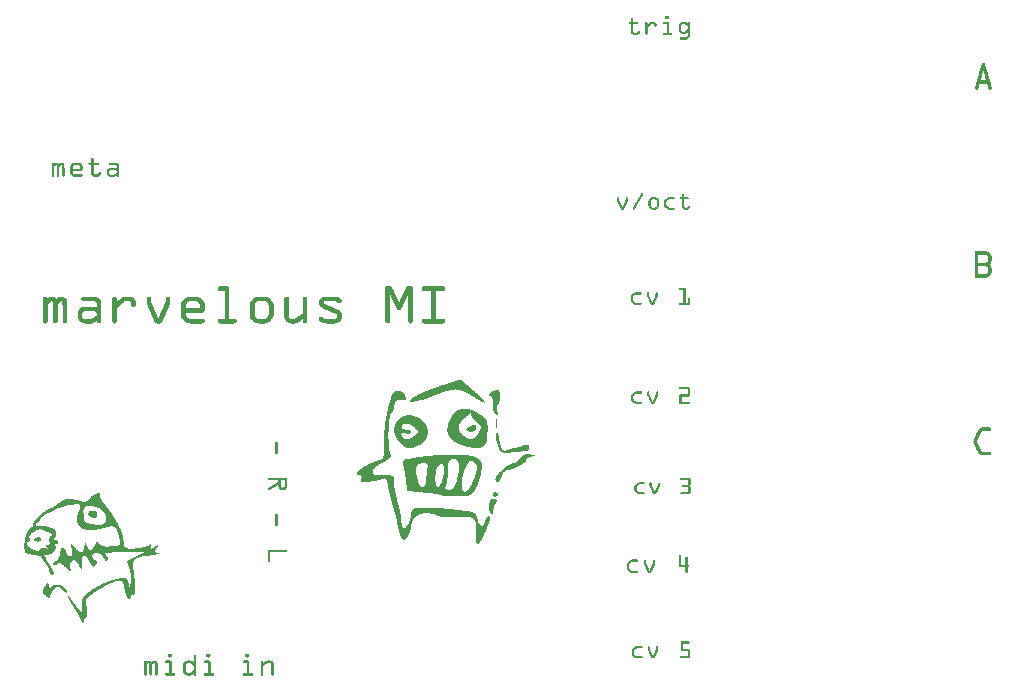
<source format=gto>
G04 MADE WITH FRITZING*
G04 WWW.FRITZING.ORG*
G04 DOUBLE SIDED*
G04 HOLES PLATED*
G04 CONTOUR ON CENTER OF CONTOUR VECTOR*
%FSLAX26Y26*%
%MOIN*%
%ADD10R,0.001000X0.001000*%
G04 SILK1*
%FSLAX26Y26*%
%MOIN*%
D10*
X2278500Y2314430D02*
X2286500Y2314430D01*
X2277500Y2313430D02*
X2287500Y2313430D01*
X2277500Y2312430D02*
X2287500Y2312430D01*
X2277500Y2311430D02*
X2287500Y2311430D01*
X2277500Y2310430D02*
X2287500Y2310430D01*
X2277500Y2309430D02*
X2287500Y2309430D01*
X2164500Y2308430D02*
X2166500Y2308430D01*
X2277500Y2308430D02*
X2287500Y2308430D01*
X2163500Y2307430D02*
X2168500Y2307430D01*
X2277500Y2307430D02*
X2287500Y2307430D01*
X2162500Y2306430D02*
X2168500Y2306430D01*
X2277500Y2306430D02*
X2287500Y2306430D01*
X2162500Y2305430D02*
X2169500Y2305430D01*
X2278500Y2305430D02*
X2286500Y2305430D01*
X2162500Y2304430D02*
X2169500Y2304430D01*
X2280500Y2304430D02*
X2284500Y2304430D01*
X2162500Y2303430D02*
X2169500Y2303430D01*
X2162500Y2302430D02*
X2169500Y2302430D01*
X2162500Y2301430D02*
X2169500Y2301430D01*
X2162500Y2300430D02*
X2169500Y2300430D01*
X2162500Y2299430D02*
X2169500Y2299430D01*
X2162500Y2298430D02*
X2169500Y2298430D01*
X2162500Y2297430D02*
X2169500Y2297430D01*
X2162500Y2296430D02*
X2169500Y2296430D01*
X2157500Y2295430D02*
X2183500Y2295430D01*
X2212500Y2295430D02*
X2214500Y2295430D01*
X2227500Y2295430D02*
X2239500Y2295430D01*
X2271500Y2295430D02*
X2285500Y2295430D01*
X2332500Y2295430D02*
X2342500Y2295430D01*
X2353500Y2295430D02*
X2356500Y2295430D01*
X2155500Y2294430D02*
X2184500Y2294430D01*
X2211500Y2294430D02*
X2216500Y2294430D01*
X2226500Y2294430D02*
X2242500Y2294430D01*
X2270500Y2294430D02*
X2286500Y2294430D01*
X2330500Y2294430D02*
X2345500Y2294430D01*
X2352500Y2294430D02*
X2357500Y2294430D01*
X2155500Y2293430D02*
X2185500Y2293430D01*
X2210500Y2293430D02*
X2216500Y2293430D01*
X2225500Y2293430D02*
X2243500Y2293430D01*
X2269500Y2293430D02*
X2287500Y2293430D01*
X2328500Y2293430D02*
X2347500Y2293430D01*
X2352500Y2293430D02*
X2358500Y2293430D01*
X2155500Y2292430D02*
X2185500Y2292430D01*
X2210500Y2292430D02*
X2216500Y2292430D01*
X2223500Y2292430D02*
X2245500Y2292430D01*
X2269500Y2292430D02*
X2287500Y2292430D01*
X2327500Y2292430D02*
X2348500Y2292430D01*
X2351500Y2292430D02*
X2358500Y2292430D01*
X2155500Y2291430D02*
X2185500Y2291430D01*
X2210500Y2291430D02*
X2217500Y2291430D01*
X2222500Y2291430D02*
X2245500Y2291430D01*
X2269500Y2291430D02*
X2287500Y2291430D01*
X2326500Y2291430D02*
X2349500Y2291430D01*
X2351500Y2291430D02*
X2358500Y2291430D01*
X2155500Y2290430D02*
X2185500Y2290430D01*
X2210500Y2290430D02*
X2217500Y2290430D01*
X2221500Y2290430D02*
X2246500Y2290430D01*
X2269500Y2290430D02*
X2287500Y2290430D01*
X2325500Y2290430D02*
X2358500Y2290430D01*
X2155500Y2289430D02*
X2184500Y2289430D01*
X2210500Y2289430D02*
X2217500Y2289430D01*
X2220500Y2289430D02*
X2246500Y2289430D01*
X2270500Y2289430D02*
X2287500Y2289430D01*
X2324500Y2289430D02*
X2358500Y2289430D01*
X2157500Y2288430D02*
X2183500Y2288430D01*
X2210500Y2288430D02*
X2217500Y2288430D01*
X2219500Y2288430D02*
X2247500Y2288430D01*
X2271500Y2288430D02*
X2287500Y2288430D01*
X2323500Y2288430D02*
X2358500Y2288430D01*
X2162500Y2287430D02*
X2169500Y2287430D01*
X2210500Y2287430D02*
X2229500Y2287430D01*
X2239500Y2287430D02*
X2247500Y2287430D01*
X2281500Y2287430D02*
X2287500Y2287430D01*
X2322500Y2287430D02*
X2332500Y2287430D01*
X2343500Y2287430D02*
X2358500Y2287430D01*
X2162500Y2286430D02*
X2169500Y2286430D01*
X2210500Y2286430D02*
X2227500Y2286430D01*
X2240500Y2286430D02*
X2247500Y2286430D01*
X2281500Y2286430D02*
X2287500Y2286430D01*
X2322500Y2286430D02*
X2331500Y2286430D01*
X2344500Y2286430D02*
X2358500Y2286430D01*
X2162500Y2285430D02*
X2169500Y2285430D01*
X2210500Y2285430D02*
X2226500Y2285430D01*
X2240500Y2285430D02*
X2247500Y2285430D01*
X2281500Y2285430D02*
X2287500Y2285430D01*
X2321500Y2285430D02*
X2330500Y2285430D01*
X2345500Y2285430D02*
X2358500Y2285430D01*
X2162500Y2284430D02*
X2169500Y2284430D01*
X2210500Y2284430D02*
X2225500Y2284430D01*
X2240500Y2284430D02*
X2247500Y2284430D01*
X2281500Y2284430D02*
X2287500Y2284430D01*
X2321500Y2284430D02*
X2329500Y2284430D01*
X2346500Y2284430D02*
X2358500Y2284430D01*
X2162500Y2283430D02*
X2169500Y2283430D01*
X2210500Y2283430D02*
X2224500Y2283430D01*
X2240500Y2283430D02*
X2247500Y2283430D01*
X2281500Y2283430D02*
X2287500Y2283430D01*
X2321500Y2283430D02*
X2328500Y2283430D01*
X2348500Y2283430D02*
X2358500Y2283430D01*
X2162500Y2282430D02*
X2169500Y2282430D01*
X2210500Y2282430D02*
X2223500Y2282430D01*
X2240500Y2282430D02*
X2247500Y2282430D01*
X2281500Y2282430D02*
X2287500Y2282430D01*
X2321500Y2282430D02*
X2328500Y2282430D01*
X2349500Y2282430D02*
X2358500Y2282430D01*
X2162500Y2281430D02*
X2169500Y2281430D01*
X2210500Y2281430D02*
X2222500Y2281430D01*
X2241500Y2281430D02*
X2247500Y2281430D01*
X2281500Y2281430D02*
X2287500Y2281430D01*
X2321500Y2281430D02*
X2327500Y2281430D01*
X2350500Y2281430D02*
X2358500Y2281430D01*
X2162500Y2280430D02*
X2169500Y2280430D01*
X2210500Y2280430D02*
X2220500Y2280430D01*
X2241500Y2280430D02*
X2246500Y2280430D01*
X2281500Y2280430D02*
X2287500Y2280430D01*
X2321500Y2280430D02*
X2327500Y2280430D01*
X2351500Y2280430D02*
X2358500Y2280430D01*
X2162500Y2279430D02*
X2169500Y2279430D01*
X2210500Y2279430D02*
X2219500Y2279430D01*
X2243500Y2279430D02*
X2245500Y2279430D01*
X2281500Y2279430D02*
X2287500Y2279430D01*
X2321500Y2279430D02*
X2327500Y2279430D01*
X2351500Y2279430D02*
X2358500Y2279430D01*
X2162500Y2278430D02*
X2169500Y2278430D01*
X2210500Y2278430D02*
X2218500Y2278430D01*
X2281500Y2278430D02*
X2287500Y2278430D01*
X2321500Y2278430D02*
X2327500Y2278430D01*
X2351500Y2278430D02*
X2358500Y2278430D01*
X2162500Y2277430D02*
X2169500Y2277430D01*
X2210500Y2277430D02*
X2217500Y2277430D01*
X2281500Y2277430D02*
X2287500Y2277430D01*
X2321500Y2277430D02*
X2327500Y2277430D01*
X2351500Y2277430D02*
X2358500Y2277430D01*
X2162500Y2276430D02*
X2169500Y2276430D01*
X2210500Y2276430D02*
X2217500Y2276430D01*
X2281500Y2276430D02*
X2287500Y2276430D01*
X2321500Y2276430D02*
X2327500Y2276430D01*
X2351500Y2276430D02*
X2358500Y2276430D01*
X2162500Y2275430D02*
X2169500Y2275430D01*
X2210500Y2275430D02*
X2217500Y2275430D01*
X2281500Y2275430D02*
X2287500Y2275430D01*
X2321500Y2275430D02*
X2327500Y2275430D01*
X2351500Y2275430D02*
X2358500Y2275430D01*
X2162500Y2274430D02*
X2169500Y2274430D01*
X2210500Y2274430D02*
X2217500Y2274430D01*
X2281500Y2274430D02*
X2287500Y2274430D01*
X2321500Y2274430D02*
X2327500Y2274430D01*
X2351500Y2274430D02*
X2358500Y2274430D01*
X2162500Y2273430D02*
X2169500Y2273430D01*
X2210500Y2273430D02*
X2217500Y2273430D01*
X2281500Y2273430D02*
X2287500Y2273430D01*
X2321500Y2273430D02*
X2327500Y2273430D01*
X2351500Y2273430D02*
X2358500Y2273430D01*
X2162500Y2272430D02*
X2169500Y2272430D01*
X2210500Y2272430D02*
X2217500Y2272430D01*
X2281500Y2272430D02*
X2287500Y2272430D01*
X2321500Y2272430D02*
X2327500Y2272430D01*
X2351500Y2272430D02*
X2358500Y2272430D01*
X2162500Y2271430D02*
X2169500Y2271430D01*
X2210500Y2271430D02*
X2217500Y2271430D01*
X2281500Y2271430D02*
X2287500Y2271430D01*
X2321500Y2271430D02*
X2327500Y2271430D01*
X2351500Y2271430D02*
X2358500Y2271430D01*
X2162500Y2270430D02*
X2169500Y2270430D01*
X2210500Y2270430D02*
X2217500Y2270430D01*
X2281500Y2270430D02*
X2287500Y2270430D01*
X2321500Y2270430D02*
X2327500Y2270430D01*
X2350500Y2270430D02*
X2358500Y2270430D01*
X2162500Y2269430D02*
X2169500Y2269430D01*
X2210500Y2269430D02*
X2217500Y2269430D01*
X2281500Y2269430D02*
X2287500Y2269430D01*
X2321500Y2269430D02*
X2328500Y2269430D01*
X2349500Y2269430D02*
X2358500Y2269430D01*
X2162500Y2268430D02*
X2169500Y2268430D01*
X2210500Y2268430D02*
X2217500Y2268430D01*
X2281500Y2268430D02*
X2287500Y2268430D01*
X2321500Y2268430D02*
X2328500Y2268430D01*
X2348500Y2268430D02*
X2358500Y2268430D01*
X2162500Y2267430D02*
X2169500Y2267430D01*
X2210500Y2267430D02*
X2217500Y2267430D01*
X2281500Y2267430D02*
X2287500Y2267430D01*
X2321500Y2267430D02*
X2328500Y2267430D01*
X2347500Y2267430D02*
X2358500Y2267430D01*
X2162500Y2266430D02*
X2169500Y2266430D01*
X2188500Y2266430D02*
X2188500Y2266430D01*
X2210500Y2266430D02*
X2217500Y2266430D01*
X2281500Y2266430D02*
X2287500Y2266430D01*
X2321500Y2266430D02*
X2329500Y2266430D01*
X2346500Y2266430D02*
X2358500Y2266430D01*
X2162500Y2265430D02*
X2169500Y2265430D01*
X2186500Y2265430D02*
X2190500Y2265430D01*
X2210500Y2265430D02*
X2217500Y2265430D01*
X2281500Y2265430D02*
X2287500Y2265430D01*
X2322500Y2265430D02*
X2330500Y2265430D01*
X2345500Y2265430D02*
X2358500Y2265430D01*
X2162500Y2264430D02*
X2169500Y2264430D01*
X2185500Y2264430D02*
X2191500Y2264430D01*
X2210500Y2264430D02*
X2217500Y2264430D01*
X2281500Y2264430D02*
X2287500Y2264430D01*
X2322500Y2264430D02*
X2331500Y2264430D01*
X2344500Y2264430D02*
X2358500Y2264430D01*
X2162500Y2263430D02*
X2169500Y2263430D01*
X2185500Y2263430D02*
X2191500Y2263430D01*
X2210500Y2263430D02*
X2217500Y2263430D01*
X2281500Y2263430D02*
X2287500Y2263430D01*
X2323500Y2263430D02*
X2333500Y2263430D01*
X2342500Y2263430D02*
X2358500Y2263430D01*
X2162500Y2262430D02*
X2169500Y2262430D01*
X2185500Y2262430D02*
X2192500Y2262430D01*
X2210500Y2262430D02*
X2217500Y2262430D01*
X2281500Y2262430D02*
X2287500Y2262430D01*
X2323500Y2262430D02*
X2358500Y2262430D01*
X2162500Y2261430D02*
X2170500Y2261430D01*
X2184500Y2261430D02*
X2191500Y2261430D01*
X2210500Y2261430D02*
X2217500Y2261430D01*
X2281500Y2261430D02*
X2287500Y2261430D01*
X2324500Y2261430D02*
X2358500Y2261430D01*
X2163500Y2260430D02*
X2171500Y2260430D01*
X2183500Y2260430D02*
X2191500Y2260430D01*
X2210500Y2260430D02*
X2217500Y2260430D01*
X2281500Y2260430D02*
X2287500Y2260430D01*
X2325500Y2260430D02*
X2358500Y2260430D01*
X2163500Y2259430D02*
X2191500Y2259430D01*
X2210500Y2259430D02*
X2217500Y2259430D01*
X2271500Y2259430D02*
X2297500Y2259430D01*
X2326500Y2259430D02*
X2349500Y2259430D01*
X2351500Y2259430D02*
X2358500Y2259430D01*
X2163500Y2258430D02*
X2190500Y2258430D01*
X2210500Y2258430D02*
X2217500Y2258430D01*
X2270500Y2258430D02*
X2298500Y2258430D01*
X2327500Y2258430D02*
X2348500Y2258430D01*
X2351500Y2258430D02*
X2358500Y2258430D01*
X2164500Y2257430D02*
X2190500Y2257430D01*
X2210500Y2257430D02*
X2217500Y2257430D01*
X2269500Y2257430D02*
X2298500Y2257430D01*
X2329500Y2257430D02*
X2346500Y2257430D01*
X2351500Y2257430D02*
X2358500Y2257430D01*
X2165500Y2256430D02*
X2189500Y2256430D01*
X2210500Y2256430D02*
X2217500Y2256430D01*
X2269500Y2256430D02*
X2299500Y2256430D01*
X2331500Y2256430D02*
X2344500Y2256430D01*
X2351500Y2256430D02*
X2358500Y2256430D01*
X2166500Y2255430D02*
X2188500Y2255430D01*
X2210500Y2255430D02*
X2216500Y2255430D01*
X2269500Y2255430D02*
X2299500Y2255430D01*
X2351500Y2255430D02*
X2358500Y2255430D01*
X2167500Y2254430D02*
X2187500Y2254430D01*
X2210500Y2254430D02*
X2216500Y2254430D01*
X2270500Y2254430D02*
X2298500Y2254430D01*
X2351500Y2254430D02*
X2358500Y2254430D01*
X2168500Y2253430D02*
X2185500Y2253430D01*
X2211500Y2253430D02*
X2215500Y2253430D01*
X2270500Y2253430D02*
X2298500Y2253430D01*
X2351500Y2253430D02*
X2358500Y2253430D01*
X2172500Y2252430D02*
X2182500Y2252430D01*
X2213500Y2252430D02*
X2214500Y2252430D01*
X2272500Y2252430D02*
X2296500Y2252430D01*
X2351500Y2252430D02*
X2358500Y2252430D01*
X2351500Y2251430D02*
X2358500Y2251430D01*
X2351500Y2250430D02*
X2358500Y2250430D01*
X2351500Y2249430D02*
X2358500Y2249430D01*
X2351500Y2248430D02*
X2358500Y2248430D01*
X2350500Y2247430D02*
X2358500Y2247430D01*
X2349500Y2246430D02*
X2357500Y2246430D01*
X2348500Y2245430D02*
X2357500Y2245430D01*
X2347500Y2244430D02*
X2357500Y2244430D01*
X2327500Y2243430D02*
X2356500Y2243430D01*
X2326500Y2242430D02*
X2355500Y2242430D01*
X2325500Y2241430D02*
X2354500Y2241430D01*
X2325500Y2240430D02*
X2353500Y2240430D01*
X2325500Y2239430D02*
X2352500Y2239430D01*
X2325500Y2238430D02*
X2351500Y2238430D01*
X2326500Y2237430D02*
X2349500Y2237430D01*
X2327500Y2236430D02*
X2347500Y2236430D01*
X3336500Y2158430D02*
X3337500Y2158430D01*
X3334500Y2157430D02*
X3340500Y2157430D01*
X3333500Y2156430D02*
X3341500Y2156430D01*
X3332500Y2155430D02*
X3341500Y2155430D01*
X3332500Y2154430D02*
X3342500Y2154430D01*
X3331500Y2153430D02*
X3342500Y2153430D01*
X3331500Y2152430D02*
X3342500Y2152430D01*
X3331500Y2151430D02*
X3342500Y2151430D01*
X3330500Y2150430D02*
X3343500Y2150430D01*
X3330500Y2149430D02*
X3343500Y2149430D01*
X3330500Y2148430D02*
X3343500Y2148430D01*
X3329500Y2147430D02*
X3344500Y2147430D01*
X3329500Y2146430D02*
X3344500Y2146430D01*
X3329500Y2145430D02*
X3344500Y2145430D01*
X3329500Y2144430D02*
X3345500Y2144430D01*
X3328500Y2143430D02*
X3345500Y2143430D01*
X3328500Y2142430D02*
X3345500Y2142430D01*
X3328500Y2141430D02*
X3345500Y2141430D01*
X3327500Y2140430D02*
X3346500Y2140430D01*
X3327500Y2139430D02*
X3346500Y2139430D01*
X3327500Y2138430D02*
X3346500Y2138430D01*
X3327500Y2137430D02*
X3347500Y2137430D01*
X3326500Y2136430D02*
X3347500Y2136430D01*
X3326500Y2135430D02*
X3347500Y2135430D01*
X3326500Y2134430D02*
X3347500Y2134430D01*
X3325500Y2133430D02*
X3348500Y2133430D01*
X3325500Y2132430D02*
X3348500Y2132430D01*
X3325500Y2131430D02*
X3348500Y2131430D01*
X3324500Y2130430D02*
X3336500Y2130430D01*
X3338500Y2130430D02*
X3349500Y2130430D01*
X3324500Y2129430D02*
X3335500Y2129430D01*
X3338500Y2129430D02*
X3349500Y2129430D01*
X3324500Y2128430D02*
X3335500Y2128430D01*
X3338500Y2128430D02*
X3349500Y2128430D01*
X3324500Y2127430D02*
X3335500Y2127430D01*
X3339500Y2127430D02*
X3350500Y2127430D01*
X3323500Y2126430D02*
X3334500Y2126430D01*
X3339500Y2126430D02*
X3350500Y2126430D01*
X3323500Y2125430D02*
X3334500Y2125430D01*
X3339500Y2125430D02*
X3350500Y2125430D01*
X3323500Y2124430D02*
X3334500Y2124430D01*
X3339500Y2124430D02*
X3350500Y2124430D01*
X3322500Y2123430D02*
X3333500Y2123430D01*
X3340500Y2123430D02*
X3351500Y2123430D01*
X3322500Y2122430D02*
X3333500Y2122430D01*
X3340500Y2122430D02*
X3351500Y2122430D01*
X3322500Y2121430D02*
X3333500Y2121430D01*
X3340500Y2121430D02*
X3351500Y2121430D01*
X3322500Y2120430D02*
X3333500Y2120430D01*
X3341500Y2120430D02*
X3352500Y2120430D01*
X3321500Y2119430D02*
X3332500Y2119430D01*
X3341500Y2119430D02*
X3352500Y2119430D01*
X3321500Y2118430D02*
X3332500Y2118430D01*
X3341500Y2118430D02*
X3352500Y2118430D01*
X3321500Y2117430D02*
X3332500Y2117430D01*
X3341500Y2117430D02*
X3352500Y2117430D01*
X3320500Y2116430D02*
X3331500Y2116430D01*
X3342500Y2116430D02*
X3353500Y2116430D01*
X3320500Y2115430D02*
X3331500Y2115430D01*
X3342500Y2115430D02*
X3353500Y2115430D01*
X3320500Y2114430D02*
X3331500Y2114430D01*
X3342500Y2114430D02*
X3353500Y2114430D01*
X3319500Y2113430D02*
X3331500Y2113430D01*
X3343500Y2113430D02*
X3354500Y2113430D01*
X3319500Y2112430D02*
X3330500Y2112430D01*
X3343500Y2112430D02*
X3354500Y2112430D01*
X3319500Y2111430D02*
X3330500Y2111430D01*
X3343500Y2111430D02*
X3354500Y2111430D01*
X3319500Y2110430D02*
X3330500Y2110430D01*
X3343500Y2110430D02*
X3355500Y2110430D01*
X3318500Y2109430D02*
X3329500Y2109430D01*
X3344500Y2109430D02*
X3355500Y2109430D01*
X3318500Y2108430D02*
X3329500Y2108430D01*
X3344500Y2108430D02*
X3355500Y2108430D01*
X3318500Y2107430D02*
X3329500Y2107430D01*
X3344500Y2107430D02*
X3355500Y2107430D01*
X3317500Y2106430D02*
X3328500Y2106430D01*
X3345500Y2106430D02*
X3356500Y2106430D01*
X3317500Y2105430D02*
X3328500Y2105430D01*
X3345500Y2105430D02*
X3356500Y2105430D01*
X3317500Y2104430D02*
X3328500Y2104430D01*
X3345500Y2104430D02*
X3356500Y2104430D01*
X3317500Y2103430D02*
X3328500Y2103430D01*
X3345500Y2103430D02*
X3357500Y2103430D01*
X3316500Y2102430D02*
X3327500Y2102430D01*
X3346500Y2102430D02*
X3357500Y2102430D01*
X3316500Y2101430D02*
X3327500Y2101430D01*
X3346500Y2101430D02*
X3357500Y2101430D01*
X3316500Y2100430D02*
X3357500Y2100430D01*
X3315500Y2099430D02*
X3358500Y2099430D01*
X3315500Y2098430D02*
X3358500Y2098430D01*
X3315500Y2097430D02*
X3358500Y2097430D01*
X3314500Y2096430D02*
X3359500Y2096430D01*
X3314500Y2095430D02*
X3359500Y2095430D01*
X3314500Y2094430D02*
X3359500Y2094430D01*
X3314500Y2093430D02*
X3360500Y2093430D01*
X3313500Y2092430D02*
X3360500Y2092430D01*
X3313500Y2091430D02*
X3360500Y2091430D01*
X3313500Y2090430D02*
X3360500Y2090430D01*
X3312500Y2089430D02*
X3361500Y2089430D01*
X3312500Y2088430D02*
X3323500Y2088430D01*
X3350500Y2088430D02*
X3361500Y2088430D01*
X3312500Y2087430D02*
X3323500Y2087430D01*
X3350500Y2087430D02*
X3361500Y2087430D01*
X3312500Y2086430D02*
X3323500Y2086430D01*
X3351500Y2086430D02*
X3362500Y2086430D01*
X3311500Y2085430D02*
X3322500Y2085430D01*
X3351500Y2085430D02*
X3362500Y2085430D01*
X3311500Y2084430D02*
X3322500Y2084430D01*
X3351500Y2084430D02*
X3362500Y2084430D01*
X3311500Y2083430D02*
X3322500Y2083430D01*
X3351500Y2083430D02*
X3362500Y2083430D01*
X3310500Y2082430D02*
X3321500Y2082430D01*
X3352500Y2082430D02*
X3363500Y2082430D01*
X3310500Y2081430D02*
X3321500Y2081430D01*
X3352500Y2081430D02*
X3363500Y2081430D01*
X3310500Y2080430D02*
X3321500Y2080430D01*
X3352500Y2080430D02*
X3363500Y2080430D01*
X3309500Y2079430D02*
X3321500Y2079430D01*
X3353500Y2079430D02*
X3364500Y2079430D01*
X3309500Y2078430D02*
X3320500Y2078430D01*
X3353500Y2078430D02*
X3364500Y2078430D01*
X3309500Y2077430D02*
X3320500Y2077430D01*
X3353500Y2077430D02*
X3364500Y2077430D01*
X3309500Y2076430D02*
X3320500Y2076430D01*
X3353500Y2076430D02*
X3364500Y2076430D01*
X3308500Y2075430D02*
X3319500Y2075430D01*
X3354500Y2075430D02*
X3365500Y2075430D01*
X3309500Y2074430D02*
X3319500Y2074430D01*
X3354500Y2074430D02*
X3365500Y2074430D01*
X3309500Y2073430D02*
X3319500Y2073430D01*
X3354500Y2073430D02*
X3364500Y2073430D01*
X3309500Y2072430D02*
X3318500Y2072430D01*
X3355500Y2072430D02*
X3364500Y2072430D01*
X3310500Y2071430D02*
X3318500Y2071430D01*
X3355500Y2071430D02*
X3363500Y2071430D01*
X3311500Y2070430D02*
X3317500Y2070430D01*
X3357500Y2070430D02*
X3362500Y2070430D01*
X364500Y1840430D02*
X368500Y1840430D01*
X363500Y1839430D02*
X369500Y1839430D01*
X362500Y1838430D02*
X370500Y1838430D01*
X362500Y1837430D02*
X370500Y1837430D01*
X362500Y1836430D02*
X370500Y1836430D01*
X362500Y1835430D02*
X370500Y1835430D01*
X362500Y1834430D02*
X370500Y1834430D01*
X362500Y1833430D02*
X370500Y1833430D01*
X362500Y1832430D02*
X370500Y1832430D01*
X362500Y1831430D02*
X370500Y1831430D01*
X362500Y1830430D02*
X370500Y1830430D01*
X362500Y1829430D02*
X370500Y1829430D01*
X362500Y1828430D02*
X370500Y1828430D01*
X362500Y1827430D02*
X370500Y1827430D01*
X234500Y1826430D02*
X236500Y1826430D01*
X244500Y1826430D02*
X249500Y1826430D01*
X262500Y1826430D02*
X265500Y1826430D01*
X306500Y1826430D02*
X322500Y1826430D01*
X357500Y1826430D02*
X386500Y1826430D01*
X423500Y1826430D02*
X446500Y1826430D01*
X232500Y1825430D02*
X238500Y1825430D01*
X242500Y1825430D02*
X251500Y1825430D01*
X259500Y1825430D02*
X268500Y1825430D01*
X303500Y1825430D02*
X324500Y1825430D01*
X355500Y1825430D02*
X387500Y1825430D01*
X422500Y1825430D02*
X449500Y1825430D01*
X232500Y1824430D02*
X238500Y1824430D01*
X240500Y1824430D02*
X252500Y1824430D01*
X257500Y1824430D02*
X270500Y1824430D01*
X301500Y1824430D02*
X326500Y1824430D01*
X354500Y1824430D02*
X388500Y1824430D01*
X421500Y1824430D02*
X450500Y1824430D01*
X231500Y1823430D02*
X253500Y1823430D01*
X256500Y1823430D02*
X271500Y1823430D01*
X300500Y1823430D02*
X327500Y1823430D01*
X354500Y1823430D02*
X388500Y1823430D01*
X421500Y1823430D02*
X452500Y1823430D01*
X231500Y1822430D02*
X272500Y1822430D01*
X299500Y1822430D02*
X329500Y1822430D01*
X354500Y1822430D02*
X388500Y1822430D01*
X421500Y1822430D02*
X453500Y1822430D01*
X231500Y1821430D02*
X272500Y1821430D01*
X298500Y1821430D02*
X330500Y1821430D01*
X354500Y1821430D02*
X388500Y1821430D01*
X421500Y1821430D02*
X454500Y1821430D01*
X231500Y1820430D02*
X273500Y1820430D01*
X297500Y1820430D02*
X330500Y1820430D01*
X355500Y1820430D02*
X388500Y1820430D01*
X422500Y1820430D02*
X454500Y1820430D01*
X231500Y1819430D02*
X273500Y1819430D01*
X296500Y1819430D02*
X331500Y1819430D01*
X356500Y1819430D02*
X387500Y1819430D01*
X423500Y1819430D02*
X455500Y1819430D01*
X231500Y1818430D02*
X273500Y1818430D01*
X295500Y1818430D02*
X332500Y1818430D01*
X359500Y1818430D02*
X384500Y1818430D01*
X444500Y1818430D02*
X455500Y1818430D01*
X231500Y1817430D02*
X244500Y1817430D01*
X249500Y1817430D02*
X262500Y1817430D01*
X266500Y1817430D02*
X273500Y1817430D01*
X295500Y1817430D02*
X305500Y1817430D01*
X322500Y1817430D02*
X333500Y1817430D01*
X362500Y1817430D02*
X370500Y1817430D01*
X447500Y1817430D02*
X456500Y1817430D01*
X231500Y1816430D02*
X243500Y1816430D01*
X249500Y1816430D02*
X260500Y1816430D01*
X266500Y1816430D02*
X273500Y1816430D01*
X294500Y1816430D02*
X304500Y1816430D01*
X324500Y1816430D02*
X333500Y1816430D01*
X362500Y1816430D02*
X370500Y1816430D01*
X448500Y1816430D02*
X456500Y1816430D01*
X231500Y1815430D02*
X242500Y1815430D01*
X249500Y1815430D02*
X259500Y1815430D01*
X266500Y1815430D02*
X273500Y1815430D01*
X294500Y1815430D02*
X303500Y1815430D01*
X325500Y1815430D02*
X333500Y1815430D01*
X362500Y1815430D02*
X370500Y1815430D01*
X448500Y1815430D02*
X456500Y1815430D01*
X231500Y1814430D02*
X241500Y1814430D01*
X249500Y1814430D02*
X258500Y1814430D01*
X266500Y1814430D02*
X273500Y1814430D01*
X293500Y1814430D02*
X302500Y1814430D01*
X326500Y1814430D02*
X334500Y1814430D01*
X362500Y1814430D02*
X370500Y1814430D01*
X449500Y1814430D02*
X456500Y1814430D01*
X231500Y1813430D02*
X239500Y1813430D01*
X249500Y1813430D02*
X257500Y1813430D01*
X266500Y1813430D02*
X273500Y1813430D01*
X293500Y1813430D02*
X301500Y1813430D01*
X326500Y1813430D02*
X334500Y1813430D01*
X362500Y1813430D02*
X370500Y1813430D01*
X449500Y1813430D02*
X456500Y1813430D01*
X231500Y1812430D02*
X239500Y1812430D01*
X249500Y1812430D02*
X256500Y1812430D01*
X266500Y1812430D02*
X273500Y1812430D01*
X293500Y1812430D02*
X301500Y1812430D01*
X326500Y1812430D02*
X334500Y1812430D01*
X362500Y1812430D02*
X370500Y1812430D01*
X449500Y1812430D02*
X456500Y1812430D01*
X231500Y1811430D02*
X239500Y1811430D01*
X249500Y1811430D02*
X256500Y1811430D01*
X266500Y1811430D02*
X273500Y1811430D01*
X293500Y1811430D02*
X301500Y1811430D01*
X327500Y1811430D02*
X334500Y1811430D01*
X362500Y1811430D02*
X370500Y1811430D01*
X449500Y1811430D02*
X456500Y1811430D01*
X231500Y1810430D02*
X239500Y1810430D01*
X249500Y1810430D02*
X256500Y1810430D01*
X266500Y1810430D02*
X273500Y1810430D01*
X293500Y1810430D02*
X301500Y1810430D01*
X327500Y1810430D02*
X334500Y1810430D01*
X362500Y1810430D02*
X370500Y1810430D01*
X449500Y1810430D02*
X456500Y1810430D01*
X231500Y1809430D02*
X239500Y1809430D01*
X249500Y1809430D02*
X256500Y1809430D01*
X266500Y1809430D02*
X273500Y1809430D01*
X293500Y1809430D02*
X301500Y1809430D01*
X327500Y1809430D02*
X334500Y1809430D01*
X362500Y1809430D02*
X370500Y1809430D01*
X449500Y1809430D02*
X456500Y1809430D01*
X231500Y1808430D02*
X239500Y1808430D01*
X249500Y1808430D02*
X256500Y1808430D01*
X266500Y1808430D02*
X274500Y1808430D01*
X293500Y1808430D02*
X301500Y1808430D01*
X327500Y1808430D02*
X334500Y1808430D01*
X362500Y1808430D02*
X370500Y1808430D01*
X424500Y1808430D02*
X456500Y1808430D01*
X231500Y1807430D02*
X239500Y1807430D01*
X249500Y1807430D02*
X256500Y1807430D01*
X266500Y1807430D02*
X274500Y1807430D01*
X293500Y1807430D02*
X301500Y1807430D01*
X326500Y1807430D02*
X334500Y1807430D01*
X362500Y1807430D02*
X370500Y1807430D01*
X422500Y1807430D02*
X456500Y1807430D01*
X231500Y1806430D02*
X239500Y1806430D01*
X249500Y1806430D02*
X256500Y1806430D01*
X266500Y1806430D02*
X274500Y1806430D01*
X293500Y1806430D02*
X334500Y1806430D01*
X362500Y1806430D02*
X370500Y1806430D01*
X420500Y1806430D02*
X456500Y1806430D01*
X231500Y1805430D02*
X239500Y1805430D01*
X249500Y1805430D02*
X256500Y1805430D01*
X266500Y1805430D02*
X274500Y1805430D01*
X293500Y1805430D02*
X334500Y1805430D01*
X362500Y1805430D02*
X370500Y1805430D01*
X419500Y1805430D02*
X456500Y1805430D01*
X231500Y1804430D02*
X239500Y1804430D01*
X249500Y1804430D02*
X256500Y1804430D01*
X266500Y1804430D02*
X274500Y1804430D01*
X293500Y1804430D02*
X334500Y1804430D01*
X362500Y1804430D02*
X370500Y1804430D01*
X418500Y1804430D02*
X456500Y1804430D01*
X231500Y1803430D02*
X239500Y1803430D01*
X249500Y1803430D02*
X256500Y1803430D01*
X266500Y1803430D02*
X274500Y1803430D01*
X293500Y1803430D02*
X334500Y1803430D01*
X362500Y1803430D02*
X370500Y1803430D01*
X417500Y1803430D02*
X456500Y1803430D01*
X231500Y1802430D02*
X239500Y1802430D01*
X249500Y1802430D02*
X256500Y1802430D01*
X266500Y1802430D02*
X274500Y1802430D01*
X293500Y1802430D02*
X334500Y1802430D01*
X362500Y1802430D02*
X370500Y1802430D01*
X417500Y1802430D02*
X456500Y1802430D01*
X231500Y1801430D02*
X239500Y1801430D01*
X249500Y1801430D02*
X256500Y1801430D01*
X266500Y1801430D02*
X274500Y1801430D01*
X293500Y1801430D02*
X334500Y1801430D01*
X362500Y1801430D02*
X370500Y1801430D01*
X416500Y1801430D02*
X456500Y1801430D01*
X231500Y1800430D02*
X239500Y1800430D01*
X249500Y1800430D02*
X256500Y1800430D01*
X266500Y1800430D02*
X274500Y1800430D01*
X293500Y1800430D02*
X333500Y1800430D01*
X362500Y1800430D02*
X370500Y1800430D01*
X416500Y1800430D02*
X425500Y1800430D01*
X446500Y1800430D02*
X456500Y1800430D01*
X231500Y1799430D02*
X239500Y1799430D01*
X249500Y1799430D02*
X256500Y1799430D01*
X266500Y1799430D02*
X274500Y1799430D01*
X293500Y1799430D02*
X332500Y1799430D01*
X362500Y1799430D02*
X370500Y1799430D01*
X415500Y1799430D02*
X423500Y1799430D01*
X447500Y1799430D02*
X456500Y1799430D01*
X231500Y1798430D02*
X239500Y1798430D01*
X249500Y1798430D02*
X256500Y1798430D01*
X266500Y1798430D02*
X274500Y1798430D01*
X293500Y1798430D02*
X301500Y1798430D01*
X362500Y1798430D02*
X370500Y1798430D01*
X415500Y1798430D02*
X423500Y1798430D01*
X448500Y1798430D02*
X456500Y1798430D01*
X231500Y1797430D02*
X239500Y1797430D01*
X249500Y1797430D02*
X256500Y1797430D01*
X266500Y1797430D02*
X274500Y1797430D01*
X293500Y1797430D02*
X301500Y1797430D01*
X362500Y1797430D02*
X370500Y1797430D01*
X415500Y1797430D02*
X422500Y1797430D01*
X449500Y1797430D02*
X456500Y1797430D01*
X231500Y1796430D02*
X239500Y1796430D01*
X249500Y1796430D02*
X256500Y1796430D01*
X266500Y1796430D02*
X274500Y1796430D01*
X293500Y1796430D02*
X301500Y1796430D01*
X362500Y1796430D02*
X370500Y1796430D01*
X415500Y1796430D02*
X422500Y1796430D01*
X449500Y1796430D02*
X456500Y1796430D01*
X231500Y1795430D02*
X239500Y1795430D01*
X249500Y1795430D02*
X256500Y1795430D01*
X266500Y1795430D02*
X274500Y1795430D01*
X293500Y1795430D02*
X301500Y1795430D01*
X362500Y1795430D02*
X370500Y1795430D01*
X415500Y1795430D02*
X422500Y1795430D01*
X449500Y1795430D02*
X456500Y1795430D01*
X231500Y1794430D02*
X239500Y1794430D01*
X249500Y1794430D02*
X256500Y1794430D01*
X266500Y1794430D02*
X274500Y1794430D01*
X293500Y1794430D02*
X301500Y1794430D01*
X362500Y1794430D02*
X370500Y1794430D01*
X390500Y1794430D02*
X392500Y1794430D01*
X415500Y1794430D02*
X422500Y1794430D01*
X449500Y1794430D02*
X456500Y1794430D01*
X231500Y1793430D02*
X239500Y1793430D01*
X249500Y1793430D02*
X256500Y1793430D01*
X266500Y1793430D02*
X274500Y1793430D01*
X293500Y1793430D02*
X301500Y1793430D01*
X362500Y1793430D02*
X370500Y1793430D01*
X389500Y1793430D02*
X394500Y1793430D01*
X415500Y1793430D02*
X422500Y1793430D01*
X449500Y1793430D02*
X456500Y1793430D01*
X231500Y1792430D02*
X239500Y1792430D01*
X249500Y1792430D02*
X256500Y1792430D01*
X266500Y1792430D02*
X274500Y1792430D01*
X293500Y1792430D02*
X301500Y1792430D01*
X362500Y1792430D02*
X370500Y1792430D01*
X388500Y1792430D02*
X394500Y1792430D01*
X415500Y1792430D02*
X422500Y1792430D01*
X448500Y1792430D02*
X456500Y1792430D01*
X231500Y1791430D02*
X239500Y1791430D01*
X249500Y1791430D02*
X256500Y1791430D01*
X266500Y1791430D02*
X274500Y1791430D01*
X293500Y1791430D02*
X302500Y1791430D01*
X362500Y1791430D02*
X370500Y1791430D01*
X388500Y1791430D02*
X395500Y1791430D01*
X415500Y1791430D02*
X422500Y1791430D01*
X446500Y1791430D02*
X456500Y1791430D01*
X231500Y1790430D02*
X239500Y1790430D01*
X249500Y1790430D02*
X256500Y1790430D01*
X266500Y1790430D02*
X274500Y1790430D01*
X294500Y1790430D02*
X303500Y1790430D01*
X362500Y1790430D02*
X370500Y1790430D01*
X387500Y1790430D02*
X395500Y1790430D01*
X415500Y1790430D02*
X422500Y1790430D01*
X445500Y1790430D02*
X456500Y1790430D01*
X231500Y1789430D02*
X239500Y1789430D01*
X249500Y1789430D02*
X256500Y1789430D01*
X266500Y1789430D02*
X274500Y1789430D01*
X294500Y1789430D02*
X304500Y1789430D01*
X363500Y1789430D02*
X371500Y1789430D01*
X387500Y1789430D02*
X395500Y1789430D01*
X415500Y1789430D02*
X423500Y1789430D01*
X443500Y1789430D02*
X456500Y1789430D01*
X231500Y1788430D02*
X239500Y1788430D01*
X249500Y1788430D02*
X256500Y1788430D01*
X266500Y1788430D02*
X274500Y1788430D01*
X295500Y1788430D02*
X305500Y1788430D01*
X363500Y1788430D02*
X372500Y1788430D01*
X386500Y1788430D02*
X395500Y1788430D01*
X416500Y1788430D02*
X423500Y1788430D01*
X442500Y1788430D02*
X456500Y1788430D01*
X231500Y1787430D02*
X239500Y1787430D01*
X249500Y1787430D02*
X256500Y1787430D01*
X266500Y1787430D02*
X274500Y1787430D01*
X295500Y1787430D02*
X330500Y1787430D01*
X363500Y1787430D02*
X394500Y1787430D01*
X416500Y1787430D02*
X425500Y1787430D01*
X440500Y1787430D02*
X456500Y1787430D01*
X231500Y1786430D02*
X239500Y1786430D01*
X249500Y1786430D02*
X256500Y1786430D01*
X266500Y1786430D02*
X274500Y1786430D01*
X296500Y1786430D02*
X333500Y1786430D01*
X364500Y1786430D02*
X394500Y1786430D01*
X416500Y1786430D02*
X456500Y1786430D01*
X231500Y1785430D02*
X239500Y1785430D01*
X249500Y1785430D02*
X256500Y1785430D01*
X266500Y1785430D02*
X274500Y1785430D01*
X297500Y1785430D02*
X333500Y1785430D01*
X364500Y1785430D02*
X393500Y1785430D01*
X417500Y1785430D02*
X456500Y1785430D01*
X231500Y1784430D02*
X239500Y1784430D01*
X249500Y1784430D02*
X256500Y1784430D01*
X266500Y1784430D02*
X274500Y1784430D01*
X298500Y1784430D02*
X334500Y1784430D01*
X365500Y1784430D02*
X393500Y1784430D01*
X417500Y1784430D02*
X456500Y1784430D01*
X231500Y1783430D02*
X239500Y1783430D01*
X249500Y1783430D02*
X256500Y1783430D01*
X266500Y1783430D02*
X274500Y1783430D01*
X299500Y1783430D02*
X334500Y1783430D01*
X366500Y1783430D02*
X392500Y1783430D01*
X418500Y1783430D02*
X456500Y1783430D01*
X232500Y1782430D02*
X239500Y1782430D01*
X249500Y1782430D02*
X256500Y1782430D01*
X266500Y1782430D02*
X274500Y1782430D01*
X300500Y1782430D02*
X334500Y1782430D01*
X366500Y1782430D02*
X391500Y1782430D01*
X419500Y1782430D02*
X446500Y1782430D01*
X449500Y1782430D02*
X456500Y1782430D01*
X232500Y1781430D02*
X238500Y1781430D01*
X249500Y1781430D02*
X256500Y1781430D01*
X267500Y1781430D02*
X273500Y1781430D01*
X302500Y1781430D02*
X334500Y1781430D01*
X368500Y1781430D02*
X390500Y1781430D01*
X420500Y1781430D02*
X445500Y1781430D01*
X449500Y1781430D02*
X456500Y1781430D01*
X233500Y1780430D02*
X238500Y1780430D01*
X250500Y1780430D02*
X255500Y1780430D01*
X268500Y1780430D02*
X273500Y1780430D01*
X303500Y1780430D02*
X333500Y1780430D01*
X369500Y1780430D02*
X388500Y1780430D01*
X422500Y1780430D02*
X443500Y1780430D01*
X450500Y1780430D02*
X455500Y1780430D01*
X234500Y1779430D02*
X236500Y1779430D01*
X251500Y1779430D02*
X254500Y1779430D01*
X269500Y1779430D02*
X271500Y1779430D01*
X306500Y1779430D02*
X332500Y1779430D01*
X372500Y1779430D02*
X385500Y1779430D01*
X425500Y1779430D02*
X441500Y1779430D01*
X451500Y1779430D02*
X453500Y1779430D01*
X2198500Y1725430D02*
X2202500Y1725430D01*
X2197500Y1724430D02*
X2203500Y1724430D01*
X2197500Y1723430D02*
X2203500Y1723430D01*
X2196500Y1722430D02*
X2203500Y1722430D01*
X2333500Y1722430D02*
X2336500Y1722430D01*
X2195500Y1721430D02*
X2203500Y1721430D01*
X2332500Y1721430D02*
X2337500Y1721430D01*
X2195500Y1720430D02*
X2202500Y1720430D01*
X2332500Y1720430D02*
X2338500Y1720430D01*
X2194500Y1719430D02*
X2202500Y1719430D01*
X2331500Y1719430D02*
X2338500Y1719430D01*
X2194500Y1718430D02*
X2201500Y1718430D01*
X2331500Y1718430D02*
X2338500Y1718430D01*
X2193500Y1717430D02*
X2201500Y1717430D01*
X2331500Y1717430D02*
X2338500Y1717430D01*
X2192500Y1716430D02*
X2200500Y1716430D01*
X2331500Y1716430D02*
X2338500Y1716430D01*
X2192500Y1715430D02*
X2199500Y1715430D01*
X2331500Y1715430D02*
X2338500Y1715430D01*
X2191500Y1714430D02*
X2199500Y1714430D01*
X2331500Y1714430D02*
X2338500Y1714430D01*
X2191500Y1713430D02*
X2198500Y1713430D01*
X2331500Y1713430D02*
X2338500Y1713430D01*
X2190500Y1712430D02*
X2198500Y1712430D01*
X2331500Y1712430D02*
X2338500Y1712430D01*
X2190500Y1711430D02*
X2197500Y1711430D01*
X2331500Y1711430D02*
X2338500Y1711430D01*
X2118500Y1710430D02*
X2121500Y1710430D01*
X2146500Y1710430D02*
X2149500Y1710430D01*
X2189500Y1710430D02*
X2196500Y1710430D01*
X2230500Y1710430D02*
X2245500Y1710430D01*
X2286500Y1710430D02*
X2306500Y1710430D01*
X2326500Y1710430D02*
X2352500Y1710430D01*
X2117500Y1709430D02*
X2122500Y1709430D01*
X2145500Y1709430D02*
X2150500Y1709430D01*
X2188500Y1709430D02*
X2196500Y1709430D01*
X2228500Y1709430D02*
X2247500Y1709430D01*
X2284500Y1709430D02*
X2307500Y1709430D01*
X2325500Y1709430D02*
X2353500Y1709430D01*
X2116500Y1708430D02*
X2122500Y1708430D01*
X2145500Y1708430D02*
X2151500Y1708430D01*
X2188500Y1708430D02*
X2195500Y1708430D01*
X2227500Y1708430D02*
X2249500Y1708430D01*
X2282500Y1708430D02*
X2307500Y1708430D01*
X2325500Y1708430D02*
X2353500Y1708430D01*
X2116500Y1707430D02*
X2122500Y1707430D01*
X2145500Y1707430D02*
X2151500Y1707430D01*
X2187500Y1707430D02*
X2195500Y1707430D01*
X2225500Y1707430D02*
X2250500Y1707430D01*
X2281500Y1707430D02*
X2307500Y1707430D01*
X2325500Y1707430D02*
X2354500Y1707430D01*
X2116500Y1706430D02*
X2122500Y1706430D01*
X2145500Y1706430D02*
X2151500Y1706430D01*
X2187500Y1706430D02*
X2194500Y1706430D01*
X2224500Y1706430D02*
X2251500Y1706430D01*
X2280500Y1706430D02*
X2307500Y1706430D01*
X2325500Y1706430D02*
X2353500Y1706430D01*
X2116500Y1705430D02*
X2122500Y1705430D01*
X2145500Y1705430D02*
X2151500Y1705430D01*
X2186500Y1705430D02*
X2194500Y1705430D01*
X2223500Y1705430D02*
X2252500Y1705430D01*
X2279500Y1705430D02*
X2307500Y1705430D01*
X2325500Y1705430D02*
X2353500Y1705430D01*
X2116500Y1704430D02*
X2122500Y1704430D01*
X2145500Y1704430D02*
X2151500Y1704430D01*
X2185500Y1704430D02*
X2193500Y1704430D01*
X2223500Y1704430D02*
X2253500Y1704430D01*
X2278500Y1704430D02*
X2306500Y1704430D01*
X2326500Y1704430D02*
X2352500Y1704430D01*
X2116500Y1703430D02*
X2122500Y1703430D01*
X2145500Y1703430D02*
X2151500Y1703430D01*
X2185500Y1703430D02*
X2192500Y1703430D01*
X2222500Y1703430D02*
X2232500Y1703430D01*
X2244500Y1703430D02*
X2254500Y1703430D01*
X2277500Y1703430D02*
X2287500Y1703430D01*
X2331500Y1703430D02*
X2338500Y1703430D01*
X2116500Y1702430D02*
X2122500Y1702430D01*
X2145500Y1702430D02*
X2151500Y1702430D01*
X2184500Y1702430D02*
X2192500Y1702430D01*
X2221500Y1702430D02*
X2230500Y1702430D01*
X2246500Y1702430D02*
X2254500Y1702430D01*
X2276500Y1702430D02*
X2286500Y1702430D01*
X2332500Y1702430D02*
X2338500Y1702430D01*
X2116500Y1701430D02*
X2123500Y1701430D01*
X2144500Y1701430D02*
X2151500Y1701430D01*
X2184500Y1701430D02*
X2191500Y1701430D01*
X2221500Y1701430D02*
X2229500Y1701430D01*
X2247500Y1701430D02*
X2255500Y1701430D01*
X2275500Y1701430D02*
X2284500Y1701430D01*
X2332500Y1701430D02*
X2338500Y1701430D01*
X2116500Y1700430D02*
X2123500Y1700430D01*
X2144500Y1700430D02*
X2151500Y1700430D01*
X2183500Y1700430D02*
X2191500Y1700430D01*
X2221500Y1700430D02*
X2228500Y1700430D01*
X2248500Y1700430D02*
X2255500Y1700430D01*
X2274500Y1700430D02*
X2283500Y1700430D01*
X2332500Y1700430D02*
X2338500Y1700430D01*
X2117500Y1699430D02*
X2124500Y1699430D01*
X2143500Y1699430D02*
X2150500Y1699430D01*
X2183500Y1699430D02*
X2190500Y1699430D01*
X2220500Y1699430D02*
X2227500Y1699430D01*
X2249500Y1699430D02*
X2255500Y1699430D01*
X2273500Y1699430D02*
X2282500Y1699430D01*
X2332500Y1699430D02*
X2338500Y1699430D01*
X2117500Y1698430D02*
X2124500Y1698430D01*
X2143500Y1698430D02*
X2150500Y1698430D01*
X2182500Y1698430D02*
X2189500Y1698430D01*
X2220500Y1698430D02*
X2227500Y1698430D01*
X2249500Y1698430D02*
X2255500Y1698430D01*
X2273500Y1698430D02*
X2281500Y1698430D01*
X2332500Y1698430D02*
X2338500Y1698430D01*
X2117500Y1697430D02*
X2124500Y1697430D01*
X2143500Y1697430D02*
X2150500Y1697430D01*
X2181500Y1697430D02*
X2189500Y1697430D01*
X2220500Y1697430D02*
X2227500Y1697430D01*
X2249500Y1697430D02*
X2255500Y1697430D01*
X2273500Y1697430D02*
X2280500Y1697430D01*
X2332500Y1697430D02*
X2338500Y1697430D01*
X2118500Y1696430D02*
X2125500Y1696430D01*
X2142500Y1696430D02*
X2149500Y1696430D01*
X2181500Y1696430D02*
X2188500Y1696430D01*
X2220500Y1696430D02*
X2227500Y1696430D01*
X2249500Y1696430D02*
X2255500Y1696430D01*
X2273500Y1696430D02*
X2279500Y1696430D01*
X2332500Y1696430D02*
X2338500Y1696430D01*
X2118500Y1695430D02*
X2125500Y1695430D01*
X2142500Y1695430D02*
X2149500Y1695430D01*
X2180500Y1695430D02*
X2188500Y1695430D01*
X2220500Y1695430D02*
X2227500Y1695430D01*
X2249500Y1695430D02*
X2255500Y1695430D01*
X2272500Y1695430D02*
X2279500Y1695430D01*
X2332500Y1695430D02*
X2338500Y1695430D01*
X2119500Y1694430D02*
X2126500Y1694430D01*
X2141500Y1694430D02*
X2148500Y1694430D01*
X2180500Y1694430D02*
X2187500Y1694430D01*
X2220500Y1694430D02*
X2227500Y1694430D01*
X2249500Y1694430D02*
X2255500Y1694430D01*
X2272500Y1694430D02*
X2279500Y1694430D01*
X2332500Y1694430D02*
X2338500Y1694430D01*
X2119500Y1693430D02*
X2126500Y1693430D01*
X2141500Y1693430D02*
X2148500Y1693430D01*
X2179500Y1693430D02*
X2186500Y1693430D01*
X2220500Y1693430D02*
X2227500Y1693430D01*
X2249500Y1693430D02*
X2255500Y1693430D01*
X2272500Y1693430D02*
X2279500Y1693430D01*
X2332500Y1693430D02*
X2338500Y1693430D01*
X2120500Y1692430D02*
X2127500Y1692430D01*
X2140500Y1692430D02*
X2148500Y1692430D01*
X2178500Y1692430D02*
X2186500Y1692430D01*
X2220500Y1692430D02*
X2227500Y1692430D01*
X2249500Y1692430D02*
X2255500Y1692430D01*
X2272500Y1692430D02*
X2279500Y1692430D01*
X2332500Y1692430D02*
X2338500Y1692430D01*
X2120500Y1691430D02*
X2127500Y1691430D01*
X2140500Y1691430D02*
X2147500Y1691430D01*
X2178500Y1691430D02*
X2185500Y1691430D01*
X2220500Y1691430D02*
X2227500Y1691430D01*
X2249500Y1691430D02*
X2255500Y1691430D01*
X2272500Y1691430D02*
X2279500Y1691430D01*
X2332500Y1691430D02*
X2338500Y1691430D01*
X2120500Y1690430D02*
X2127500Y1690430D01*
X2140500Y1690430D02*
X2147500Y1690430D01*
X2177500Y1690430D02*
X2185500Y1690430D01*
X2220500Y1690430D02*
X2227500Y1690430D01*
X2249500Y1690430D02*
X2255500Y1690430D01*
X2272500Y1690430D02*
X2279500Y1690430D01*
X2332500Y1690430D02*
X2338500Y1690430D01*
X2121500Y1689430D02*
X2128500Y1689430D01*
X2139500Y1689430D02*
X2146500Y1689430D01*
X2177500Y1689430D02*
X2184500Y1689430D01*
X2220500Y1689430D02*
X2227500Y1689430D01*
X2249500Y1689430D02*
X2255500Y1689430D01*
X2272500Y1689430D02*
X2279500Y1689430D01*
X2332500Y1689430D02*
X2338500Y1689430D01*
X2121500Y1688430D02*
X2128500Y1688430D01*
X2139500Y1688430D02*
X2146500Y1688430D01*
X2176500Y1688430D02*
X2184500Y1688430D01*
X2220500Y1688430D02*
X2227500Y1688430D01*
X2249500Y1688430D02*
X2255500Y1688430D01*
X2272500Y1688430D02*
X2279500Y1688430D01*
X2332500Y1688430D02*
X2338500Y1688430D01*
X2122500Y1687430D02*
X2129500Y1687430D01*
X2138500Y1687430D02*
X2145500Y1687430D01*
X2175500Y1687430D02*
X2183500Y1687430D01*
X2220500Y1687430D02*
X2227500Y1687430D01*
X2249500Y1687430D02*
X2255500Y1687430D01*
X2272500Y1687430D02*
X2279500Y1687430D01*
X2332500Y1687430D02*
X2338500Y1687430D01*
X2122500Y1686430D02*
X2129500Y1686430D01*
X2138500Y1686430D02*
X2145500Y1686430D01*
X2175500Y1686430D02*
X2182500Y1686430D01*
X2220500Y1686430D02*
X2227500Y1686430D01*
X2249500Y1686430D02*
X2255500Y1686430D01*
X2272500Y1686430D02*
X2279500Y1686430D01*
X2332500Y1686430D02*
X2338500Y1686430D01*
X2123500Y1685430D02*
X2130500Y1685430D01*
X2137500Y1685430D02*
X2144500Y1685430D01*
X2174500Y1685430D02*
X2182500Y1685430D01*
X2220500Y1685430D02*
X2227500Y1685430D01*
X2249500Y1685430D02*
X2255500Y1685430D01*
X2273500Y1685430D02*
X2279500Y1685430D01*
X2332500Y1685430D02*
X2338500Y1685430D01*
X2123500Y1684430D02*
X2130500Y1684430D01*
X2137500Y1684430D02*
X2144500Y1684430D01*
X2174500Y1684430D02*
X2181500Y1684430D01*
X2220500Y1684430D02*
X2227500Y1684430D01*
X2249500Y1684430D02*
X2255500Y1684430D01*
X2273500Y1684430D02*
X2279500Y1684430D01*
X2332500Y1684430D02*
X2338500Y1684430D01*
X2124500Y1683430D02*
X2130500Y1683430D01*
X2137500Y1683430D02*
X2144500Y1683430D01*
X2173500Y1683430D02*
X2181500Y1683430D01*
X2220500Y1683430D02*
X2227500Y1683430D01*
X2249500Y1683430D02*
X2255500Y1683430D01*
X2273500Y1683430D02*
X2280500Y1683430D01*
X2332500Y1683430D02*
X2338500Y1683430D01*
X2124500Y1682430D02*
X2131500Y1682430D01*
X2136500Y1682430D02*
X2143500Y1682430D01*
X2173500Y1682430D02*
X2180500Y1682430D01*
X2220500Y1682430D02*
X2227500Y1682430D01*
X2249500Y1682430D02*
X2255500Y1682430D01*
X2273500Y1682430D02*
X2281500Y1682430D01*
X2332500Y1682430D02*
X2338500Y1682430D01*
X2354500Y1682430D02*
X2358500Y1682430D01*
X2124500Y1681430D02*
X2131500Y1681430D01*
X2136500Y1681430D02*
X2143500Y1681430D01*
X2172500Y1681430D02*
X2179500Y1681430D01*
X2220500Y1681430D02*
X2227500Y1681430D01*
X2248500Y1681430D02*
X2255500Y1681430D01*
X2274500Y1681430D02*
X2282500Y1681430D01*
X2332500Y1681430D02*
X2338500Y1681430D01*
X2354500Y1681430D02*
X2359500Y1681430D01*
X2125500Y1680430D02*
X2132500Y1680430D01*
X2135500Y1680430D02*
X2142500Y1680430D01*
X2171500Y1680430D02*
X2179500Y1680430D01*
X2221500Y1680430D02*
X2228500Y1680430D01*
X2248500Y1680430D02*
X2255500Y1680430D01*
X2274500Y1680430D02*
X2284500Y1680430D01*
X2332500Y1680430D02*
X2338500Y1680430D01*
X2353500Y1680430D02*
X2359500Y1680430D01*
X2125500Y1679430D02*
X2132500Y1679430D01*
X2135500Y1679430D02*
X2142500Y1679430D01*
X2171500Y1679430D02*
X2178500Y1679430D01*
X2221500Y1679430D02*
X2229500Y1679430D01*
X2247500Y1679430D02*
X2254500Y1679430D01*
X2275500Y1679430D02*
X2285500Y1679430D01*
X2332500Y1679430D02*
X2338500Y1679430D01*
X2353500Y1679430D02*
X2359500Y1679430D01*
X2126500Y1678430D02*
X2141500Y1678430D01*
X2170500Y1678430D02*
X2178500Y1678430D01*
X2221500Y1678430D02*
X2230500Y1678430D01*
X2245500Y1678430D02*
X2254500Y1678430D01*
X2276500Y1678430D02*
X2286500Y1678430D01*
X2332500Y1678430D02*
X2339500Y1678430D01*
X2352500Y1678430D02*
X2359500Y1678430D01*
X2126500Y1677430D02*
X2141500Y1677430D01*
X2170500Y1677430D02*
X2177500Y1677430D01*
X2222500Y1677430D02*
X2233500Y1677430D01*
X2243500Y1677430D02*
X2253500Y1677430D01*
X2277500Y1677430D02*
X2288500Y1677430D01*
X2332500Y1677430D02*
X2341500Y1677430D01*
X2350500Y1677430D02*
X2359500Y1677430D01*
X2127500Y1676430D02*
X2140500Y1676430D01*
X2169500Y1676430D02*
X2177500Y1676430D01*
X2223500Y1676430D02*
X2253500Y1676430D01*
X2278500Y1676430D02*
X2306500Y1676430D01*
X2333500Y1676430D02*
X2358500Y1676430D01*
X2127500Y1675430D02*
X2140500Y1675430D01*
X2169500Y1675430D02*
X2176500Y1675430D01*
X2224500Y1675430D02*
X2252500Y1675430D01*
X2279500Y1675430D02*
X2307500Y1675430D01*
X2333500Y1675430D02*
X2358500Y1675430D01*
X2127500Y1674430D02*
X2140500Y1674430D01*
X2168500Y1674430D02*
X2175500Y1674430D01*
X2225500Y1674430D02*
X2251500Y1674430D01*
X2280500Y1674430D02*
X2307500Y1674430D01*
X2334500Y1674430D02*
X2357500Y1674430D01*
X2128500Y1673430D02*
X2139500Y1673430D01*
X2168500Y1673430D02*
X2175500Y1673430D01*
X2226500Y1673430D02*
X2250500Y1673430D01*
X2281500Y1673430D02*
X2307500Y1673430D01*
X2335500Y1673430D02*
X2356500Y1673430D01*
X2128500Y1672430D02*
X2139500Y1672430D01*
X2168500Y1672430D02*
X2174500Y1672430D01*
X2227500Y1672430D02*
X2248500Y1672430D01*
X2283500Y1672430D02*
X2307500Y1672430D01*
X2336500Y1672430D02*
X2355500Y1672430D01*
X2129500Y1671430D02*
X2138500Y1671430D01*
X2169500Y1671430D02*
X2173500Y1671430D01*
X2229500Y1671430D02*
X2247500Y1671430D01*
X2284500Y1671430D02*
X2306500Y1671430D01*
X2337500Y1671430D02*
X2354500Y1671430D01*
X2130500Y1670430D02*
X2137500Y1670430D01*
X2170500Y1670430D02*
X2172500Y1670430D01*
X2231500Y1670430D02*
X2244500Y1670430D01*
X2287500Y1670430D02*
X2305500Y1670430D01*
X2340500Y1670430D02*
X2351500Y1670430D01*
X3310500Y1531430D02*
X3343500Y1531430D01*
X3309500Y1530430D02*
X3348500Y1530430D01*
X3309500Y1529430D02*
X3351500Y1529430D01*
X3309500Y1528430D02*
X3353500Y1528430D01*
X3309500Y1527430D02*
X3354500Y1527430D01*
X3309500Y1526430D02*
X3356500Y1526430D01*
X3309500Y1525430D02*
X3357500Y1525430D01*
X3309500Y1524430D02*
X3358500Y1524430D01*
X3309500Y1523430D02*
X3359500Y1523430D01*
X3309500Y1522430D02*
X3360500Y1522430D01*
X3309500Y1521430D02*
X3360500Y1521430D01*
X3309500Y1520430D02*
X3361500Y1520430D01*
X3309500Y1519430D02*
X3319500Y1519430D01*
X3346500Y1519430D02*
X3362500Y1519430D01*
X3309500Y1518430D02*
X3319500Y1518430D01*
X3348500Y1518430D02*
X3362500Y1518430D01*
X3309500Y1517430D02*
X3319500Y1517430D01*
X3349500Y1517430D02*
X3363500Y1517430D01*
X3309500Y1516430D02*
X3319500Y1516430D01*
X3351500Y1516430D02*
X3363500Y1516430D01*
X3309500Y1515430D02*
X3319500Y1515430D01*
X3351500Y1515430D02*
X3363500Y1515430D01*
X3309500Y1514430D02*
X3319500Y1514430D01*
X3352500Y1514430D02*
X3364500Y1514430D01*
X3309500Y1513430D02*
X3319500Y1513430D01*
X3353500Y1513430D02*
X3364500Y1513430D01*
X3309500Y1512430D02*
X3319500Y1512430D01*
X3353500Y1512430D02*
X3364500Y1512430D01*
X3309500Y1511430D02*
X3319500Y1511430D01*
X3353500Y1511430D02*
X3364500Y1511430D01*
X3309500Y1510430D02*
X3319500Y1510430D01*
X3354500Y1510430D02*
X3364500Y1510430D01*
X3309500Y1509430D02*
X3319500Y1509430D01*
X3354500Y1509430D02*
X3364500Y1509430D01*
X3309500Y1508430D02*
X3319500Y1508430D01*
X3354500Y1508430D02*
X3364500Y1508430D01*
X3309500Y1507430D02*
X3319500Y1507430D01*
X3354500Y1507430D02*
X3364500Y1507430D01*
X3309500Y1506430D02*
X3319500Y1506430D01*
X3354500Y1506430D02*
X3364500Y1506430D01*
X3309500Y1505430D02*
X3319500Y1505430D01*
X3354500Y1505430D02*
X3364500Y1505430D01*
X3309500Y1504430D02*
X3319500Y1504430D01*
X3354500Y1504430D02*
X3364500Y1504430D01*
X3309500Y1503430D02*
X3319500Y1503430D01*
X3354500Y1503430D02*
X3364500Y1503430D01*
X3309500Y1502430D02*
X3319500Y1502430D01*
X3354500Y1502430D02*
X3364500Y1502430D01*
X3309500Y1501430D02*
X3319500Y1501430D01*
X3354500Y1501430D02*
X3364500Y1501430D01*
X3309500Y1500430D02*
X3319500Y1500430D01*
X3353500Y1500430D02*
X3364500Y1500430D01*
X3309500Y1499430D02*
X3319500Y1499430D01*
X3353500Y1499430D02*
X3364500Y1499430D01*
X3309500Y1498430D02*
X3319500Y1498430D01*
X3352500Y1498430D02*
X3364500Y1498430D01*
X3309500Y1497430D02*
X3319500Y1497430D01*
X3352500Y1497430D02*
X3363500Y1497430D01*
X3309500Y1496430D02*
X3319500Y1496430D01*
X3351500Y1496430D02*
X3363500Y1496430D01*
X3309500Y1495430D02*
X3319500Y1495430D01*
X3350500Y1495430D02*
X3363500Y1495430D01*
X3309500Y1494430D02*
X3319500Y1494430D01*
X3348500Y1494430D02*
X3362500Y1494430D01*
X3309500Y1493430D02*
X3319500Y1493430D01*
X3346500Y1493430D02*
X3362500Y1493430D01*
X3309500Y1492430D02*
X3361500Y1492430D01*
X3309500Y1491430D02*
X3361500Y1491430D01*
X3309500Y1490430D02*
X3360500Y1490430D01*
X3309500Y1489430D02*
X3359500Y1489430D01*
X3309500Y1488430D02*
X3358500Y1488430D01*
X3309500Y1487430D02*
X3357500Y1487430D01*
X3309500Y1486430D02*
X3357500Y1486430D01*
X3309500Y1485430D02*
X3358500Y1485430D01*
X3309500Y1484430D02*
X3359500Y1484430D01*
X3309500Y1483430D02*
X3360500Y1483430D01*
X3309500Y1482430D02*
X3361500Y1482430D01*
X3309500Y1481430D02*
X3361500Y1481430D01*
X3309500Y1480430D02*
X3319500Y1480430D01*
X3347500Y1480430D02*
X3362500Y1480430D01*
X3309500Y1479430D02*
X3319500Y1479430D01*
X3349500Y1479430D02*
X3362500Y1479430D01*
X3309500Y1478430D02*
X3319500Y1478430D01*
X3350500Y1478430D02*
X3363500Y1478430D01*
X3309500Y1477430D02*
X3319500Y1477430D01*
X3351500Y1477430D02*
X3363500Y1477430D01*
X3309500Y1476430D02*
X3319500Y1476430D01*
X3352500Y1476430D02*
X3363500Y1476430D01*
X3309500Y1475430D02*
X3319500Y1475430D01*
X3352500Y1475430D02*
X3364500Y1475430D01*
X3309500Y1474430D02*
X3319500Y1474430D01*
X3353500Y1474430D02*
X3364500Y1474430D01*
X3309500Y1473430D02*
X3319500Y1473430D01*
X3353500Y1473430D02*
X3364500Y1473430D01*
X3309500Y1472430D02*
X3319500Y1472430D01*
X3354500Y1472430D02*
X3364500Y1472430D01*
X3309500Y1471430D02*
X3319500Y1471430D01*
X3354500Y1471430D02*
X3364500Y1471430D01*
X3309500Y1470430D02*
X3319500Y1470430D01*
X3354500Y1470430D02*
X3364500Y1470430D01*
X3309500Y1469430D02*
X3319500Y1469430D01*
X3354500Y1469430D02*
X3364500Y1469430D01*
X3309500Y1468430D02*
X3319500Y1468430D01*
X3354500Y1468430D02*
X3364500Y1468430D01*
X3309500Y1467430D02*
X3319500Y1467430D01*
X3354500Y1467430D02*
X3364500Y1467430D01*
X3309500Y1466430D02*
X3319500Y1466430D01*
X3354500Y1466430D02*
X3364500Y1466430D01*
X3309500Y1465430D02*
X3319500Y1465430D01*
X3354500Y1465430D02*
X3364500Y1465430D01*
X3309500Y1464430D02*
X3319500Y1464430D01*
X3354500Y1464430D02*
X3364500Y1464430D01*
X3309500Y1463430D02*
X3319500Y1463430D01*
X3354500Y1463430D02*
X3364500Y1463430D01*
X3309500Y1462430D02*
X3319500Y1462430D01*
X3353500Y1462430D02*
X3364500Y1462430D01*
X3309500Y1461430D02*
X3319500Y1461430D01*
X3353500Y1461430D02*
X3364500Y1461430D01*
X3309500Y1460430D02*
X3319500Y1460430D01*
X3353500Y1460430D02*
X3364500Y1460430D01*
X3309500Y1459430D02*
X3319500Y1459430D01*
X3352500Y1459430D02*
X3364500Y1459430D01*
X3309500Y1458430D02*
X3319500Y1458430D01*
X3351500Y1458430D02*
X3363500Y1458430D01*
X3309500Y1457430D02*
X3319500Y1457430D01*
X3350500Y1457430D02*
X3363500Y1457430D01*
X3309500Y1456430D02*
X3319500Y1456430D01*
X3349500Y1456430D02*
X3363500Y1456430D01*
X3309500Y1455430D02*
X3319500Y1455430D01*
X3348500Y1455430D02*
X3362500Y1455430D01*
X3309500Y1454430D02*
X3319500Y1454430D01*
X3345500Y1454430D02*
X3361500Y1454430D01*
X3309500Y1453430D02*
X3361500Y1453430D01*
X3309500Y1452430D02*
X3360500Y1452430D01*
X3309500Y1451430D02*
X3359500Y1451430D01*
X3309500Y1450430D02*
X3359500Y1450430D01*
X3309500Y1449430D02*
X3358500Y1449430D01*
X3309500Y1448430D02*
X3357500Y1448430D01*
X3309500Y1447430D02*
X3355500Y1447430D01*
X3309500Y1446430D02*
X3354500Y1446430D01*
X3309500Y1445430D02*
X3352500Y1445430D01*
X3309500Y1444430D02*
X3351500Y1444430D01*
X3309500Y1443430D02*
X3348500Y1443430D01*
X790500Y1413430D02*
X818500Y1413430D01*
X1345500Y1413430D02*
X1362500Y1413430D01*
X1416500Y1413430D02*
X1433500Y1413430D01*
X1470500Y1413430D02*
X1538500Y1413430D01*
X788500Y1412430D02*
X820500Y1412430D01*
X1344500Y1412430D02*
X1364500Y1412430D01*
X1415500Y1412430D02*
X1434500Y1412430D01*
X1468500Y1412430D02*
X1539500Y1412430D01*
X787500Y1411430D02*
X821500Y1411430D01*
X1344500Y1411430D02*
X1364500Y1411430D01*
X1414500Y1411430D02*
X1435500Y1411430D01*
X1467500Y1411430D02*
X1540500Y1411430D01*
X786500Y1410430D02*
X822500Y1410430D01*
X1343500Y1410430D02*
X1365500Y1410430D01*
X1413500Y1410430D02*
X1435500Y1410430D01*
X1466500Y1410430D02*
X1541500Y1410430D01*
X786500Y1409430D02*
X823500Y1409430D01*
X1343500Y1409430D02*
X1365500Y1409430D01*
X1413500Y1409430D02*
X1435500Y1409430D01*
X1466500Y1409430D02*
X1542500Y1409430D01*
X2325500Y1409430D02*
X2344500Y1409430D01*
X785500Y1408430D02*
X823500Y1408430D01*
X1343500Y1408430D02*
X1366500Y1408430D01*
X1412500Y1408430D02*
X1435500Y1408430D01*
X1465500Y1408430D02*
X1542500Y1408430D01*
X2323500Y1408430D02*
X2344500Y1408430D01*
X785500Y1407430D02*
X823500Y1407430D01*
X1343500Y1407430D02*
X1366500Y1407430D01*
X1412500Y1407430D02*
X1435500Y1407430D01*
X1465500Y1407430D02*
X1543500Y1407430D01*
X2323500Y1407430D02*
X2344500Y1407430D01*
X785500Y1406430D02*
X823500Y1406430D01*
X1343500Y1406430D02*
X1367500Y1406430D01*
X1411500Y1406430D02*
X1435500Y1406430D01*
X1465500Y1406430D02*
X1543500Y1406430D01*
X2323500Y1406430D02*
X2344500Y1406430D01*
X785500Y1405430D02*
X823500Y1405430D01*
X1343500Y1405430D02*
X1367500Y1405430D01*
X1411500Y1405430D02*
X1435500Y1405430D01*
X1465500Y1405430D02*
X1543500Y1405430D01*
X2323500Y1405430D02*
X2344500Y1405430D01*
X785500Y1404430D02*
X823500Y1404430D01*
X1343500Y1404430D02*
X1368500Y1404430D01*
X1410500Y1404430D02*
X1435500Y1404430D01*
X1465500Y1404430D02*
X1543500Y1404430D01*
X2323500Y1404430D02*
X2344500Y1404430D01*
X785500Y1403430D02*
X823500Y1403430D01*
X1343500Y1403430D02*
X1368500Y1403430D01*
X1410500Y1403430D02*
X1435500Y1403430D01*
X1465500Y1403430D02*
X1542500Y1403430D01*
X2324500Y1403430D02*
X2344500Y1403430D01*
X786500Y1402430D02*
X823500Y1402430D01*
X1343500Y1402430D02*
X1369500Y1402430D01*
X1409500Y1402430D02*
X1435500Y1402430D01*
X1466500Y1402430D02*
X1542500Y1402430D01*
X2326500Y1402430D02*
X2344500Y1402430D01*
X786500Y1401430D02*
X823500Y1401430D01*
X1343500Y1401430D02*
X1369500Y1401430D01*
X1409500Y1401430D02*
X1435500Y1401430D01*
X1466500Y1401430D02*
X1541500Y1401430D01*
X2337500Y1401430D02*
X2344500Y1401430D01*
X787500Y1400430D02*
X823500Y1400430D01*
X1343500Y1400430D02*
X1370500Y1400430D01*
X1408500Y1400430D02*
X1435500Y1400430D01*
X1467500Y1400430D02*
X1540500Y1400430D01*
X2337500Y1400430D02*
X2344500Y1400430D01*
X788500Y1399430D02*
X823500Y1399430D01*
X1343500Y1399430D02*
X1370500Y1399430D01*
X1408500Y1399430D02*
X1435500Y1399430D01*
X1468500Y1399430D02*
X1539500Y1399430D01*
X2337500Y1399430D02*
X2344500Y1399430D01*
X790500Y1398430D02*
X823500Y1398430D01*
X1343500Y1398430D02*
X1371500Y1398430D01*
X1407500Y1398430D02*
X1435500Y1398430D01*
X1470500Y1398430D02*
X1537500Y1398430D01*
X2337500Y1398430D02*
X2344500Y1398430D01*
X808500Y1397430D02*
X823500Y1397430D01*
X1343500Y1397430D02*
X1371500Y1397430D01*
X1407500Y1397430D02*
X1435500Y1397430D01*
X1496500Y1397430D02*
X1511500Y1397430D01*
X2337500Y1397430D02*
X2344500Y1397430D01*
X808500Y1396430D02*
X823500Y1396430D01*
X1343500Y1396430D02*
X1372500Y1396430D01*
X1407500Y1396430D02*
X1435500Y1396430D01*
X1496500Y1396430D02*
X1511500Y1396430D01*
X2337500Y1396430D02*
X2344500Y1396430D01*
X808500Y1395430D02*
X823500Y1395430D01*
X1343500Y1395430D02*
X1372500Y1395430D01*
X1406500Y1395430D02*
X1435500Y1395430D01*
X1496500Y1395430D02*
X1511500Y1395430D01*
X2337500Y1395430D02*
X2344500Y1395430D01*
X808500Y1394430D02*
X823500Y1394430D01*
X1343500Y1394430D02*
X1372500Y1394430D01*
X1406500Y1394430D02*
X1435500Y1394430D01*
X1496500Y1394430D02*
X1511500Y1394430D01*
X2337500Y1394430D02*
X2344500Y1394430D01*
X808500Y1393430D02*
X823500Y1393430D01*
X1343500Y1393430D02*
X1373500Y1393430D01*
X1405500Y1393430D02*
X1435500Y1393430D01*
X1496500Y1393430D02*
X1511500Y1393430D01*
X2175500Y1393430D02*
X2195500Y1393430D01*
X2217500Y1393430D02*
X2220500Y1393430D01*
X2246500Y1393430D02*
X2249500Y1393430D01*
X2337500Y1393430D02*
X2344500Y1393430D01*
X808500Y1392430D02*
X823500Y1392430D01*
X1343500Y1392430D02*
X1373500Y1392430D01*
X1405500Y1392430D02*
X1435500Y1392430D01*
X1496500Y1392430D02*
X1511500Y1392430D01*
X2173500Y1392430D02*
X2197500Y1392430D01*
X2216500Y1392430D02*
X2221500Y1392430D01*
X2245500Y1392430D02*
X2250500Y1392430D01*
X2337500Y1392430D02*
X2344500Y1392430D01*
X808500Y1391430D02*
X823500Y1391430D01*
X1343500Y1391430D02*
X1374500Y1391430D01*
X1404500Y1391430D02*
X1435500Y1391430D01*
X1496500Y1391430D02*
X1511500Y1391430D01*
X2171500Y1391430D02*
X2197500Y1391430D01*
X2215500Y1391430D02*
X2221500Y1391430D01*
X2245500Y1391430D02*
X2251500Y1391430D01*
X2337500Y1391430D02*
X2344500Y1391430D01*
X808500Y1390430D02*
X823500Y1390430D01*
X1343500Y1390430D02*
X1374500Y1390430D01*
X1404500Y1390430D02*
X1435500Y1390430D01*
X1496500Y1390430D02*
X1511500Y1390430D01*
X2170500Y1390430D02*
X2197500Y1390430D01*
X2215500Y1390430D02*
X2221500Y1390430D01*
X2245500Y1390430D02*
X2251500Y1390430D01*
X2337500Y1390430D02*
X2344500Y1390430D01*
X808500Y1389430D02*
X823500Y1389430D01*
X1343500Y1389430D02*
X1375500Y1389430D01*
X1403500Y1389430D02*
X1435500Y1389430D01*
X1496500Y1389430D02*
X1511500Y1389430D01*
X2169500Y1389430D02*
X2197500Y1389430D01*
X2215500Y1389430D02*
X2221500Y1389430D01*
X2245500Y1389430D02*
X2251500Y1389430D01*
X2337500Y1389430D02*
X2344500Y1389430D01*
X808500Y1388430D02*
X823500Y1388430D01*
X1343500Y1388430D02*
X1375500Y1388430D01*
X1403500Y1388430D02*
X1435500Y1388430D01*
X1496500Y1388430D02*
X1511500Y1388430D01*
X2168500Y1388430D02*
X2197500Y1388430D01*
X2215500Y1388430D02*
X2222500Y1388430D01*
X2244500Y1388430D02*
X2251500Y1388430D01*
X2337500Y1388430D02*
X2344500Y1388430D01*
X808500Y1387430D02*
X823500Y1387430D01*
X1343500Y1387430D02*
X1376500Y1387430D01*
X1402500Y1387430D02*
X1435500Y1387430D01*
X1496500Y1387430D02*
X1511500Y1387430D01*
X2167500Y1387430D02*
X2196500Y1387430D01*
X2215500Y1387430D02*
X2222500Y1387430D01*
X2244500Y1387430D02*
X2251500Y1387430D01*
X2337500Y1387430D02*
X2344500Y1387430D01*
X808500Y1386430D02*
X823500Y1386430D01*
X1343500Y1386430D02*
X1376500Y1386430D01*
X1402500Y1386430D02*
X1435500Y1386430D01*
X1496500Y1386430D02*
X1511500Y1386430D01*
X2166500Y1386430D02*
X2177500Y1386430D01*
X2215500Y1386430D02*
X2222500Y1386430D01*
X2244500Y1386430D02*
X2251500Y1386430D01*
X2337500Y1386430D02*
X2344500Y1386430D01*
X808500Y1385430D02*
X823500Y1385430D01*
X1343500Y1385430D02*
X1358500Y1385430D01*
X1360500Y1385430D02*
X1377500Y1385430D01*
X1401500Y1385430D02*
X1418500Y1385430D01*
X1420500Y1385430D02*
X1435500Y1385430D01*
X1496500Y1385430D02*
X1511500Y1385430D01*
X2165500Y1385430D02*
X2175500Y1385430D01*
X2215500Y1385430D02*
X2222500Y1385430D01*
X2244500Y1385430D02*
X2251500Y1385430D01*
X2337500Y1385430D02*
X2344500Y1385430D01*
X808500Y1384430D02*
X823500Y1384430D01*
X1343500Y1384430D02*
X1358500Y1384430D01*
X1361500Y1384430D02*
X1377500Y1384430D01*
X1401500Y1384430D02*
X1417500Y1384430D01*
X1420500Y1384430D02*
X1435500Y1384430D01*
X1496500Y1384430D02*
X1511500Y1384430D01*
X2164500Y1384430D02*
X2174500Y1384430D01*
X2215500Y1384430D02*
X2222500Y1384430D01*
X2244500Y1384430D02*
X2251500Y1384430D01*
X2337500Y1384430D02*
X2344500Y1384430D01*
X808500Y1383430D02*
X823500Y1383430D01*
X1343500Y1383430D02*
X1358500Y1383430D01*
X1361500Y1383430D02*
X1378500Y1383430D01*
X1400500Y1383430D02*
X1417500Y1383430D01*
X1420500Y1383430D02*
X1435500Y1383430D01*
X1496500Y1383430D02*
X1511500Y1383430D01*
X2163500Y1383430D02*
X2173500Y1383430D01*
X2215500Y1383430D02*
X2222500Y1383430D01*
X2244500Y1383430D02*
X2251500Y1383430D01*
X2337500Y1383430D02*
X2344500Y1383430D01*
X808500Y1382430D02*
X823500Y1382430D01*
X1343500Y1382430D02*
X1358500Y1382430D01*
X1362500Y1382430D02*
X1378500Y1382430D01*
X1400500Y1382430D02*
X1417500Y1382430D01*
X1420500Y1382430D02*
X1435500Y1382430D01*
X1496500Y1382430D02*
X1511500Y1382430D01*
X2162500Y1382430D02*
X2172500Y1382430D01*
X2215500Y1382430D02*
X2223500Y1382430D01*
X2243500Y1382430D02*
X2251500Y1382430D01*
X2337500Y1382430D02*
X2344500Y1382430D01*
X808500Y1381430D02*
X823500Y1381430D01*
X1343500Y1381430D02*
X1358500Y1381430D01*
X1362500Y1381430D02*
X1379500Y1381430D01*
X1399500Y1381430D02*
X1416500Y1381430D01*
X1420500Y1381430D02*
X1435500Y1381430D01*
X1496500Y1381430D02*
X1511500Y1381430D01*
X2162500Y1381430D02*
X2170500Y1381430D01*
X2216500Y1381430D02*
X2223500Y1381430D01*
X2243500Y1381430D02*
X2250500Y1381430D01*
X2337500Y1381430D02*
X2344500Y1381430D01*
X808500Y1380430D02*
X823500Y1380430D01*
X1343500Y1380430D02*
X1358500Y1380430D01*
X1363500Y1380430D02*
X1379500Y1380430D01*
X1399500Y1380430D02*
X1416500Y1380430D01*
X1420500Y1380430D02*
X1435500Y1380430D01*
X1496500Y1380430D02*
X1511500Y1380430D01*
X2162500Y1380430D02*
X2169500Y1380430D01*
X2216500Y1380430D02*
X2223500Y1380430D01*
X2243500Y1380430D02*
X2250500Y1380430D01*
X2337500Y1380430D02*
X2344500Y1380430D01*
X207500Y1379430D02*
X213500Y1379430D01*
X226500Y1379430D02*
X237500Y1379430D01*
X260500Y1379430D02*
X268500Y1379430D01*
X334500Y1379430D02*
X377500Y1379430D01*
X437500Y1379430D02*
X444500Y1379430D01*
X468500Y1379430D02*
X496500Y1379430D01*
X552500Y1379430D02*
X559500Y1379430D01*
X615500Y1379430D02*
X621500Y1379430D01*
X685500Y1379430D02*
X717500Y1379430D01*
X808500Y1379430D02*
X823500Y1379430D01*
X915500Y1379430D02*
X947500Y1379430D01*
X1012500Y1379430D02*
X1018500Y1379430D01*
X1072500Y1379430D02*
X1079500Y1379430D01*
X1137500Y1379430D02*
X1182500Y1379430D01*
X1343500Y1379430D02*
X1358500Y1379430D01*
X1363500Y1379430D02*
X1380500Y1379430D01*
X1398500Y1379430D02*
X1415500Y1379430D01*
X1420500Y1379430D02*
X1435500Y1379430D01*
X1496500Y1379430D02*
X1511500Y1379430D01*
X2161500Y1379430D02*
X2168500Y1379430D01*
X2217500Y1379430D02*
X2224500Y1379430D01*
X2242500Y1379430D02*
X2249500Y1379430D01*
X2337500Y1379430D02*
X2344500Y1379430D01*
X205500Y1378430D02*
X214500Y1378430D01*
X223500Y1378430D02*
X239500Y1378430D01*
X256500Y1378430D02*
X271500Y1378430D01*
X332500Y1378430D02*
X381500Y1378430D01*
X436500Y1378430D02*
X445500Y1378430D01*
X467500Y1378430D02*
X499500Y1378430D01*
X550500Y1378430D02*
X560500Y1378430D01*
X613500Y1378430D02*
X623500Y1378430D01*
X683500Y1378430D02*
X720500Y1378430D01*
X808500Y1378430D02*
X823500Y1378430D01*
X912500Y1378430D02*
X949500Y1378430D01*
X1010500Y1378430D02*
X1020500Y1378430D01*
X1071500Y1378430D02*
X1080500Y1378430D01*
X1134500Y1378430D02*
X1185500Y1378430D01*
X1343500Y1378430D02*
X1358500Y1378430D01*
X1363500Y1378430D02*
X1380500Y1378430D01*
X1398500Y1378430D02*
X1415500Y1378430D01*
X1420500Y1378430D02*
X1435500Y1378430D01*
X1496500Y1378430D02*
X1511500Y1378430D01*
X2161500Y1378430D02*
X2168500Y1378430D01*
X2217500Y1378430D02*
X2224500Y1378430D01*
X2242500Y1378430D02*
X2249500Y1378430D01*
X2337500Y1378430D02*
X2344500Y1378430D01*
X204500Y1377430D02*
X215500Y1377430D01*
X221500Y1377430D02*
X241500Y1377430D01*
X254500Y1377430D02*
X273500Y1377430D01*
X331500Y1377430D02*
X383500Y1377430D01*
X435500Y1377430D02*
X446500Y1377430D01*
X466500Y1377430D02*
X501500Y1377430D01*
X550500Y1377430D02*
X561500Y1377430D01*
X613500Y1377430D02*
X624500Y1377430D01*
X681500Y1377430D02*
X722500Y1377430D01*
X808500Y1377430D02*
X823500Y1377430D01*
X910500Y1377430D02*
X952500Y1377430D01*
X1009500Y1377430D02*
X1020500Y1377430D01*
X1070500Y1377430D02*
X1081500Y1377430D01*
X1132500Y1377430D02*
X1187500Y1377430D01*
X1343500Y1377430D02*
X1358500Y1377430D01*
X1364500Y1377430D02*
X1380500Y1377430D01*
X1397500Y1377430D02*
X1414500Y1377430D01*
X1420500Y1377430D02*
X1435500Y1377430D01*
X1496500Y1377430D02*
X1511500Y1377430D01*
X2161500Y1377430D02*
X2168500Y1377430D01*
X2218500Y1377430D02*
X2225500Y1377430D01*
X2241500Y1377430D02*
X2249500Y1377430D01*
X2337500Y1377430D02*
X2344500Y1377430D01*
X204500Y1376430D02*
X216500Y1376430D01*
X220500Y1376430D02*
X242500Y1376430D01*
X253500Y1376430D02*
X274500Y1376430D01*
X331500Y1376430D02*
X384500Y1376430D01*
X434500Y1376430D02*
X447500Y1376430D01*
X465500Y1376430D02*
X502500Y1376430D01*
X549500Y1376430D02*
X561500Y1376430D01*
X612500Y1376430D02*
X625500Y1376430D01*
X679500Y1376430D02*
X724500Y1376430D01*
X808500Y1376430D02*
X823500Y1376430D01*
X908500Y1376430D02*
X953500Y1376430D01*
X1008500Y1376430D02*
X1021500Y1376430D01*
X1069500Y1376430D02*
X1082500Y1376430D01*
X1131500Y1376430D02*
X1189500Y1376430D01*
X1343500Y1376430D02*
X1358500Y1376430D01*
X1364500Y1376430D02*
X1381500Y1376430D01*
X1397500Y1376430D02*
X1414500Y1376430D01*
X1420500Y1376430D02*
X1435500Y1376430D01*
X1496500Y1376430D02*
X1511500Y1376430D01*
X2161500Y1376430D02*
X2168500Y1376430D01*
X2218500Y1376430D02*
X2225500Y1376430D01*
X2241500Y1376430D02*
X2248500Y1376430D01*
X2337500Y1376430D02*
X2344500Y1376430D01*
X203500Y1375430D02*
X217500Y1375430D01*
X219500Y1375430D02*
X243500Y1375430D01*
X251500Y1375430D02*
X276500Y1375430D01*
X330500Y1375430D02*
X386500Y1375430D01*
X434500Y1375430D02*
X447500Y1375430D01*
X463500Y1375430D02*
X504500Y1375430D01*
X548500Y1375430D02*
X562500Y1375430D01*
X612500Y1375430D02*
X625500Y1375430D01*
X677500Y1375430D02*
X726500Y1375430D01*
X808500Y1375430D02*
X823500Y1375430D01*
X906500Y1375430D02*
X955500Y1375430D01*
X1008500Y1375430D02*
X1022500Y1375430D01*
X1069500Y1375430D02*
X1083500Y1375430D01*
X1130500Y1375430D02*
X1191500Y1375430D01*
X1343500Y1375430D02*
X1358500Y1375430D01*
X1365500Y1375430D02*
X1381500Y1375430D01*
X1396500Y1375430D02*
X1413500Y1375430D01*
X1420500Y1375430D02*
X1435500Y1375430D01*
X1496500Y1375430D02*
X1511500Y1375430D01*
X2161500Y1375430D02*
X2168500Y1375430D01*
X2218500Y1375430D02*
X2226500Y1375430D01*
X2240500Y1375430D02*
X2248500Y1375430D01*
X2337500Y1375430D02*
X2344500Y1375430D01*
X203500Y1374430D02*
X244500Y1374430D01*
X250500Y1374430D02*
X277500Y1374430D01*
X330500Y1374430D02*
X387500Y1374430D01*
X433500Y1374430D02*
X447500Y1374430D01*
X462500Y1374430D02*
X505500Y1374430D01*
X548500Y1374430D02*
X562500Y1374430D01*
X611500Y1374430D02*
X625500Y1374430D01*
X676500Y1374430D02*
X727500Y1374430D01*
X808500Y1374430D02*
X823500Y1374430D01*
X905500Y1374430D02*
X956500Y1374430D01*
X1008500Y1374430D02*
X1022500Y1374430D01*
X1068500Y1374430D02*
X1083500Y1374430D01*
X1129500Y1374430D02*
X1192500Y1374430D01*
X1343500Y1374430D02*
X1358500Y1374430D01*
X1365500Y1374430D02*
X1382500Y1374430D01*
X1396500Y1374430D02*
X1413500Y1374430D01*
X1420500Y1374430D02*
X1435500Y1374430D01*
X1496500Y1374430D02*
X1511500Y1374430D01*
X2161500Y1374430D02*
X2168500Y1374430D01*
X2219500Y1374430D02*
X2226500Y1374430D01*
X2240500Y1374430D02*
X2247500Y1374430D01*
X2337500Y1374430D02*
X2344500Y1374430D01*
X203500Y1373430D02*
X245500Y1373430D01*
X248500Y1373430D02*
X278500Y1373430D01*
X330500Y1373430D02*
X388500Y1373430D01*
X433500Y1373430D02*
X448500Y1373430D01*
X461500Y1373430D02*
X506500Y1373430D01*
X548500Y1373430D02*
X562500Y1373430D01*
X611500Y1373430D02*
X626500Y1373430D01*
X675500Y1373430D02*
X728500Y1373430D01*
X808500Y1373430D02*
X823500Y1373430D01*
X904500Y1373430D02*
X957500Y1373430D01*
X1007500Y1373430D02*
X1022500Y1373430D01*
X1068500Y1373430D02*
X1083500Y1373430D01*
X1128500Y1373430D02*
X1193500Y1373430D01*
X1343500Y1373430D02*
X1358500Y1373430D01*
X1366500Y1373430D02*
X1382500Y1373430D01*
X1395500Y1373430D02*
X1412500Y1373430D01*
X1420500Y1373430D02*
X1435500Y1373430D01*
X1496500Y1373430D02*
X1511500Y1373430D01*
X2161500Y1373430D02*
X2168500Y1373430D01*
X2219500Y1373430D02*
X2226500Y1373430D01*
X2240500Y1373430D02*
X2247500Y1373430D01*
X2337500Y1373430D02*
X2344500Y1373430D01*
X2353500Y1373430D02*
X2357500Y1373430D01*
X202500Y1372430D02*
X279500Y1372430D01*
X330500Y1372430D02*
X389500Y1372430D01*
X433500Y1372430D02*
X448500Y1372430D01*
X460500Y1372430D02*
X506500Y1372430D01*
X548500Y1372430D02*
X563500Y1372430D01*
X611500Y1372430D02*
X626500Y1372430D01*
X673500Y1372430D02*
X729500Y1372430D01*
X808500Y1372430D02*
X823500Y1372430D01*
X903500Y1372430D02*
X959500Y1372430D01*
X1007500Y1372430D02*
X1022500Y1372430D01*
X1068500Y1372430D02*
X1083500Y1372430D01*
X1127500Y1372430D02*
X1194500Y1372430D01*
X1343500Y1372430D02*
X1358500Y1372430D01*
X1366500Y1372430D02*
X1383500Y1372430D01*
X1395500Y1372430D02*
X1412500Y1372430D01*
X1420500Y1372430D02*
X1435500Y1372430D01*
X1496500Y1372430D02*
X1511500Y1372430D01*
X2161500Y1372430D02*
X2168500Y1372430D01*
X2220500Y1372430D02*
X2227500Y1372430D01*
X2239500Y1372430D02*
X2246500Y1372430D01*
X2337500Y1372430D02*
X2344500Y1372430D01*
X2353500Y1372430D02*
X2358500Y1372430D01*
X202500Y1371430D02*
X279500Y1371430D01*
X330500Y1371430D02*
X390500Y1371430D01*
X433500Y1371430D02*
X448500Y1371430D01*
X459500Y1371430D02*
X507500Y1371430D01*
X548500Y1371430D02*
X563500Y1371430D01*
X611500Y1371430D02*
X626500Y1371430D01*
X672500Y1371430D02*
X730500Y1371430D01*
X808500Y1371430D02*
X823500Y1371430D01*
X902500Y1371430D02*
X960500Y1371430D01*
X1007500Y1371430D02*
X1022500Y1371430D01*
X1068500Y1371430D02*
X1083500Y1371430D01*
X1126500Y1371430D02*
X1195500Y1371430D01*
X1343500Y1371430D02*
X1358500Y1371430D01*
X1367500Y1371430D02*
X1383500Y1371430D01*
X1394500Y1371430D02*
X1411500Y1371430D01*
X1420500Y1371430D02*
X1435500Y1371430D01*
X1496500Y1371430D02*
X1511500Y1371430D01*
X2161500Y1371430D02*
X2168500Y1371430D01*
X2220500Y1371430D02*
X2227500Y1371430D01*
X2239500Y1371430D02*
X2246500Y1371430D01*
X2337500Y1371430D02*
X2344500Y1371430D01*
X2352500Y1371430D02*
X2358500Y1371430D01*
X202500Y1370430D02*
X280500Y1370430D01*
X330500Y1370430D02*
X391500Y1370430D01*
X433500Y1370430D02*
X448500Y1370430D01*
X458500Y1370430D02*
X508500Y1370430D01*
X548500Y1370430D02*
X563500Y1370430D01*
X611500Y1370430D02*
X626500Y1370430D01*
X671500Y1370430D02*
X731500Y1370430D01*
X808500Y1370430D02*
X823500Y1370430D01*
X901500Y1370430D02*
X961500Y1370430D01*
X1007500Y1370430D02*
X1022500Y1370430D01*
X1068500Y1370430D02*
X1083500Y1370430D01*
X1126500Y1370430D02*
X1196500Y1370430D01*
X1343500Y1370430D02*
X1358500Y1370430D01*
X1367500Y1370430D02*
X1384500Y1370430D01*
X1394500Y1370430D02*
X1411500Y1370430D01*
X1420500Y1370430D02*
X1435500Y1370430D01*
X1496500Y1370430D02*
X1511500Y1370430D01*
X2161500Y1370430D02*
X2168500Y1370430D01*
X2221500Y1370430D02*
X2228500Y1370430D01*
X2238500Y1370430D02*
X2246500Y1370430D01*
X2337500Y1370430D02*
X2344500Y1370430D01*
X2352500Y1370430D02*
X2359500Y1370430D01*
X202500Y1369430D02*
X281500Y1369430D01*
X330500Y1369430D02*
X392500Y1369430D01*
X433500Y1369430D02*
X448500Y1369430D01*
X456500Y1369430D02*
X508500Y1369430D01*
X548500Y1369430D02*
X563500Y1369430D01*
X611500Y1369430D02*
X626500Y1369430D01*
X670500Y1369430D02*
X732500Y1369430D01*
X808500Y1369430D02*
X823500Y1369430D01*
X900500Y1369430D02*
X962500Y1369430D01*
X1007500Y1369430D02*
X1022500Y1369430D01*
X1068500Y1369430D02*
X1083500Y1369430D01*
X1125500Y1369430D02*
X1196500Y1369430D01*
X1343500Y1369430D02*
X1358500Y1369430D01*
X1368500Y1369430D02*
X1384500Y1369430D01*
X1393500Y1369430D02*
X1410500Y1369430D01*
X1420500Y1369430D02*
X1435500Y1369430D01*
X1496500Y1369430D02*
X1511500Y1369430D01*
X2161500Y1369430D02*
X2168500Y1369430D01*
X2221500Y1369430D02*
X2228500Y1369430D01*
X2238500Y1369430D02*
X2245500Y1369430D01*
X2337500Y1369430D02*
X2344500Y1369430D01*
X2352500Y1369430D02*
X2359500Y1369430D01*
X202500Y1368430D02*
X281500Y1368430D01*
X331500Y1368430D02*
X393500Y1368430D01*
X433500Y1368430D02*
X448500Y1368430D01*
X455500Y1368430D02*
X509500Y1368430D01*
X548500Y1368430D02*
X563500Y1368430D01*
X611500Y1368430D02*
X626500Y1368430D01*
X669500Y1368430D02*
X733500Y1368430D01*
X808500Y1368430D02*
X823500Y1368430D01*
X899500Y1368430D02*
X963500Y1368430D01*
X1007500Y1368430D02*
X1022500Y1368430D01*
X1068500Y1368430D02*
X1083500Y1368430D01*
X1124500Y1368430D02*
X1197500Y1368430D01*
X1343500Y1368430D02*
X1358500Y1368430D01*
X1368500Y1368430D02*
X1385500Y1368430D01*
X1393500Y1368430D02*
X1410500Y1368430D01*
X1420500Y1368430D02*
X1435500Y1368430D01*
X1496500Y1368430D02*
X1511500Y1368430D01*
X2161500Y1368430D02*
X2168500Y1368430D01*
X2221500Y1368430D02*
X2229500Y1368430D01*
X2237500Y1368430D02*
X2245500Y1368430D01*
X2337500Y1368430D02*
X2344500Y1368430D01*
X2352500Y1368430D02*
X2359500Y1368430D01*
X202500Y1367430D02*
X281500Y1367430D01*
X332500Y1367430D02*
X394500Y1367430D01*
X433500Y1367430D02*
X448500Y1367430D01*
X454500Y1367430D02*
X509500Y1367430D01*
X548500Y1367430D02*
X563500Y1367430D01*
X611500Y1367430D02*
X626500Y1367430D01*
X669500Y1367430D02*
X734500Y1367430D01*
X808500Y1367430D02*
X823500Y1367430D01*
X898500Y1367430D02*
X963500Y1367430D01*
X1007500Y1367430D02*
X1022500Y1367430D01*
X1068500Y1367430D02*
X1083500Y1367430D01*
X1124500Y1367430D02*
X1197500Y1367430D01*
X1343500Y1367430D02*
X1358500Y1367430D01*
X1369500Y1367430D02*
X1385500Y1367430D01*
X1393500Y1367430D02*
X1409500Y1367430D01*
X1420500Y1367430D02*
X1435500Y1367430D01*
X1496500Y1367430D02*
X1511500Y1367430D01*
X2161500Y1367430D02*
X2168500Y1367430D01*
X2222500Y1367430D02*
X2229500Y1367430D01*
X2237500Y1367430D02*
X2244500Y1367430D01*
X2337500Y1367430D02*
X2344500Y1367430D01*
X2352500Y1367430D02*
X2359500Y1367430D01*
X202500Y1366430D02*
X282500Y1366430D01*
X333500Y1366430D02*
X394500Y1366430D01*
X433500Y1366430D02*
X448500Y1366430D01*
X453500Y1366430D02*
X510500Y1366430D01*
X548500Y1366430D02*
X563500Y1366430D01*
X611500Y1366430D02*
X626500Y1366430D01*
X668500Y1366430D02*
X735500Y1366430D01*
X808500Y1366430D02*
X823500Y1366430D01*
X897500Y1366430D02*
X964500Y1366430D01*
X1007500Y1366430D02*
X1022500Y1366430D01*
X1068500Y1366430D02*
X1083500Y1366430D01*
X1124500Y1366430D02*
X1197500Y1366430D01*
X1343500Y1366430D02*
X1358500Y1366430D01*
X1369500Y1366430D02*
X1386500Y1366430D01*
X1392500Y1366430D02*
X1409500Y1366430D01*
X1420500Y1366430D02*
X1435500Y1366430D01*
X1496500Y1366430D02*
X1511500Y1366430D01*
X2161500Y1366430D02*
X2168500Y1366430D01*
X2222500Y1366430D02*
X2230500Y1366430D01*
X2236500Y1366430D02*
X2244500Y1366430D01*
X2337500Y1366430D02*
X2344500Y1366430D01*
X2352500Y1366430D02*
X2359500Y1366430D01*
X202500Y1365430D02*
X282500Y1365430D01*
X334500Y1365430D02*
X395500Y1365430D01*
X433500Y1365430D02*
X448500Y1365430D01*
X452500Y1365430D02*
X510500Y1365430D01*
X548500Y1365430D02*
X563500Y1365430D01*
X611500Y1365430D02*
X626500Y1365430D01*
X667500Y1365430D02*
X736500Y1365430D01*
X808500Y1365430D02*
X823500Y1365430D01*
X896500Y1365430D02*
X965500Y1365430D01*
X1007500Y1365430D02*
X1022500Y1365430D01*
X1068500Y1365430D02*
X1083500Y1365430D01*
X1123500Y1365430D02*
X1197500Y1365430D01*
X1343500Y1365430D02*
X1358500Y1365430D01*
X1370500Y1365430D02*
X1386500Y1365430D01*
X1392500Y1365430D02*
X1408500Y1365430D01*
X1420500Y1365430D02*
X1435500Y1365430D01*
X1496500Y1365430D02*
X1511500Y1365430D01*
X2162500Y1365430D02*
X2169500Y1365430D01*
X2223500Y1365430D02*
X2230500Y1365430D01*
X2236500Y1365430D02*
X2243500Y1365430D01*
X2337500Y1365430D02*
X2344500Y1365430D01*
X2352500Y1365430D02*
X2359500Y1365430D01*
X202500Y1364430D02*
X282500Y1364430D01*
X375500Y1364430D02*
X395500Y1364430D01*
X433500Y1364430D02*
X448500Y1364430D01*
X451500Y1364430D02*
X510500Y1364430D01*
X548500Y1364430D02*
X563500Y1364430D01*
X611500Y1364430D02*
X626500Y1364430D01*
X666500Y1364430D02*
X736500Y1364430D01*
X808500Y1364430D02*
X823500Y1364430D01*
X896500Y1364430D02*
X966500Y1364430D01*
X1007500Y1364430D02*
X1022500Y1364430D01*
X1068500Y1364430D02*
X1083500Y1364430D01*
X1123500Y1364430D02*
X1197500Y1364430D01*
X1343500Y1364430D02*
X1358500Y1364430D01*
X1370500Y1364430D02*
X1387500Y1364430D01*
X1391500Y1364430D02*
X1408500Y1364430D01*
X1420500Y1364430D02*
X1435500Y1364430D01*
X1496500Y1364430D02*
X1511500Y1364430D01*
X2162500Y1364430D02*
X2170500Y1364430D01*
X2223500Y1364430D02*
X2230500Y1364430D01*
X2236500Y1364430D02*
X2243500Y1364430D01*
X2337500Y1364430D02*
X2344500Y1364430D01*
X2352500Y1364430D02*
X2359500Y1364430D01*
X202500Y1363430D02*
X228500Y1363430D01*
X234500Y1363430D02*
X262500Y1363430D01*
X267500Y1363430D02*
X282500Y1363430D01*
X377500Y1363430D02*
X395500Y1363430D01*
X433500Y1363430D02*
X473500Y1363430D01*
X493500Y1363430D02*
X510500Y1363430D01*
X548500Y1363430D02*
X563500Y1363430D01*
X611500Y1363430D02*
X626500Y1363430D01*
X666500Y1363430D02*
X687500Y1363430D01*
X716500Y1363430D02*
X737500Y1363430D01*
X808500Y1363430D02*
X823500Y1363430D01*
X895500Y1363430D02*
X916500Y1363430D01*
X945500Y1363430D02*
X966500Y1363430D01*
X1007500Y1363430D02*
X1022500Y1363430D01*
X1068500Y1363430D02*
X1083500Y1363430D01*
X1123500Y1363430D02*
X1139500Y1363430D01*
X1180500Y1363430D02*
X1197500Y1363430D01*
X1343500Y1363430D02*
X1358500Y1363430D01*
X1370500Y1363430D02*
X1387500Y1363430D01*
X1391500Y1363430D02*
X1407500Y1363430D01*
X1420500Y1363430D02*
X1435500Y1363430D01*
X1496500Y1363430D02*
X1511500Y1363430D01*
X2162500Y1363430D02*
X2172500Y1363430D01*
X2224500Y1363430D02*
X2231500Y1363430D01*
X2235500Y1363430D02*
X2242500Y1363430D01*
X2337500Y1363430D02*
X2344500Y1363430D01*
X2352500Y1363430D02*
X2359500Y1363430D01*
X202500Y1362430D02*
X227500Y1362430D01*
X235500Y1362430D02*
X260500Y1362430D01*
X267500Y1362430D02*
X282500Y1362430D01*
X379500Y1362430D02*
X396500Y1362430D01*
X433500Y1362430D02*
X472500Y1362430D01*
X494500Y1362430D02*
X511500Y1362430D01*
X548500Y1362430D02*
X563500Y1362430D01*
X611500Y1362430D02*
X626500Y1362430D01*
X665500Y1362430D02*
X685500Y1362430D01*
X718500Y1362430D02*
X738500Y1362430D01*
X808500Y1362430D02*
X823500Y1362430D01*
X894500Y1362430D02*
X915500Y1362430D01*
X947500Y1362430D02*
X967500Y1362430D01*
X1007500Y1362430D02*
X1022500Y1362430D01*
X1068500Y1362430D02*
X1083500Y1362430D01*
X1123500Y1362430D02*
X1139500Y1362430D01*
X1182500Y1362430D02*
X1196500Y1362430D01*
X1343500Y1362430D02*
X1358500Y1362430D01*
X1371500Y1362430D02*
X1388500Y1362430D01*
X1390500Y1362430D02*
X1407500Y1362430D01*
X1420500Y1362430D02*
X1435500Y1362430D01*
X1496500Y1362430D02*
X1511500Y1362430D01*
X2163500Y1362430D02*
X2173500Y1362430D01*
X2224500Y1362430D02*
X2231500Y1362430D01*
X2235500Y1362430D02*
X2242500Y1362430D01*
X2337500Y1362430D02*
X2344500Y1362430D01*
X2352500Y1362430D02*
X2359500Y1362430D01*
X202500Y1361430D02*
X226500Y1361430D01*
X235500Y1361430D02*
X259500Y1361430D01*
X267500Y1361430D02*
X282500Y1361430D01*
X380500Y1361430D02*
X396500Y1361430D01*
X433500Y1361430D02*
X471500Y1361430D01*
X495500Y1361430D02*
X511500Y1361430D01*
X548500Y1361430D02*
X563500Y1361430D01*
X611500Y1361430D02*
X626500Y1361430D01*
X665500Y1361430D02*
X684500Y1361430D01*
X719500Y1361430D02*
X738500Y1361430D01*
X808500Y1361430D02*
X823500Y1361430D01*
X894500Y1361430D02*
X913500Y1361430D01*
X948500Y1361430D02*
X967500Y1361430D01*
X1007500Y1361430D02*
X1022500Y1361430D01*
X1068500Y1361430D02*
X1083500Y1361430D01*
X1123500Y1361430D02*
X1138500Y1361430D01*
X1183500Y1361430D02*
X1196500Y1361430D01*
X1343500Y1361430D02*
X1358500Y1361430D01*
X1371500Y1361430D02*
X1388500Y1361430D01*
X1390500Y1361430D02*
X1406500Y1361430D01*
X1420500Y1361430D02*
X1435500Y1361430D01*
X1496500Y1361430D02*
X1511500Y1361430D01*
X2164500Y1361430D02*
X2174500Y1361430D01*
X2224500Y1361430D02*
X2232500Y1361430D01*
X2234500Y1361430D02*
X2242500Y1361430D01*
X2337500Y1361430D02*
X2344500Y1361430D01*
X2352500Y1361430D02*
X2359500Y1361430D01*
X202500Y1360430D02*
X225500Y1360430D01*
X235500Y1360430D02*
X258500Y1360430D01*
X267500Y1360430D02*
X282500Y1360430D01*
X380500Y1360430D02*
X396500Y1360430D01*
X433500Y1360430D02*
X470500Y1360430D01*
X495500Y1360430D02*
X511500Y1360430D01*
X548500Y1360430D02*
X563500Y1360430D01*
X610500Y1360430D02*
X626500Y1360430D01*
X664500Y1360430D02*
X683500Y1360430D01*
X720500Y1360430D02*
X739500Y1360430D01*
X808500Y1360430D02*
X823500Y1360430D01*
X893500Y1360430D02*
X912500Y1360430D01*
X950500Y1360430D02*
X968500Y1360430D01*
X1007500Y1360430D02*
X1022500Y1360430D01*
X1068500Y1360430D02*
X1083500Y1360430D01*
X1123500Y1360430D02*
X1138500Y1360430D01*
X1184500Y1360430D02*
X1195500Y1360430D01*
X1343500Y1360430D02*
X1358500Y1360430D01*
X1372500Y1360430D02*
X1406500Y1360430D01*
X1420500Y1360430D02*
X1435500Y1360430D01*
X1496500Y1360430D02*
X1511500Y1360430D01*
X2165500Y1360430D02*
X2175500Y1360430D01*
X2225500Y1360430D02*
X2232500Y1360430D01*
X2234500Y1360430D02*
X2241500Y1360430D01*
X2337500Y1360430D02*
X2344500Y1360430D01*
X2352500Y1360430D02*
X2359500Y1360430D01*
X202500Y1359430D02*
X224500Y1359430D01*
X235500Y1359430D02*
X256500Y1359430D01*
X267500Y1359430D02*
X282500Y1359430D01*
X381500Y1359430D02*
X396500Y1359430D01*
X433500Y1359430D02*
X468500Y1359430D01*
X496500Y1359430D02*
X511500Y1359430D01*
X548500Y1359430D02*
X563500Y1359430D01*
X610500Y1359430D02*
X626500Y1359430D01*
X664500Y1359430D02*
X682500Y1359430D01*
X721500Y1359430D02*
X739500Y1359430D01*
X808500Y1359430D02*
X823500Y1359430D01*
X893500Y1359430D02*
X911500Y1359430D01*
X951500Y1359430D02*
X968500Y1359430D01*
X1007500Y1359430D02*
X1022500Y1359430D01*
X1068500Y1359430D02*
X1083500Y1359430D01*
X1123500Y1359430D02*
X1138500Y1359430D01*
X1186500Y1359430D02*
X1194500Y1359430D01*
X1343500Y1359430D02*
X1358500Y1359430D01*
X1372500Y1359430D02*
X1405500Y1359430D01*
X1420500Y1359430D02*
X1435500Y1359430D01*
X1496500Y1359430D02*
X1511500Y1359430D01*
X2166500Y1359430D02*
X2177500Y1359430D01*
X2225500Y1359430D02*
X2241500Y1359430D01*
X2337500Y1359430D02*
X2344500Y1359430D01*
X2352500Y1359430D02*
X2359500Y1359430D01*
X202500Y1358430D02*
X222500Y1358430D01*
X235500Y1358430D02*
X255500Y1358430D01*
X267500Y1358430D02*
X282500Y1358430D01*
X381500Y1358430D02*
X396500Y1358430D01*
X433500Y1358430D02*
X467500Y1358430D01*
X496500Y1358430D02*
X511500Y1358430D01*
X548500Y1358430D02*
X564500Y1358430D01*
X610500Y1358430D02*
X626500Y1358430D01*
X663500Y1358430D02*
X681500Y1358430D01*
X722500Y1358430D02*
X739500Y1358430D01*
X808500Y1358430D02*
X823500Y1358430D01*
X893500Y1358430D02*
X910500Y1358430D01*
X952500Y1358430D02*
X969500Y1358430D01*
X1007500Y1358430D02*
X1022500Y1358430D01*
X1068500Y1358430D02*
X1083500Y1358430D01*
X1123500Y1358430D02*
X1138500Y1358430D01*
X1187500Y1358430D02*
X1193500Y1358430D01*
X1343500Y1358430D02*
X1358500Y1358430D01*
X1373500Y1358430D02*
X1405500Y1358430D01*
X1420500Y1358430D02*
X1435500Y1358430D01*
X1496500Y1358430D02*
X1511500Y1358430D01*
X2167500Y1358430D02*
X2196500Y1358430D01*
X2226500Y1358430D02*
X2240500Y1358430D01*
X2324500Y1358430D02*
X2359500Y1358430D01*
X202500Y1357430D02*
X221500Y1357430D01*
X235500Y1357430D02*
X254500Y1357430D01*
X267500Y1357430D02*
X282500Y1357430D01*
X381500Y1357430D02*
X396500Y1357430D01*
X433500Y1357430D02*
X466500Y1357430D01*
X496500Y1357430D02*
X511500Y1357430D01*
X548500Y1357430D02*
X564500Y1357430D01*
X609500Y1357430D02*
X625500Y1357430D01*
X663500Y1357430D02*
X680500Y1357430D01*
X723500Y1357430D02*
X740500Y1357430D01*
X808500Y1357430D02*
X823500Y1357430D01*
X892500Y1357430D02*
X909500Y1357430D01*
X952500Y1357430D02*
X969500Y1357430D01*
X1007500Y1357430D02*
X1022500Y1357430D01*
X1068500Y1357430D02*
X1083500Y1357430D01*
X1123500Y1357430D02*
X1138500Y1357430D01*
X1343500Y1357430D02*
X1358500Y1357430D01*
X1373500Y1357430D02*
X1404500Y1357430D01*
X1420500Y1357430D02*
X1435500Y1357430D01*
X1496500Y1357430D02*
X1511500Y1357430D01*
X2168500Y1357430D02*
X2197500Y1357430D01*
X2226500Y1357430D02*
X2240500Y1357430D01*
X2323500Y1357430D02*
X2359500Y1357430D01*
X202500Y1356430D02*
X220500Y1356430D01*
X235500Y1356430D02*
X252500Y1356430D01*
X267500Y1356430D02*
X282500Y1356430D01*
X382500Y1356430D02*
X396500Y1356430D01*
X433500Y1356430D02*
X465500Y1356430D01*
X496500Y1356430D02*
X511500Y1356430D01*
X548500Y1356430D02*
X565500Y1356430D01*
X609500Y1356430D02*
X625500Y1356430D01*
X663500Y1356430D02*
X679500Y1356430D01*
X724500Y1356430D02*
X740500Y1356430D01*
X808500Y1356430D02*
X823500Y1356430D01*
X892500Y1356430D02*
X908500Y1356430D01*
X953500Y1356430D02*
X969500Y1356430D01*
X1007500Y1356430D02*
X1022500Y1356430D01*
X1068500Y1356430D02*
X1083500Y1356430D01*
X1123500Y1356430D02*
X1139500Y1356430D01*
X1343500Y1356430D02*
X1358500Y1356430D01*
X1374500Y1356430D02*
X1404500Y1356430D01*
X1420500Y1356430D02*
X1435500Y1356430D01*
X1496500Y1356430D02*
X1511500Y1356430D01*
X2169500Y1356430D02*
X2197500Y1356430D01*
X2227500Y1356430D02*
X2239500Y1356430D01*
X2323500Y1356430D02*
X2359500Y1356430D01*
X202500Y1355430D02*
X219500Y1355430D01*
X235500Y1355430D02*
X251500Y1355430D01*
X267500Y1355430D02*
X282500Y1355430D01*
X382500Y1355430D02*
X396500Y1355430D01*
X433500Y1355430D02*
X464500Y1355430D01*
X496500Y1355430D02*
X511500Y1355430D01*
X548500Y1355430D02*
X565500Y1355430D01*
X608500Y1355430D02*
X625500Y1355430D01*
X663500Y1355430D02*
X678500Y1355430D01*
X724500Y1355430D02*
X740500Y1355430D01*
X808500Y1355430D02*
X823500Y1355430D01*
X892500Y1355430D02*
X908500Y1355430D01*
X954500Y1355430D02*
X969500Y1355430D01*
X1007500Y1355430D02*
X1022500Y1355430D01*
X1068500Y1355430D02*
X1083500Y1355430D01*
X1123500Y1355430D02*
X1142500Y1355430D01*
X1343500Y1355430D02*
X1358500Y1355430D01*
X1374500Y1355430D02*
X1403500Y1355430D01*
X1420500Y1355430D02*
X1435500Y1355430D01*
X1496500Y1355430D02*
X1511500Y1355430D01*
X2170500Y1355430D02*
X2197500Y1355430D01*
X2227500Y1355430D02*
X2239500Y1355430D01*
X2323500Y1355430D02*
X2359500Y1355430D01*
X202500Y1354430D02*
X218500Y1354430D01*
X235500Y1354430D02*
X250500Y1354430D01*
X267500Y1354430D02*
X282500Y1354430D01*
X382500Y1354430D02*
X396500Y1354430D01*
X433500Y1354430D02*
X463500Y1354430D01*
X496500Y1354430D02*
X511500Y1354430D01*
X549500Y1354430D02*
X566500Y1354430D01*
X608500Y1354430D02*
X624500Y1354430D01*
X663500Y1354430D02*
X678500Y1354430D01*
X725500Y1354430D02*
X740500Y1354430D01*
X808500Y1354430D02*
X823500Y1354430D01*
X892500Y1354430D02*
X907500Y1354430D01*
X954500Y1354430D02*
X969500Y1354430D01*
X1007500Y1354430D02*
X1022500Y1354430D01*
X1068500Y1354430D02*
X1083500Y1354430D01*
X1124500Y1354430D02*
X1144500Y1354430D01*
X1343500Y1354430D02*
X1358500Y1354430D01*
X1375500Y1354430D02*
X1403500Y1354430D01*
X1420500Y1354430D02*
X1435500Y1354430D01*
X1496500Y1354430D02*
X1511500Y1354430D01*
X2172500Y1354430D02*
X2197500Y1354430D01*
X2228500Y1354430D02*
X2238500Y1354430D01*
X2323500Y1354430D02*
X2358500Y1354430D01*
X202500Y1353430D02*
X217500Y1353430D01*
X235500Y1353430D02*
X250500Y1353430D01*
X267500Y1353430D02*
X282500Y1353430D01*
X382500Y1353430D02*
X396500Y1353430D01*
X433500Y1353430D02*
X462500Y1353430D01*
X496500Y1353430D02*
X511500Y1353430D01*
X549500Y1353430D02*
X566500Y1353430D01*
X607500Y1353430D02*
X624500Y1353430D01*
X662500Y1353430D02*
X678500Y1353430D01*
X725500Y1353430D02*
X740500Y1353430D01*
X808500Y1353430D02*
X823500Y1353430D01*
X892500Y1353430D02*
X907500Y1353430D01*
X954500Y1353430D02*
X970500Y1353430D01*
X1007500Y1353430D02*
X1022500Y1353430D01*
X1068500Y1353430D02*
X1083500Y1353430D01*
X1124500Y1353430D02*
X1146500Y1353430D01*
X1343500Y1353430D02*
X1358500Y1353430D01*
X1375500Y1353430D02*
X1402500Y1353430D01*
X1420500Y1353430D02*
X1435500Y1353430D01*
X1496500Y1353430D02*
X1511500Y1353430D01*
X2173500Y1353430D02*
X2196500Y1353430D01*
X2228500Y1353430D02*
X2238500Y1353430D01*
X2323500Y1353430D02*
X2358500Y1353430D01*
X202500Y1352430D02*
X217500Y1352430D01*
X235500Y1352430D02*
X250500Y1352430D01*
X268500Y1352430D02*
X282500Y1352430D01*
X382500Y1352430D02*
X396500Y1352430D01*
X433500Y1352430D02*
X460500Y1352430D01*
X496500Y1352430D02*
X511500Y1352430D01*
X550500Y1352430D02*
X566500Y1352430D01*
X607500Y1352430D02*
X624500Y1352430D01*
X662500Y1352430D02*
X677500Y1352430D01*
X725500Y1352430D02*
X740500Y1352430D01*
X808500Y1352430D02*
X823500Y1352430D01*
X892500Y1352430D02*
X907500Y1352430D01*
X954500Y1352430D02*
X970500Y1352430D01*
X1007500Y1352430D02*
X1022500Y1352430D01*
X1068500Y1352430D02*
X1083500Y1352430D01*
X1124500Y1352430D02*
X1148500Y1352430D01*
X1343500Y1352430D02*
X1358500Y1352430D01*
X1376500Y1352430D02*
X1402500Y1352430D01*
X1420500Y1352430D02*
X1435500Y1352430D01*
X1496500Y1352430D02*
X1511500Y1352430D01*
X2175500Y1352430D02*
X2195500Y1352430D01*
X2229500Y1352430D02*
X2237500Y1352430D01*
X2324500Y1352430D02*
X2357500Y1352430D01*
X202500Y1351430D02*
X217500Y1351430D01*
X235500Y1351430D02*
X250500Y1351430D01*
X268500Y1351430D02*
X282500Y1351430D01*
X382500Y1351430D02*
X396500Y1351430D01*
X433500Y1351430D02*
X459500Y1351430D01*
X496500Y1351430D02*
X511500Y1351430D01*
X550500Y1351430D02*
X567500Y1351430D01*
X607500Y1351430D02*
X623500Y1351430D01*
X662500Y1351430D02*
X677500Y1351430D01*
X725500Y1351430D02*
X740500Y1351430D01*
X808500Y1351430D02*
X823500Y1351430D01*
X892500Y1351430D02*
X907500Y1351430D01*
X955500Y1351430D02*
X970500Y1351430D01*
X1007500Y1351430D02*
X1022500Y1351430D01*
X1068500Y1351430D02*
X1083500Y1351430D01*
X1125500Y1351430D02*
X1151500Y1351430D01*
X1343500Y1351430D02*
X1358500Y1351430D01*
X1376500Y1351430D02*
X1402500Y1351430D01*
X1420500Y1351430D02*
X1435500Y1351430D01*
X1496500Y1351430D02*
X1511500Y1351430D01*
X202500Y1350430D02*
X217500Y1350430D01*
X235500Y1350430D02*
X250500Y1350430D01*
X268500Y1350430D02*
X282500Y1350430D01*
X382500Y1350430D02*
X396500Y1350430D01*
X433500Y1350430D02*
X458500Y1350430D01*
X497500Y1350430D02*
X511500Y1350430D01*
X551500Y1350430D02*
X567500Y1350430D01*
X606500Y1350430D02*
X623500Y1350430D01*
X662500Y1350430D02*
X677500Y1350430D01*
X725500Y1350430D02*
X740500Y1350430D01*
X808500Y1350430D02*
X823500Y1350430D01*
X892500Y1350430D02*
X907500Y1350430D01*
X955500Y1350430D02*
X970500Y1350430D01*
X1007500Y1350430D02*
X1022500Y1350430D01*
X1068500Y1350430D02*
X1083500Y1350430D01*
X1125500Y1350430D02*
X1153500Y1350430D01*
X1343500Y1350430D02*
X1358500Y1350430D01*
X1377500Y1350430D02*
X1401500Y1350430D01*
X1420500Y1350430D02*
X1435500Y1350430D01*
X1496500Y1350430D02*
X1511500Y1350430D01*
X202500Y1349430D02*
X217500Y1349430D01*
X235500Y1349430D02*
X250500Y1349430D01*
X268500Y1349430D02*
X282500Y1349430D01*
X382500Y1349430D02*
X396500Y1349430D01*
X433500Y1349430D02*
X457500Y1349430D01*
X497500Y1349430D02*
X510500Y1349430D01*
X551500Y1349430D02*
X568500Y1349430D01*
X606500Y1349430D02*
X622500Y1349430D01*
X662500Y1349430D02*
X677500Y1349430D01*
X725500Y1349430D02*
X740500Y1349430D01*
X808500Y1349430D02*
X823500Y1349430D01*
X892500Y1349430D02*
X907500Y1349430D01*
X955500Y1349430D02*
X970500Y1349430D01*
X1007500Y1349430D02*
X1022500Y1349430D01*
X1068500Y1349430D02*
X1083500Y1349430D01*
X1126500Y1349430D02*
X1155500Y1349430D01*
X1343500Y1349430D02*
X1358500Y1349430D01*
X1377500Y1349430D02*
X1401500Y1349430D01*
X1420500Y1349430D02*
X1435500Y1349430D01*
X1496500Y1349430D02*
X1511500Y1349430D01*
X202500Y1348430D02*
X217500Y1348430D01*
X235500Y1348430D02*
X250500Y1348430D01*
X268500Y1348430D02*
X282500Y1348430D01*
X382500Y1348430D02*
X396500Y1348430D01*
X433500Y1348430D02*
X456500Y1348430D01*
X498500Y1348430D02*
X510500Y1348430D01*
X552500Y1348430D02*
X568500Y1348430D01*
X605500Y1348430D02*
X622500Y1348430D01*
X662500Y1348430D02*
X677500Y1348430D01*
X725500Y1348430D02*
X740500Y1348430D01*
X808500Y1348430D02*
X823500Y1348430D01*
X892500Y1348430D02*
X907500Y1348430D01*
X955500Y1348430D02*
X970500Y1348430D01*
X1007500Y1348430D02*
X1022500Y1348430D01*
X1068500Y1348430D02*
X1083500Y1348430D01*
X1127500Y1348430D02*
X1158500Y1348430D01*
X1343500Y1348430D02*
X1358500Y1348430D01*
X1378500Y1348430D02*
X1400500Y1348430D01*
X1420500Y1348430D02*
X1435500Y1348430D01*
X1496500Y1348430D02*
X1511500Y1348430D01*
X202500Y1347430D02*
X217500Y1347430D01*
X235500Y1347430D02*
X250500Y1347430D01*
X268500Y1347430D02*
X282500Y1347430D01*
X382500Y1347430D02*
X396500Y1347430D01*
X433500Y1347430D02*
X455500Y1347430D01*
X499500Y1347430D02*
X509500Y1347430D01*
X552500Y1347430D02*
X569500Y1347430D01*
X605500Y1347430D02*
X622500Y1347430D01*
X662500Y1347430D02*
X677500Y1347430D01*
X725500Y1347430D02*
X740500Y1347430D01*
X808500Y1347430D02*
X823500Y1347430D01*
X892500Y1347430D02*
X907500Y1347430D01*
X955500Y1347430D02*
X970500Y1347430D01*
X1007500Y1347430D02*
X1022500Y1347430D01*
X1068500Y1347430D02*
X1083500Y1347430D01*
X1127500Y1347430D02*
X1160500Y1347430D01*
X1343500Y1347430D02*
X1358500Y1347430D01*
X1378500Y1347430D02*
X1400500Y1347430D01*
X1420500Y1347430D02*
X1435500Y1347430D01*
X1496500Y1347430D02*
X1511500Y1347430D01*
X202500Y1346430D02*
X217500Y1346430D01*
X235500Y1346430D02*
X250500Y1346430D01*
X268500Y1346430D02*
X282500Y1346430D01*
X339500Y1346430D02*
X375500Y1346430D01*
X382500Y1346430D02*
X396500Y1346430D01*
X433500Y1346430D02*
X453500Y1346430D01*
X501500Y1346430D02*
X507500Y1346430D01*
X552500Y1346430D02*
X569500Y1346430D01*
X604500Y1346430D02*
X621500Y1346430D01*
X662500Y1346430D02*
X677500Y1346430D01*
X725500Y1346430D02*
X740500Y1346430D01*
X808500Y1346430D02*
X823500Y1346430D01*
X892500Y1346430D02*
X907500Y1346430D01*
X955500Y1346430D02*
X970500Y1346430D01*
X1007500Y1346430D02*
X1022500Y1346430D01*
X1068500Y1346430D02*
X1083500Y1346430D01*
X1128500Y1346430D02*
X1162500Y1346430D01*
X1343500Y1346430D02*
X1358500Y1346430D01*
X1378500Y1346430D02*
X1399500Y1346430D01*
X1420500Y1346430D02*
X1435500Y1346430D01*
X1496500Y1346430D02*
X1511500Y1346430D01*
X202500Y1345430D02*
X217500Y1345430D01*
X235500Y1345430D02*
X250500Y1345430D01*
X268500Y1345430D02*
X282500Y1345430D01*
X335500Y1345430D02*
X396500Y1345430D01*
X433500Y1345430D02*
X452500Y1345430D01*
X553500Y1345430D02*
X569500Y1345430D01*
X604500Y1345430D02*
X621500Y1345430D01*
X662500Y1345430D02*
X677500Y1345430D01*
X725500Y1345430D02*
X740500Y1345430D01*
X808500Y1345430D02*
X823500Y1345430D01*
X892500Y1345430D02*
X907500Y1345430D01*
X955500Y1345430D02*
X970500Y1345430D01*
X1007500Y1345430D02*
X1022500Y1345430D01*
X1068500Y1345430D02*
X1083500Y1345430D01*
X1129500Y1345430D02*
X1165500Y1345430D01*
X1343500Y1345430D02*
X1358500Y1345430D01*
X1379500Y1345430D02*
X1399500Y1345430D01*
X1420500Y1345430D02*
X1435500Y1345430D01*
X1496500Y1345430D02*
X1511500Y1345430D01*
X202500Y1344430D02*
X217500Y1344430D01*
X235500Y1344430D02*
X250500Y1344430D01*
X268500Y1344430D02*
X282500Y1344430D01*
X332500Y1344430D02*
X396500Y1344430D01*
X433500Y1344430D02*
X451500Y1344430D01*
X553500Y1344430D02*
X570500Y1344430D01*
X603500Y1344430D02*
X620500Y1344430D01*
X662500Y1344430D02*
X677500Y1344430D01*
X725500Y1344430D02*
X740500Y1344430D01*
X808500Y1344430D02*
X823500Y1344430D01*
X892500Y1344430D02*
X907500Y1344430D01*
X955500Y1344430D02*
X970500Y1344430D01*
X1007500Y1344430D02*
X1022500Y1344430D01*
X1068500Y1344430D02*
X1083500Y1344430D01*
X1130500Y1344430D02*
X1167500Y1344430D01*
X1343500Y1344430D02*
X1358500Y1344430D01*
X1379500Y1344430D02*
X1398500Y1344430D01*
X1420500Y1344430D02*
X1435500Y1344430D01*
X1496500Y1344430D02*
X1511500Y1344430D01*
X202500Y1343430D02*
X217500Y1343430D01*
X235500Y1343430D02*
X250500Y1343430D01*
X268500Y1343430D02*
X283500Y1343430D01*
X330500Y1343430D02*
X396500Y1343430D01*
X433500Y1343430D02*
X450500Y1343430D01*
X554500Y1343430D02*
X570500Y1343430D01*
X603500Y1343430D02*
X620500Y1343430D01*
X662500Y1343430D02*
X678500Y1343430D01*
X725500Y1343430D02*
X740500Y1343430D01*
X808500Y1343430D02*
X823500Y1343430D01*
X892500Y1343430D02*
X907500Y1343430D01*
X955500Y1343430D02*
X970500Y1343430D01*
X1007500Y1343430D02*
X1022500Y1343430D01*
X1068500Y1343430D02*
X1083500Y1343430D01*
X1131500Y1343430D02*
X1169500Y1343430D01*
X1343500Y1343430D02*
X1358500Y1343430D01*
X1380500Y1343430D02*
X1398500Y1343430D01*
X1420500Y1343430D02*
X1435500Y1343430D01*
X1496500Y1343430D02*
X1511500Y1343430D01*
X202500Y1342430D02*
X217500Y1342430D01*
X235500Y1342430D02*
X250500Y1342430D01*
X268500Y1342430D02*
X283500Y1342430D01*
X329500Y1342430D02*
X396500Y1342430D01*
X433500Y1342430D02*
X449500Y1342430D01*
X554500Y1342430D02*
X571500Y1342430D01*
X603500Y1342430D02*
X619500Y1342430D01*
X662500Y1342430D02*
X740500Y1342430D01*
X808500Y1342430D02*
X823500Y1342430D01*
X892500Y1342430D02*
X907500Y1342430D01*
X955500Y1342430D02*
X970500Y1342430D01*
X1007500Y1342430D02*
X1022500Y1342430D01*
X1068500Y1342430D02*
X1083500Y1342430D01*
X1133500Y1342430D02*
X1172500Y1342430D01*
X1343500Y1342430D02*
X1358500Y1342430D01*
X1380500Y1342430D02*
X1397500Y1342430D01*
X1420500Y1342430D02*
X1435500Y1342430D01*
X1496500Y1342430D02*
X1511500Y1342430D01*
X202500Y1341430D02*
X217500Y1341430D01*
X235500Y1341430D02*
X250500Y1341430D01*
X268500Y1341430D02*
X283500Y1341430D01*
X328500Y1341430D02*
X396500Y1341430D01*
X433500Y1341430D02*
X448500Y1341430D01*
X555500Y1341430D02*
X571500Y1341430D01*
X602500Y1341430D02*
X619500Y1341430D01*
X662500Y1341430D02*
X740500Y1341430D01*
X808500Y1341430D02*
X823500Y1341430D01*
X892500Y1341430D02*
X907500Y1341430D01*
X955500Y1341430D02*
X970500Y1341430D01*
X1007500Y1341430D02*
X1022500Y1341430D01*
X1068500Y1341430D02*
X1083500Y1341430D01*
X1135500Y1341430D02*
X1174500Y1341430D01*
X1343500Y1341430D02*
X1358500Y1341430D01*
X1381500Y1341430D02*
X1397500Y1341430D01*
X1420500Y1341430D02*
X1435500Y1341430D01*
X1496500Y1341430D02*
X1511500Y1341430D01*
X202500Y1340430D02*
X217500Y1340430D01*
X235500Y1340430D02*
X250500Y1340430D01*
X268500Y1340430D02*
X283500Y1340430D01*
X326500Y1340430D02*
X396500Y1340430D01*
X433500Y1340430D02*
X448500Y1340430D01*
X555500Y1340430D02*
X572500Y1340430D01*
X602500Y1340430D02*
X619500Y1340430D01*
X662500Y1340430D02*
X740500Y1340430D01*
X808500Y1340430D02*
X823500Y1340430D01*
X892500Y1340430D02*
X907500Y1340430D01*
X955500Y1340430D02*
X970500Y1340430D01*
X1007500Y1340430D02*
X1022500Y1340430D01*
X1068500Y1340430D02*
X1083500Y1340430D01*
X1137500Y1340430D02*
X1176500Y1340430D01*
X1343500Y1340430D02*
X1358500Y1340430D01*
X1381500Y1340430D02*
X1396500Y1340430D01*
X1420500Y1340430D02*
X1435500Y1340430D01*
X1496500Y1340430D02*
X1511500Y1340430D01*
X202500Y1339430D02*
X217500Y1339430D01*
X235500Y1339430D02*
X250500Y1339430D01*
X268500Y1339430D02*
X283500Y1339430D01*
X325500Y1339430D02*
X396500Y1339430D01*
X433500Y1339430D02*
X448500Y1339430D01*
X555500Y1339430D02*
X572500Y1339430D01*
X601500Y1339430D02*
X618500Y1339430D01*
X662500Y1339430D02*
X740500Y1339430D01*
X808500Y1339430D02*
X823500Y1339430D01*
X892500Y1339430D02*
X907500Y1339430D01*
X955500Y1339430D02*
X970500Y1339430D01*
X1007500Y1339430D02*
X1022500Y1339430D01*
X1068500Y1339430D02*
X1083500Y1339430D01*
X1139500Y1339430D02*
X1179500Y1339430D01*
X1343500Y1339430D02*
X1358500Y1339430D01*
X1382500Y1339430D02*
X1396500Y1339430D01*
X1420500Y1339430D02*
X1435500Y1339430D01*
X1496500Y1339430D02*
X1511500Y1339430D01*
X202500Y1338430D02*
X217500Y1338430D01*
X235500Y1338430D02*
X250500Y1338430D01*
X268500Y1338430D02*
X283500Y1338430D01*
X324500Y1338430D02*
X396500Y1338430D01*
X433500Y1338430D02*
X448500Y1338430D01*
X556500Y1338430D02*
X572500Y1338430D01*
X601500Y1338430D02*
X618500Y1338430D01*
X662500Y1338430D02*
X740500Y1338430D01*
X808500Y1338430D02*
X823500Y1338430D01*
X892500Y1338430D02*
X907500Y1338430D01*
X955500Y1338430D02*
X970500Y1338430D01*
X1007500Y1338430D02*
X1022500Y1338430D01*
X1068500Y1338430D02*
X1083500Y1338430D01*
X1142500Y1338430D02*
X1181500Y1338430D01*
X1343500Y1338430D02*
X1358500Y1338430D01*
X1382500Y1338430D02*
X1395500Y1338430D01*
X1420500Y1338430D02*
X1435500Y1338430D01*
X1496500Y1338430D02*
X1511500Y1338430D01*
X202500Y1337430D02*
X217500Y1337430D01*
X235500Y1337430D02*
X250500Y1337430D01*
X268500Y1337430D02*
X283500Y1337430D01*
X324500Y1337430D02*
X396500Y1337430D01*
X433500Y1337430D02*
X448500Y1337430D01*
X556500Y1337430D02*
X573500Y1337430D01*
X600500Y1337430D02*
X617500Y1337430D01*
X662500Y1337430D02*
X740500Y1337430D01*
X808500Y1337430D02*
X823500Y1337430D01*
X892500Y1337430D02*
X907500Y1337430D01*
X955500Y1337430D02*
X970500Y1337430D01*
X1007500Y1337430D02*
X1022500Y1337430D01*
X1068500Y1337430D02*
X1083500Y1337430D01*
X1144500Y1337430D02*
X1183500Y1337430D01*
X1343500Y1337430D02*
X1358500Y1337430D01*
X1383500Y1337430D02*
X1395500Y1337430D01*
X1420500Y1337430D02*
X1435500Y1337430D01*
X1496500Y1337430D02*
X1511500Y1337430D01*
X202500Y1336430D02*
X217500Y1336430D01*
X235500Y1336430D02*
X250500Y1336430D01*
X268500Y1336430D02*
X283500Y1336430D01*
X323500Y1336430D02*
X396500Y1336430D01*
X433500Y1336430D02*
X448500Y1336430D01*
X557500Y1336430D02*
X573500Y1336430D01*
X600500Y1336430D02*
X617500Y1336430D01*
X662500Y1336430D02*
X740500Y1336430D01*
X808500Y1336430D02*
X823500Y1336430D01*
X892500Y1336430D02*
X907500Y1336430D01*
X955500Y1336430D02*
X970500Y1336430D01*
X1007500Y1336430D02*
X1022500Y1336430D01*
X1068500Y1336430D02*
X1083500Y1336430D01*
X1146500Y1336430D02*
X1185500Y1336430D01*
X1343500Y1336430D02*
X1358500Y1336430D01*
X1384500Y1336430D02*
X1394500Y1336430D01*
X1420500Y1336430D02*
X1435500Y1336430D01*
X1496500Y1336430D02*
X1511500Y1336430D01*
X202500Y1335430D02*
X217500Y1335430D01*
X235500Y1335430D02*
X250500Y1335430D01*
X268500Y1335430D02*
X283500Y1335430D01*
X322500Y1335430D02*
X396500Y1335430D01*
X433500Y1335430D02*
X448500Y1335430D01*
X557500Y1335430D02*
X574500Y1335430D01*
X600500Y1335430D02*
X616500Y1335430D01*
X662500Y1335430D02*
X740500Y1335430D01*
X808500Y1335430D02*
X823500Y1335430D01*
X892500Y1335430D02*
X907500Y1335430D01*
X955500Y1335430D02*
X970500Y1335430D01*
X1007500Y1335430D02*
X1022500Y1335430D01*
X1068500Y1335430D02*
X1083500Y1335430D01*
X1149500Y1335430D02*
X1187500Y1335430D01*
X1343500Y1335430D02*
X1358500Y1335430D01*
X1384500Y1335430D02*
X1393500Y1335430D01*
X1420500Y1335430D02*
X1435500Y1335430D01*
X1496500Y1335430D02*
X1511500Y1335430D01*
X202500Y1334430D02*
X217500Y1334430D01*
X235500Y1334430D02*
X250500Y1334430D01*
X268500Y1334430D02*
X283500Y1334430D01*
X322500Y1334430D02*
X396500Y1334430D01*
X433500Y1334430D02*
X448500Y1334430D01*
X558500Y1334430D02*
X574500Y1334430D01*
X599500Y1334430D02*
X616500Y1334430D01*
X662500Y1334430D02*
X740500Y1334430D01*
X808500Y1334430D02*
X823500Y1334430D01*
X892500Y1334430D02*
X907500Y1334430D01*
X955500Y1334430D02*
X970500Y1334430D01*
X1007500Y1334430D02*
X1022500Y1334430D01*
X1068500Y1334430D02*
X1083500Y1334430D01*
X1151500Y1334430D02*
X1189500Y1334430D01*
X1343500Y1334430D02*
X1358500Y1334430D01*
X1385500Y1334430D02*
X1392500Y1334430D01*
X1420500Y1334430D02*
X1435500Y1334430D01*
X1496500Y1334430D02*
X1511500Y1334430D01*
X202500Y1333430D02*
X217500Y1333430D01*
X235500Y1333430D02*
X250500Y1333430D01*
X268500Y1333430D02*
X283500Y1333430D01*
X321500Y1333430D02*
X396500Y1333430D01*
X433500Y1333430D02*
X448500Y1333430D01*
X558500Y1333430D02*
X575500Y1333430D01*
X599500Y1333430D02*
X616500Y1333430D01*
X662500Y1333430D02*
X740500Y1333430D01*
X808500Y1333430D02*
X823500Y1333430D01*
X892500Y1333430D02*
X907500Y1333430D01*
X955500Y1333430D02*
X970500Y1333430D01*
X1007500Y1333430D02*
X1022500Y1333430D01*
X1068500Y1333430D02*
X1083500Y1333430D01*
X1153500Y1333430D02*
X1190500Y1333430D01*
X1343500Y1333430D02*
X1358500Y1333430D01*
X1388500Y1333430D02*
X1389500Y1333430D01*
X1420500Y1333430D02*
X1435500Y1333430D01*
X1496500Y1333430D02*
X1511500Y1333430D01*
X202500Y1332430D02*
X217500Y1332430D01*
X235500Y1332430D02*
X250500Y1332430D01*
X268500Y1332430D02*
X283500Y1332430D01*
X320500Y1332430D02*
X396500Y1332430D01*
X433500Y1332430D02*
X448500Y1332430D01*
X559500Y1332430D02*
X575500Y1332430D01*
X598500Y1332430D02*
X615500Y1332430D01*
X662500Y1332430D02*
X740500Y1332430D01*
X808500Y1332430D02*
X823500Y1332430D01*
X892500Y1332430D02*
X907500Y1332430D01*
X955500Y1332430D02*
X970500Y1332430D01*
X1007500Y1332430D02*
X1022500Y1332430D01*
X1068500Y1332430D02*
X1083500Y1332430D01*
X1156500Y1332430D02*
X1191500Y1332430D01*
X1343500Y1332430D02*
X1358500Y1332430D01*
X1420500Y1332430D02*
X1435500Y1332430D01*
X1496500Y1332430D02*
X1511500Y1332430D01*
X202500Y1331430D02*
X217500Y1331430D01*
X235500Y1331430D02*
X250500Y1331430D01*
X268500Y1331430D02*
X283500Y1331430D01*
X320500Y1331430D02*
X339500Y1331430D01*
X375500Y1331430D02*
X396500Y1331430D01*
X433500Y1331430D02*
X448500Y1331430D01*
X559500Y1331430D02*
X575500Y1331430D01*
X598500Y1331430D02*
X615500Y1331430D01*
X662500Y1331430D02*
X739500Y1331430D01*
X808500Y1331430D02*
X823500Y1331430D01*
X892500Y1331430D02*
X907500Y1331430D01*
X955500Y1331430D02*
X970500Y1331430D01*
X1007500Y1331430D02*
X1022500Y1331430D01*
X1068500Y1331430D02*
X1083500Y1331430D01*
X1158500Y1331430D02*
X1192500Y1331430D01*
X1343500Y1331430D02*
X1358500Y1331430D01*
X1420500Y1331430D02*
X1435500Y1331430D01*
X1496500Y1331430D02*
X1511500Y1331430D01*
X202500Y1330430D02*
X217500Y1330430D01*
X235500Y1330430D02*
X250500Y1330430D01*
X268500Y1330430D02*
X283500Y1330430D01*
X320500Y1330430D02*
X337500Y1330430D01*
X377500Y1330430D02*
X396500Y1330430D01*
X433500Y1330430D02*
X448500Y1330430D01*
X559500Y1330430D02*
X576500Y1330430D01*
X597500Y1330430D02*
X614500Y1330430D01*
X662500Y1330430D02*
X739500Y1330430D01*
X808500Y1330430D02*
X823500Y1330430D01*
X892500Y1330430D02*
X907500Y1330430D01*
X955500Y1330430D02*
X970500Y1330430D01*
X1007500Y1330430D02*
X1022500Y1330430D01*
X1068500Y1330430D02*
X1083500Y1330430D01*
X1160500Y1330430D02*
X1193500Y1330430D01*
X1343500Y1330430D02*
X1358500Y1330430D01*
X1420500Y1330430D02*
X1435500Y1330430D01*
X1496500Y1330430D02*
X1511500Y1330430D01*
X202500Y1329430D02*
X217500Y1329430D01*
X235500Y1329430D02*
X250500Y1329430D01*
X268500Y1329430D02*
X283500Y1329430D01*
X319500Y1329430D02*
X335500Y1329430D01*
X379500Y1329430D02*
X396500Y1329430D01*
X433500Y1329430D02*
X448500Y1329430D01*
X560500Y1329430D02*
X576500Y1329430D01*
X597500Y1329430D02*
X614500Y1329430D01*
X662500Y1329430D02*
X738500Y1329430D01*
X808500Y1329430D02*
X823500Y1329430D01*
X892500Y1329430D02*
X907500Y1329430D01*
X955500Y1329430D02*
X970500Y1329430D01*
X1007500Y1329430D02*
X1022500Y1329430D01*
X1068500Y1329430D02*
X1083500Y1329430D01*
X1163500Y1329430D02*
X1194500Y1329430D01*
X1343500Y1329430D02*
X1358500Y1329430D01*
X1420500Y1329430D02*
X1435500Y1329430D01*
X1496500Y1329430D02*
X1511500Y1329430D01*
X202500Y1328430D02*
X217500Y1328430D01*
X235500Y1328430D02*
X250500Y1328430D01*
X268500Y1328430D02*
X283500Y1328430D01*
X319500Y1328430D02*
X334500Y1328430D01*
X380500Y1328430D02*
X396500Y1328430D01*
X433500Y1328430D02*
X448500Y1328430D01*
X560500Y1328430D02*
X577500Y1328430D01*
X596500Y1328430D02*
X613500Y1328430D01*
X662500Y1328430D02*
X737500Y1328430D01*
X808500Y1328430D02*
X823500Y1328430D01*
X892500Y1328430D02*
X907500Y1328430D01*
X955500Y1328430D02*
X970500Y1328430D01*
X1007500Y1328430D02*
X1022500Y1328430D01*
X1068500Y1328430D02*
X1083500Y1328430D01*
X1165500Y1328430D02*
X1194500Y1328430D01*
X1343500Y1328430D02*
X1358500Y1328430D01*
X1420500Y1328430D02*
X1435500Y1328430D01*
X1496500Y1328430D02*
X1511500Y1328430D01*
X202500Y1327430D02*
X217500Y1327430D01*
X235500Y1327430D02*
X250500Y1327430D01*
X268500Y1327430D02*
X283500Y1327430D01*
X319500Y1327430D02*
X334500Y1327430D01*
X380500Y1327430D02*
X396500Y1327430D01*
X433500Y1327430D02*
X448500Y1327430D01*
X561500Y1327430D02*
X577500Y1327430D01*
X596500Y1327430D02*
X613500Y1327430D01*
X662500Y1327430D02*
X734500Y1327430D01*
X808500Y1327430D02*
X823500Y1327430D01*
X892500Y1327430D02*
X907500Y1327430D01*
X955500Y1327430D02*
X970500Y1327430D01*
X1007500Y1327430D02*
X1022500Y1327430D01*
X1068500Y1327430D02*
X1083500Y1327430D01*
X1167500Y1327430D02*
X1195500Y1327430D01*
X1343500Y1327430D02*
X1358500Y1327430D01*
X1420500Y1327430D02*
X1435500Y1327430D01*
X1496500Y1327430D02*
X1511500Y1327430D01*
X202500Y1326430D02*
X217500Y1326430D01*
X235500Y1326430D02*
X250500Y1326430D01*
X268500Y1326430D02*
X283500Y1326430D01*
X319500Y1326430D02*
X333500Y1326430D01*
X381500Y1326430D02*
X396500Y1326430D01*
X433500Y1326430D02*
X448500Y1326430D01*
X561500Y1326430D02*
X578500Y1326430D01*
X596500Y1326430D02*
X612500Y1326430D01*
X662500Y1326430D02*
X677500Y1326430D01*
X808500Y1326430D02*
X823500Y1326430D01*
X892500Y1326430D02*
X907500Y1326430D01*
X955500Y1326430D02*
X970500Y1326430D01*
X1007500Y1326430D02*
X1022500Y1326430D01*
X1068500Y1326430D02*
X1083500Y1326430D01*
X1169500Y1326430D02*
X1196500Y1326430D01*
X1343500Y1326430D02*
X1358500Y1326430D01*
X1420500Y1326430D02*
X1435500Y1326430D01*
X1496500Y1326430D02*
X1511500Y1326430D01*
X202500Y1325430D02*
X217500Y1325430D01*
X235500Y1325430D02*
X250500Y1325430D01*
X268500Y1325430D02*
X283500Y1325430D01*
X319500Y1325430D02*
X333500Y1325430D01*
X381500Y1325430D02*
X396500Y1325430D01*
X433500Y1325430D02*
X448500Y1325430D01*
X562500Y1325430D02*
X578500Y1325430D01*
X595500Y1325430D02*
X612500Y1325430D01*
X662500Y1325430D02*
X677500Y1325430D01*
X808500Y1325430D02*
X823500Y1325430D01*
X892500Y1325430D02*
X907500Y1325430D01*
X955500Y1325430D02*
X970500Y1325430D01*
X1007500Y1325430D02*
X1022500Y1325430D01*
X1068500Y1325430D02*
X1083500Y1325430D01*
X1172500Y1325430D02*
X1196500Y1325430D01*
X1343500Y1325430D02*
X1358500Y1325430D01*
X1420500Y1325430D02*
X1435500Y1325430D01*
X1496500Y1325430D02*
X1511500Y1325430D01*
X202500Y1324430D02*
X217500Y1324430D01*
X235500Y1324430D02*
X250500Y1324430D01*
X268500Y1324430D02*
X283500Y1324430D01*
X319500Y1324430D02*
X333500Y1324430D01*
X382500Y1324430D02*
X396500Y1324430D01*
X433500Y1324430D02*
X448500Y1324430D01*
X562500Y1324430D02*
X578500Y1324430D01*
X595500Y1324430D02*
X612500Y1324430D01*
X662500Y1324430D02*
X677500Y1324430D01*
X808500Y1324430D02*
X823500Y1324430D01*
X892500Y1324430D02*
X907500Y1324430D01*
X955500Y1324430D02*
X970500Y1324430D01*
X1007500Y1324430D02*
X1022500Y1324430D01*
X1068500Y1324430D02*
X1083500Y1324430D01*
X1174500Y1324430D02*
X1197500Y1324430D01*
X1343500Y1324430D02*
X1358500Y1324430D01*
X1420500Y1324430D02*
X1435500Y1324430D01*
X1496500Y1324430D02*
X1511500Y1324430D01*
X202500Y1323430D02*
X217500Y1323430D01*
X235500Y1323430D02*
X250500Y1323430D01*
X268500Y1323430D02*
X283500Y1323430D01*
X318500Y1323430D02*
X333500Y1323430D01*
X382500Y1323430D02*
X396500Y1323430D01*
X433500Y1323430D02*
X448500Y1323430D01*
X562500Y1323430D02*
X579500Y1323430D01*
X594500Y1323430D02*
X611500Y1323430D01*
X662500Y1323430D02*
X677500Y1323430D01*
X808500Y1323430D02*
X823500Y1323430D01*
X892500Y1323430D02*
X907500Y1323430D01*
X955500Y1323430D02*
X970500Y1323430D01*
X1007500Y1323430D02*
X1022500Y1323430D01*
X1068500Y1323430D02*
X1083500Y1323430D01*
X1176500Y1323430D02*
X1197500Y1323430D01*
X1343500Y1323430D02*
X1358500Y1323430D01*
X1420500Y1323430D02*
X1435500Y1323430D01*
X1496500Y1323430D02*
X1511500Y1323430D01*
X202500Y1322430D02*
X217500Y1322430D01*
X235500Y1322430D02*
X250500Y1322430D01*
X268500Y1322430D02*
X283500Y1322430D01*
X318500Y1322430D02*
X333500Y1322430D01*
X382500Y1322430D02*
X396500Y1322430D01*
X433500Y1322430D02*
X448500Y1322430D01*
X563500Y1322430D02*
X579500Y1322430D01*
X594500Y1322430D02*
X611500Y1322430D01*
X662500Y1322430D02*
X677500Y1322430D01*
X808500Y1322430D02*
X823500Y1322430D01*
X892500Y1322430D02*
X907500Y1322430D01*
X955500Y1322430D02*
X970500Y1322430D01*
X1007500Y1322430D02*
X1022500Y1322430D01*
X1067500Y1322430D02*
X1083500Y1322430D01*
X1179500Y1322430D02*
X1197500Y1322430D01*
X1343500Y1322430D02*
X1358500Y1322430D01*
X1420500Y1322430D02*
X1435500Y1322430D01*
X1496500Y1322430D02*
X1511500Y1322430D01*
X202500Y1321430D02*
X217500Y1321430D01*
X235500Y1321430D02*
X250500Y1321430D01*
X268500Y1321430D02*
X283500Y1321430D01*
X318500Y1321430D02*
X333500Y1321430D01*
X382500Y1321430D02*
X396500Y1321430D01*
X433500Y1321430D02*
X448500Y1321430D01*
X563500Y1321430D02*
X580500Y1321430D01*
X593500Y1321430D02*
X610500Y1321430D01*
X662500Y1321430D02*
X677500Y1321430D01*
X808500Y1321430D02*
X823500Y1321430D01*
X892500Y1321430D02*
X907500Y1321430D01*
X955500Y1321430D02*
X970500Y1321430D01*
X1007500Y1321430D02*
X1022500Y1321430D01*
X1066500Y1321430D02*
X1083500Y1321430D01*
X1180500Y1321430D02*
X1198500Y1321430D01*
X1343500Y1321430D02*
X1358500Y1321430D01*
X1420500Y1321430D02*
X1435500Y1321430D01*
X1496500Y1321430D02*
X1511500Y1321430D01*
X202500Y1320430D02*
X217500Y1320430D01*
X235500Y1320430D02*
X250500Y1320430D01*
X268500Y1320430D02*
X283500Y1320430D01*
X318500Y1320430D02*
X333500Y1320430D01*
X382500Y1320430D02*
X396500Y1320430D01*
X433500Y1320430D02*
X448500Y1320430D01*
X564500Y1320430D02*
X580500Y1320430D01*
X593500Y1320430D02*
X610500Y1320430D01*
X662500Y1320430D02*
X677500Y1320430D01*
X808500Y1320430D02*
X823500Y1320430D01*
X892500Y1320430D02*
X907500Y1320430D01*
X955500Y1320430D02*
X970500Y1320430D01*
X1007500Y1320430D02*
X1022500Y1320430D01*
X1064500Y1320430D02*
X1083500Y1320430D01*
X1181500Y1320430D02*
X1198500Y1320430D01*
X1343500Y1320430D02*
X1358500Y1320430D01*
X1420500Y1320430D02*
X1435500Y1320430D01*
X1496500Y1320430D02*
X1511500Y1320430D01*
X202500Y1319430D02*
X217500Y1319430D01*
X235500Y1319430D02*
X250500Y1319430D01*
X268500Y1319430D02*
X283500Y1319430D01*
X318500Y1319430D02*
X333500Y1319430D01*
X382500Y1319430D02*
X396500Y1319430D01*
X433500Y1319430D02*
X448500Y1319430D01*
X564500Y1319430D02*
X581500Y1319430D01*
X593500Y1319430D02*
X609500Y1319430D01*
X662500Y1319430D02*
X677500Y1319430D01*
X808500Y1319430D02*
X823500Y1319430D01*
X892500Y1319430D02*
X907500Y1319430D01*
X955500Y1319430D02*
X970500Y1319430D01*
X1007500Y1319430D02*
X1022500Y1319430D01*
X1063500Y1319430D02*
X1083500Y1319430D01*
X1182500Y1319430D02*
X1198500Y1319430D01*
X1343500Y1319430D02*
X1358500Y1319430D01*
X1420500Y1319430D02*
X1435500Y1319430D01*
X1496500Y1319430D02*
X1511500Y1319430D01*
X202500Y1318430D02*
X217500Y1318430D01*
X235500Y1318430D02*
X250500Y1318430D01*
X268500Y1318430D02*
X283500Y1318430D01*
X318500Y1318430D02*
X333500Y1318430D01*
X382500Y1318430D02*
X396500Y1318430D01*
X433500Y1318430D02*
X448500Y1318430D01*
X565500Y1318430D02*
X581500Y1318430D01*
X592500Y1318430D02*
X609500Y1318430D01*
X662500Y1318430D02*
X677500Y1318430D01*
X808500Y1318430D02*
X823500Y1318430D01*
X892500Y1318430D02*
X907500Y1318430D01*
X954500Y1318430D02*
X970500Y1318430D01*
X1007500Y1318430D02*
X1022500Y1318430D01*
X1061500Y1318430D02*
X1083500Y1318430D01*
X1183500Y1318430D02*
X1198500Y1318430D01*
X1343500Y1318430D02*
X1358500Y1318430D01*
X1420500Y1318430D02*
X1435500Y1318430D01*
X1496500Y1318430D02*
X1511500Y1318430D01*
X202500Y1317430D02*
X217500Y1317430D01*
X235500Y1317430D02*
X250500Y1317430D01*
X268500Y1317430D02*
X283500Y1317430D01*
X318500Y1317430D02*
X333500Y1317430D01*
X382500Y1317430D02*
X396500Y1317430D01*
X433500Y1317430D02*
X448500Y1317430D01*
X565500Y1317430D02*
X582500Y1317430D01*
X592500Y1317430D02*
X608500Y1317430D01*
X662500Y1317430D02*
X678500Y1317430D01*
X808500Y1317430D02*
X823500Y1317430D01*
X892500Y1317430D02*
X907500Y1317430D01*
X954500Y1317430D02*
X970500Y1317430D01*
X1007500Y1317430D02*
X1022500Y1317430D01*
X1059500Y1317430D02*
X1083500Y1317430D01*
X1183500Y1317430D02*
X1198500Y1317430D01*
X1343500Y1317430D02*
X1358500Y1317430D01*
X1420500Y1317430D02*
X1435500Y1317430D01*
X1496500Y1317430D02*
X1511500Y1317430D01*
X202500Y1316430D02*
X217500Y1316430D01*
X235500Y1316430D02*
X250500Y1316430D01*
X268500Y1316430D02*
X283500Y1316430D01*
X318500Y1316430D02*
X333500Y1316430D01*
X382500Y1316430D02*
X396500Y1316430D01*
X433500Y1316430D02*
X448500Y1316430D01*
X566500Y1316430D02*
X582500Y1316430D01*
X591500Y1316430D02*
X608500Y1316430D01*
X662500Y1316430D02*
X678500Y1316430D01*
X808500Y1316430D02*
X823500Y1316430D01*
X892500Y1316430D02*
X907500Y1316430D01*
X954500Y1316430D02*
X969500Y1316430D01*
X1007500Y1316430D02*
X1022500Y1316430D01*
X1058500Y1316430D02*
X1083500Y1316430D01*
X1183500Y1316430D02*
X1199500Y1316430D01*
X1343500Y1316430D02*
X1358500Y1316430D01*
X1420500Y1316430D02*
X1435500Y1316430D01*
X1496500Y1316430D02*
X1511500Y1316430D01*
X202500Y1315430D02*
X217500Y1315430D01*
X235500Y1315430D02*
X250500Y1315430D01*
X268500Y1315430D02*
X283500Y1315430D01*
X318500Y1315430D02*
X333500Y1315430D01*
X380500Y1315430D02*
X396500Y1315430D01*
X433500Y1315430D02*
X448500Y1315430D01*
X566500Y1315430D02*
X582500Y1315430D01*
X591500Y1315430D02*
X608500Y1315430D01*
X663500Y1315430D02*
X679500Y1315430D01*
X808500Y1315430D02*
X823500Y1315430D01*
X892500Y1315430D02*
X908500Y1315430D01*
X953500Y1315430D02*
X969500Y1315430D01*
X1007500Y1315430D02*
X1022500Y1315430D01*
X1056500Y1315430D02*
X1083500Y1315430D01*
X1183500Y1315430D02*
X1199500Y1315430D01*
X1343500Y1315430D02*
X1358500Y1315430D01*
X1420500Y1315430D02*
X1435500Y1315430D01*
X1496500Y1315430D02*
X1511500Y1315430D01*
X202500Y1314430D02*
X217500Y1314430D01*
X235500Y1314430D02*
X250500Y1314430D01*
X268500Y1314430D02*
X283500Y1314430D01*
X318500Y1314430D02*
X333500Y1314430D01*
X379500Y1314430D02*
X396500Y1314430D01*
X433500Y1314430D02*
X448500Y1314430D01*
X566500Y1314430D02*
X583500Y1314430D01*
X590500Y1314430D02*
X607500Y1314430D01*
X663500Y1314430D02*
X679500Y1314430D01*
X808500Y1314430D02*
X823500Y1314430D01*
X892500Y1314430D02*
X908500Y1314430D01*
X953500Y1314430D02*
X969500Y1314430D01*
X1007500Y1314430D02*
X1022500Y1314430D01*
X1055500Y1314430D02*
X1083500Y1314430D01*
X1183500Y1314430D02*
X1199500Y1314430D01*
X1343500Y1314430D02*
X1358500Y1314430D01*
X1420500Y1314430D02*
X1435500Y1314430D01*
X1496500Y1314430D02*
X1511500Y1314430D01*
X202500Y1313430D02*
X217500Y1313430D01*
X235500Y1313430D02*
X250500Y1313430D01*
X268500Y1313430D02*
X283500Y1313430D01*
X318500Y1313430D02*
X333500Y1313430D01*
X377500Y1313430D02*
X396500Y1313430D01*
X433500Y1313430D02*
X448500Y1313430D01*
X567500Y1313430D02*
X583500Y1313430D01*
X590500Y1313430D02*
X607500Y1313430D01*
X663500Y1313430D02*
X680500Y1313430D01*
X808500Y1313430D02*
X823500Y1313430D01*
X892500Y1313430D02*
X909500Y1313430D01*
X952500Y1313430D02*
X969500Y1313430D01*
X1007500Y1313430D02*
X1022500Y1313430D01*
X1053500Y1313430D02*
X1083500Y1313430D01*
X1183500Y1313430D02*
X1199500Y1313430D01*
X1343500Y1313430D02*
X1358500Y1313430D01*
X1420500Y1313430D02*
X1435500Y1313430D01*
X1496500Y1313430D02*
X1511500Y1313430D01*
X202500Y1312430D02*
X217500Y1312430D01*
X235500Y1312430D02*
X250500Y1312430D01*
X268500Y1312430D02*
X283500Y1312430D01*
X319500Y1312430D02*
X333500Y1312430D01*
X375500Y1312430D02*
X396500Y1312430D01*
X433500Y1312430D02*
X448500Y1312430D01*
X567500Y1312430D02*
X584500Y1312430D01*
X589500Y1312430D02*
X606500Y1312430D01*
X663500Y1312430D02*
X681500Y1312430D01*
X808500Y1312430D02*
X823500Y1312430D01*
X892500Y1312430D02*
X910500Y1312430D01*
X951500Y1312430D02*
X969500Y1312430D01*
X1007500Y1312430D02*
X1022500Y1312430D01*
X1052500Y1312430D02*
X1083500Y1312430D01*
X1126500Y1312430D02*
X1130500Y1312430D01*
X1183500Y1312430D02*
X1199500Y1312430D01*
X1343500Y1312430D02*
X1358500Y1312430D01*
X1420500Y1312430D02*
X1435500Y1312430D01*
X1496500Y1312430D02*
X1511500Y1312430D01*
X202500Y1311430D02*
X217500Y1311430D01*
X235500Y1311430D02*
X250500Y1311430D01*
X268500Y1311430D02*
X283500Y1311430D01*
X319500Y1311430D02*
X333500Y1311430D01*
X374500Y1311430D02*
X396500Y1311430D01*
X433500Y1311430D02*
X448500Y1311430D01*
X568500Y1311430D02*
X584500Y1311430D01*
X589500Y1311430D02*
X606500Y1311430D01*
X664500Y1311430D02*
X682500Y1311430D01*
X808500Y1311430D02*
X823500Y1311430D01*
X893500Y1311430D02*
X911500Y1311430D01*
X950500Y1311430D02*
X968500Y1311430D01*
X1007500Y1311430D02*
X1023500Y1311430D01*
X1050500Y1311430D02*
X1083500Y1311430D01*
X1124500Y1311430D02*
X1132500Y1311430D01*
X1183500Y1311430D02*
X1198500Y1311430D01*
X1343500Y1311430D02*
X1358500Y1311430D01*
X1420500Y1311430D02*
X1435500Y1311430D01*
X1496500Y1311430D02*
X1511500Y1311430D01*
X202500Y1310430D02*
X217500Y1310430D01*
X235500Y1310430D02*
X250500Y1310430D01*
X268500Y1310430D02*
X283500Y1310430D01*
X319500Y1310430D02*
X333500Y1310430D01*
X372500Y1310430D02*
X396500Y1310430D01*
X433500Y1310430D02*
X448500Y1310430D01*
X568500Y1310430D02*
X585500Y1310430D01*
X589500Y1310430D02*
X605500Y1310430D01*
X664500Y1310430D02*
X683500Y1310430D01*
X808500Y1310430D02*
X823500Y1310430D01*
X893500Y1310430D02*
X912500Y1310430D01*
X949500Y1310430D02*
X968500Y1310430D01*
X1007500Y1310430D02*
X1023500Y1310430D01*
X1049500Y1310430D02*
X1083500Y1310430D01*
X1123500Y1310430D02*
X1134500Y1310430D01*
X1182500Y1310430D02*
X1198500Y1310430D01*
X1343500Y1310430D02*
X1358500Y1310430D01*
X1420500Y1310430D02*
X1435500Y1310430D01*
X1496500Y1310430D02*
X1511500Y1310430D01*
X202500Y1309430D02*
X217500Y1309430D01*
X235500Y1309430D02*
X250500Y1309430D01*
X268500Y1309430D02*
X283500Y1309430D01*
X319500Y1309430D02*
X334500Y1309430D01*
X371500Y1309430D02*
X396500Y1309430D01*
X433500Y1309430D02*
X448500Y1309430D01*
X569500Y1309430D02*
X585500Y1309430D01*
X588500Y1309430D02*
X605500Y1309430D01*
X664500Y1309430D02*
X684500Y1309430D01*
X808500Y1309430D02*
X823500Y1309430D01*
X893500Y1309430D02*
X913500Y1309430D01*
X948500Y1309430D02*
X967500Y1309430D01*
X1008500Y1309430D02*
X1024500Y1309430D01*
X1047500Y1309430D02*
X1083500Y1309430D01*
X1122500Y1309430D02*
X1136500Y1309430D01*
X1182500Y1309430D02*
X1198500Y1309430D01*
X1343500Y1309430D02*
X1358500Y1309430D01*
X1420500Y1309430D02*
X1435500Y1309430D01*
X1496500Y1309430D02*
X1511500Y1309430D01*
X202500Y1308430D02*
X217500Y1308430D01*
X235500Y1308430D02*
X250500Y1308430D01*
X268500Y1308430D02*
X283500Y1308430D01*
X319500Y1308430D02*
X334500Y1308430D01*
X369500Y1308430D02*
X396500Y1308430D01*
X433500Y1308430D02*
X448500Y1308430D01*
X569500Y1308430D02*
X585500Y1308430D01*
X588500Y1308430D02*
X604500Y1308430D01*
X665500Y1308430D02*
X685500Y1308430D01*
X808500Y1308430D02*
X823500Y1308430D01*
X894500Y1308430D02*
X915500Y1308430D01*
X947500Y1308430D02*
X967500Y1308430D01*
X1008500Y1308430D02*
X1025500Y1308430D01*
X1045500Y1308430D02*
X1083500Y1308430D01*
X1122500Y1308430D02*
X1137500Y1308430D01*
X1181500Y1308430D02*
X1198500Y1308430D01*
X1343500Y1308430D02*
X1358500Y1308430D01*
X1420500Y1308430D02*
X1435500Y1308430D01*
X1496500Y1308430D02*
X1511500Y1308430D01*
X202500Y1307430D02*
X217500Y1307430D01*
X235500Y1307430D02*
X250500Y1307430D01*
X268500Y1307430D02*
X283500Y1307430D01*
X319500Y1307430D02*
X335500Y1307430D01*
X367500Y1307430D02*
X396500Y1307430D01*
X433500Y1307430D02*
X448500Y1307430D01*
X569500Y1307430D02*
X604500Y1307430D01*
X665500Y1307430D02*
X687500Y1307430D01*
X808500Y1307430D02*
X823500Y1307430D01*
X894500Y1307430D02*
X916500Y1307430D01*
X945500Y1307430D02*
X966500Y1307430D01*
X1008500Y1307430D02*
X1026500Y1307430D01*
X1044500Y1307430D02*
X1083500Y1307430D01*
X1121500Y1307430D02*
X1139500Y1307430D01*
X1179500Y1307430D02*
X1198500Y1307430D01*
X1343500Y1307430D02*
X1358500Y1307430D01*
X1420500Y1307430D02*
X1435500Y1307430D01*
X1496500Y1307430D02*
X1511500Y1307430D01*
X202500Y1306430D02*
X217500Y1306430D01*
X235500Y1306430D02*
X250500Y1306430D01*
X268500Y1306430D02*
X283500Y1306430D01*
X320500Y1306430D02*
X337500Y1306430D01*
X366500Y1306430D02*
X396500Y1306430D01*
X433500Y1306430D02*
X448500Y1306430D01*
X570500Y1306430D02*
X604500Y1306430D01*
X666500Y1306430D02*
X691500Y1306430D01*
X808500Y1306430D02*
X824500Y1306430D01*
X895500Y1306430D02*
X920500Y1306430D01*
X941500Y1306430D02*
X966500Y1306430D01*
X1008500Y1306430D02*
X1030500Y1306430D01*
X1042500Y1306430D02*
X1083500Y1306430D01*
X1121500Y1306430D02*
X1142500Y1306430D01*
X1176500Y1306430D02*
X1197500Y1306430D01*
X1343500Y1306430D02*
X1358500Y1306430D01*
X1420500Y1306430D02*
X1435500Y1306430D01*
X1496500Y1306430D02*
X1512500Y1306430D01*
X202500Y1305430D02*
X217500Y1305430D01*
X235500Y1305430D02*
X250500Y1305430D01*
X268500Y1305430D02*
X283500Y1305430D01*
X320500Y1305430D02*
X396500Y1305430D01*
X433500Y1305430D02*
X448500Y1305430D01*
X570500Y1305430D02*
X603500Y1305430D01*
X667500Y1305430D02*
X736500Y1305430D01*
X789500Y1305430D02*
X843500Y1305430D01*
X896500Y1305430D02*
X965500Y1305430D01*
X1009500Y1305430D02*
X1083500Y1305430D01*
X1121500Y1305430D02*
X1197500Y1305430D01*
X1343500Y1305430D02*
X1358500Y1305430D01*
X1420500Y1305430D02*
X1435500Y1305430D01*
X1469500Y1305430D02*
X1538500Y1305430D01*
X202500Y1304430D02*
X217500Y1304430D01*
X235500Y1304430D02*
X250500Y1304430D01*
X268500Y1304430D02*
X283500Y1304430D01*
X321500Y1304430D02*
X396500Y1304430D01*
X433500Y1304430D02*
X448500Y1304430D01*
X571500Y1304430D02*
X603500Y1304430D01*
X667500Y1304430D02*
X737500Y1304430D01*
X788500Y1304430D02*
X844500Y1304430D01*
X896500Y1304430D02*
X964500Y1304430D01*
X1009500Y1304430D02*
X1083500Y1304430D01*
X1121500Y1304430D02*
X1196500Y1304430D01*
X1343500Y1304430D02*
X1358500Y1304430D01*
X1420500Y1304430D02*
X1435500Y1304430D01*
X1468500Y1304430D02*
X1540500Y1304430D01*
X202500Y1303430D02*
X217500Y1303430D01*
X235500Y1303430D02*
X250500Y1303430D01*
X268500Y1303430D02*
X283500Y1303430D01*
X321500Y1303430D02*
X396500Y1303430D01*
X433500Y1303430D02*
X448500Y1303430D01*
X571500Y1303430D02*
X602500Y1303430D01*
X668500Y1303430D02*
X738500Y1303430D01*
X787500Y1303430D02*
X845500Y1303430D01*
X897500Y1303430D02*
X963500Y1303430D01*
X1009500Y1303430D02*
X1066500Y1303430D01*
X1068500Y1303430D02*
X1083500Y1303430D01*
X1121500Y1303430D02*
X1196500Y1303430D01*
X1343500Y1303430D02*
X1358500Y1303430D01*
X1420500Y1303430D02*
X1435500Y1303430D01*
X1467500Y1303430D02*
X1541500Y1303430D01*
X202500Y1302430D02*
X217500Y1302430D01*
X235500Y1302430D02*
X250500Y1302430D01*
X268500Y1302430D02*
X283500Y1302430D01*
X322500Y1302430D02*
X396500Y1302430D01*
X433500Y1302430D02*
X448500Y1302430D01*
X572500Y1302430D02*
X602500Y1302430D01*
X669500Y1302430D02*
X739500Y1302430D01*
X786500Y1302430D02*
X846500Y1302430D01*
X898500Y1302430D02*
X962500Y1302430D01*
X1010500Y1302430D02*
X1065500Y1302430D01*
X1068500Y1302430D02*
X1083500Y1302430D01*
X1121500Y1302430D02*
X1195500Y1302430D01*
X1343500Y1302430D02*
X1358500Y1302430D01*
X1420500Y1302430D02*
X1435500Y1302430D01*
X1466500Y1302430D02*
X1542500Y1302430D01*
X202500Y1301430D02*
X217500Y1301430D01*
X235500Y1301430D02*
X250500Y1301430D01*
X268500Y1301430D02*
X283500Y1301430D01*
X322500Y1301430D02*
X396500Y1301430D01*
X433500Y1301430D02*
X448500Y1301430D01*
X572500Y1301430D02*
X601500Y1301430D01*
X670500Y1301430D02*
X740500Y1301430D01*
X785500Y1301430D02*
X846500Y1301430D01*
X899500Y1301430D02*
X961500Y1301430D01*
X1011500Y1301430D02*
X1063500Y1301430D01*
X1068500Y1301430D02*
X1083500Y1301430D01*
X1122500Y1301430D02*
X1195500Y1301430D01*
X1343500Y1301430D02*
X1358500Y1301430D01*
X1420500Y1301430D02*
X1435500Y1301430D01*
X1465500Y1301430D02*
X1542500Y1301430D01*
X202500Y1300430D02*
X217500Y1300430D01*
X235500Y1300430D02*
X250500Y1300430D01*
X268500Y1300430D02*
X283500Y1300430D01*
X323500Y1300430D02*
X396500Y1300430D01*
X433500Y1300430D02*
X448500Y1300430D01*
X573500Y1300430D02*
X601500Y1300430D01*
X671500Y1300430D02*
X740500Y1300430D01*
X785500Y1300430D02*
X847500Y1300430D01*
X901500Y1300430D02*
X960500Y1300430D01*
X1011500Y1300430D02*
X1062500Y1300430D01*
X1068500Y1300430D02*
X1083500Y1300430D01*
X1122500Y1300430D02*
X1194500Y1300430D01*
X1343500Y1300430D02*
X1358500Y1300430D01*
X1420500Y1300430D02*
X1435500Y1300430D01*
X1465500Y1300430D02*
X1542500Y1300430D01*
X202500Y1299430D02*
X217500Y1299430D01*
X235500Y1299430D02*
X250500Y1299430D01*
X268500Y1299430D02*
X283500Y1299430D01*
X324500Y1299430D02*
X396500Y1299430D01*
X433500Y1299430D02*
X448500Y1299430D01*
X573500Y1299430D02*
X600500Y1299430D01*
X673500Y1299430D02*
X740500Y1299430D01*
X785500Y1299430D02*
X847500Y1299430D01*
X902500Y1299430D02*
X959500Y1299430D01*
X1012500Y1299430D02*
X1060500Y1299430D01*
X1068500Y1299430D02*
X1083500Y1299430D01*
X1123500Y1299430D02*
X1193500Y1299430D01*
X1343500Y1299430D02*
X1358500Y1299430D01*
X1420500Y1299430D02*
X1435500Y1299430D01*
X1465500Y1299430D02*
X1543500Y1299430D01*
X202500Y1298430D02*
X217500Y1298430D01*
X235500Y1298430D02*
X250500Y1298430D01*
X268500Y1298430D02*
X283500Y1298430D01*
X325500Y1298430D02*
X396500Y1298430D01*
X433500Y1298430D02*
X448500Y1298430D01*
X573500Y1298430D02*
X600500Y1298430D01*
X674500Y1298430D02*
X740500Y1298430D01*
X785500Y1298430D02*
X847500Y1298430D01*
X903500Y1298430D02*
X958500Y1298430D01*
X1013500Y1298430D02*
X1059500Y1298430D01*
X1068500Y1298430D02*
X1083500Y1298430D01*
X1124500Y1298430D02*
X1192500Y1298430D01*
X1343500Y1298430D02*
X1358500Y1298430D01*
X1420500Y1298430D02*
X1435500Y1298430D01*
X1465500Y1298430D02*
X1543500Y1298430D01*
X203500Y1297430D02*
X217500Y1297430D01*
X235500Y1297430D02*
X250500Y1297430D01*
X268500Y1297430D02*
X283500Y1297430D01*
X325500Y1297430D02*
X379500Y1297430D01*
X382500Y1297430D02*
X396500Y1297430D01*
X433500Y1297430D02*
X448500Y1297430D01*
X574500Y1297430D02*
X599500Y1297430D01*
X675500Y1297430D02*
X740500Y1297430D01*
X785500Y1297430D02*
X847500Y1297430D01*
X904500Y1297430D02*
X957500Y1297430D01*
X1014500Y1297430D02*
X1057500Y1297430D01*
X1068500Y1297430D02*
X1083500Y1297430D01*
X1125500Y1297430D02*
X1191500Y1297430D01*
X1343500Y1297430D02*
X1358500Y1297430D01*
X1420500Y1297430D02*
X1435500Y1297430D01*
X1465500Y1297430D02*
X1543500Y1297430D01*
X203500Y1296430D02*
X217500Y1296430D01*
X235500Y1296430D02*
X250500Y1296430D01*
X268500Y1296430D02*
X283500Y1296430D01*
X327500Y1296430D02*
X378500Y1296430D01*
X382500Y1296430D02*
X396500Y1296430D01*
X433500Y1296430D02*
X448500Y1296430D01*
X574500Y1296430D02*
X599500Y1296430D01*
X676500Y1296430D02*
X740500Y1296430D01*
X785500Y1296430D02*
X847500Y1296430D01*
X905500Y1296430D02*
X956500Y1296430D01*
X1015500Y1296430D02*
X1055500Y1296430D01*
X1068500Y1296430D02*
X1083500Y1296430D01*
X1127500Y1296430D02*
X1190500Y1296430D01*
X1344500Y1296430D02*
X1358500Y1296430D01*
X1420500Y1296430D02*
X1435500Y1296430D01*
X1465500Y1296430D02*
X1542500Y1296430D01*
X203500Y1295430D02*
X217500Y1295430D01*
X236500Y1295430D02*
X249500Y1295430D01*
X269500Y1295430D02*
X282500Y1295430D01*
X328500Y1295430D02*
X376500Y1295430D01*
X382500Y1295430D02*
X396500Y1295430D01*
X434500Y1295430D02*
X447500Y1295430D01*
X575500Y1295430D02*
X599500Y1295430D01*
X678500Y1295430D02*
X740500Y1295430D01*
X785500Y1295430D02*
X846500Y1295430D01*
X907500Y1295430D02*
X954500Y1295430D01*
X1016500Y1295430D02*
X1054500Y1295430D01*
X1068500Y1295430D02*
X1083500Y1295430D01*
X1128500Y1295430D02*
X1189500Y1295430D01*
X1344500Y1295430D02*
X1358500Y1295430D01*
X1420500Y1295430D02*
X1434500Y1295430D01*
X1465500Y1295430D02*
X1542500Y1295430D01*
X203500Y1294430D02*
X216500Y1294430D01*
X236500Y1294430D02*
X249500Y1294430D01*
X269500Y1294430D02*
X282500Y1294430D01*
X329500Y1294430D02*
X374500Y1294430D01*
X383500Y1294430D02*
X395500Y1294430D01*
X434500Y1294430D02*
X447500Y1294430D01*
X575500Y1294430D02*
X598500Y1294430D01*
X679500Y1294430D02*
X739500Y1294430D01*
X786500Y1294430D02*
X846500Y1294430D01*
X908500Y1294430D02*
X953500Y1294430D01*
X1017500Y1294430D02*
X1052500Y1294430D01*
X1069500Y1294430D02*
X1082500Y1294430D01*
X1130500Y1294430D02*
X1188500Y1294430D01*
X1344500Y1294430D02*
X1357500Y1294430D01*
X1421500Y1294430D02*
X1434500Y1294430D01*
X1466500Y1294430D02*
X1542500Y1294430D01*
X204500Y1293430D02*
X216500Y1293430D01*
X237500Y1293430D02*
X248500Y1293430D01*
X270500Y1293430D02*
X281500Y1293430D01*
X331500Y1293430D02*
X373500Y1293430D01*
X383500Y1293430D02*
X395500Y1293430D01*
X435500Y1293430D02*
X446500Y1293430D01*
X576500Y1293430D02*
X597500Y1293430D01*
X680500Y1293430D02*
X739500Y1293430D01*
X787500Y1293430D02*
X845500Y1293430D01*
X910500Y1293430D02*
X951500Y1293430D01*
X1019500Y1293430D02*
X1051500Y1293430D01*
X1069500Y1293430D02*
X1081500Y1293430D01*
X1132500Y1293430D02*
X1186500Y1293430D01*
X1345500Y1293430D02*
X1357500Y1293430D01*
X1422500Y1293430D02*
X1433500Y1293430D01*
X1467500Y1293430D02*
X1541500Y1293430D01*
X205500Y1292430D02*
X215500Y1292430D01*
X238500Y1292430D02*
X247500Y1292430D01*
X271500Y1292430D02*
X280500Y1292430D01*
X333500Y1292430D02*
X371500Y1292430D01*
X384500Y1292430D02*
X394500Y1292430D01*
X436500Y1292430D02*
X445500Y1292430D01*
X577500Y1292430D02*
X597500Y1292430D01*
X682500Y1292430D02*
X738500Y1292430D01*
X788500Y1292430D02*
X844500Y1292430D01*
X912500Y1292430D02*
X950500Y1292430D01*
X1021500Y1292430D02*
X1049500Y1292430D01*
X1070500Y1292430D02*
X1080500Y1292430D01*
X1135500Y1292430D02*
X1184500Y1292430D01*
X1346500Y1292430D02*
X1356500Y1292430D01*
X1423500Y1292430D02*
X1432500Y1292430D01*
X1467500Y1292430D02*
X1540500Y1292430D01*
X206500Y1291430D02*
X213500Y1291430D01*
X239500Y1291430D02*
X246500Y1291430D01*
X272500Y1291430D02*
X279500Y1291430D01*
X335500Y1291430D02*
X369500Y1291430D01*
X386500Y1291430D02*
X392500Y1291430D01*
X437500Y1291430D02*
X444500Y1291430D01*
X578500Y1291430D02*
X595500Y1291430D01*
X685500Y1291430D02*
X736500Y1291430D01*
X789500Y1291430D02*
X843500Y1291430D01*
X914500Y1291430D02*
X947500Y1291430D01*
X1024500Y1291430D02*
X1046500Y1291430D01*
X1071500Y1291430D02*
X1079500Y1291430D01*
X1138500Y1291430D02*
X1182500Y1291430D01*
X1347500Y1291430D02*
X1354500Y1291430D01*
X1424500Y1291430D02*
X1431500Y1291430D01*
X1469500Y1291430D02*
X1539500Y1291430D01*
X210500Y1290430D02*
X210500Y1290430D01*
X243500Y1290430D02*
X243500Y1290430D01*
X276500Y1290430D02*
X276500Y1290430D01*
X341500Y1290430D02*
X365500Y1290430D01*
X389500Y1290430D02*
X389500Y1290430D01*
X440500Y1290430D02*
X440500Y1290430D01*
X582500Y1290430D02*
X592500Y1290430D01*
X691500Y1290430D02*
X733500Y1290430D01*
X792500Y1290430D02*
X839500Y1290430D01*
X921500Y1290430D02*
X941500Y1290430D01*
X1030500Y1290430D02*
X1040500Y1290430D01*
X1075500Y1290430D02*
X1076500Y1290430D01*
X1145500Y1290430D02*
X1175500Y1290430D01*
X1351500Y1290430D02*
X1351500Y1290430D01*
X1427500Y1290430D02*
X1427500Y1290430D01*
X1472500Y1290430D02*
X1535500Y1290430D01*
X1591500Y1103430D02*
X1593500Y1103430D01*
X1588500Y1102430D02*
X1594500Y1102430D01*
X1585500Y1101430D02*
X1595500Y1101430D01*
X1582500Y1100430D02*
X1597500Y1100430D01*
X1579500Y1099430D02*
X1598500Y1099430D01*
X1576500Y1098430D02*
X1599500Y1098430D01*
X1573500Y1097430D02*
X1600500Y1097430D01*
X1570500Y1096430D02*
X1601500Y1096430D01*
X1567500Y1095430D02*
X1602500Y1095430D01*
X1564500Y1094430D02*
X1604500Y1094430D01*
X1561500Y1093430D02*
X1605500Y1093430D01*
X1558500Y1092430D02*
X1606500Y1092430D01*
X1555500Y1091430D02*
X1607500Y1091430D01*
X1551500Y1090430D02*
X1608500Y1090430D01*
X1548500Y1089430D02*
X1610500Y1089430D01*
X1545500Y1088430D02*
X1611500Y1088430D01*
X1542500Y1087430D02*
X1612500Y1087430D01*
X1539500Y1086430D02*
X1613500Y1086430D01*
X1536500Y1085430D02*
X1614500Y1085430D01*
X1533500Y1084430D02*
X1615500Y1084430D01*
X1530500Y1083430D02*
X1617500Y1083430D01*
X1527500Y1082430D02*
X1618500Y1082430D01*
X1524500Y1081430D02*
X1619500Y1081430D01*
X1521500Y1080430D02*
X1620500Y1080430D01*
X1518500Y1079430D02*
X1621500Y1079430D01*
X2327500Y1079430D02*
X2352500Y1079430D01*
X1515500Y1078430D02*
X1622500Y1078430D01*
X2324500Y1078430D02*
X2355500Y1078430D01*
X1513500Y1077430D02*
X1624500Y1077430D01*
X2324500Y1077430D02*
X2356500Y1077430D01*
X1510500Y1076430D02*
X1625500Y1076430D01*
X2323500Y1076430D02*
X2357500Y1076430D01*
X1507500Y1075430D02*
X1626500Y1075430D01*
X2323500Y1075430D02*
X2358500Y1075430D01*
X1504500Y1074430D02*
X1627500Y1074430D01*
X2323500Y1074430D02*
X2358500Y1074430D01*
X1502500Y1073430D02*
X1628500Y1073430D01*
X2324500Y1073430D02*
X2359500Y1073430D01*
X1499500Y1072430D02*
X1629500Y1072430D01*
X2325500Y1072430D02*
X2359500Y1072430D01*
X1496500Y1071430D02*
X1631500Y1071430D01*
X2352500Y1071430D02*
X2359500Y1071430D01*
X1493500Y1070430D02*
X1576500Y1070430D01*
X1578500Y1070430D02*
X1632500Y1070430D01*
X2352500Y1070430D02*
X2359500Y1070430D01*
X1491500Y1069430D02*
X1564500Y1069430D01*
X1588500Y1069430D02*
X1633500Y1069430D01*
X1714500Y1069430D02*
X1717500Y1069430D01*
X2352500Y1069430D02*
X2359500Y1069430D01*
X1488500Y1068430D02*
X1558500Y1068430D01*
X1593500Y1068430D02*
X1634500Y1068430D01*
X1710500Y1068430D02*
X1719500Y1068430D01*
X2352500Y1068430D02*
X2359500Y1068430D01*
X1486500Y1067430D02*
X1554500Y1067430D01*
X1597500Y1067430D02*
X1635500Y1067430D01*
X1708500Y1067430D02*
X1720500Y1067430D01*
X2352500Y1067430D02*
X2359500Y1067430D01*
X1483500Y1066430D02*
X1550500Y1066430D01*
X1600500Y1066430D02*
X1636500Y1066430D01*
X1705500Y1066430D02*
X1721500Y1066430D01*
X2352500Y1066430D02*
X2359500Y1066430D01*
X1385500Y1065430D02*
X1386500Y1065430D01*
X1481500Y1065430D02*
X1546500Y1065430D01*
X1603500Y1065430D02*
X1638500Y1065430D01*
X1704500Y1065430D02*
X1722500Y1065430D01*
X2352500Y1065430D02*
X2359500Y1065430D01*
X1379500Y1064430D02*
X1393500Y1064430D01*
X1478500Y1064430D02*
X1543500Y1064430D01*
X1605500Y1064430D02*
X1639500Y1064430D01*
X1702500Y1064430D02*
X1722500Y1064430D01*
X2352500Y1064430D02*
X2359500Y1064430D01*
X1376500Y1063430D02*
X1396500Y1063430D01*
X1476500Y1063430D02*
X1540500Y1063430D01*
X1607500Y1063430D02*
X1640500Y1063430D01*
X1700500Y1063430D02*
X1723500Y1063430D01*
X2178500Y1063430D02*
X2197500Y1063430D01*
X2218500Y1063430D02*
X2221500Y1063430D01*
X2248500Y1063430D02*
X2250500Y1063430D01*
X2352500Y1063430D02*
X2359500Y1063430D01*
X1374500Y1062430D02*
X1398500Y1062430D01*
X1474500Y1062430D02*
X1537500Y1062430D01*
X1610500Y1062430D02*
X1641500Y1062430D01*
X1699500Y1062430D02*
X1723500Y1062430D01*
X2175500Y1062430D02*
X2198500Y1062430D01*
X2217500Y1062430D02*
X2222500Y1062430D01*
X2247500Y1062430D02*
X2251500Y1062430D01*
X2352500Y1062430D02*
X2359500Y1062430D01*
X1373500Y1061430D02*
X1400500Y1061430D01*
X1471500Y1061430D02*
X1534500Y1061430D01*
X1612500Y1061430D02*
X1642500Y1061430D01*
X1697500Y1061430D02*
X1723500Y1061430D01*
X2173500Y1061430D02*
X2198500Y1061430D01*
X2217500Y1061430D02*
X2222500Y1061430D01*
X2246500Y1061430D02*
X2252500Y1061430D01*
X2352500Y1061430D02*
X2359500Y1061430D01*
X1371500Y1060430D02*
X1401500Y1060430D01*
X1469500Y1060430D02*
X1531500Y1060430D01*
X1613500Y1060430D02*
X1643500Y1060430D01*
X1696500Y1060430D02*
X1724500Y1060430D01*
X2172500Y1060430D02*
X2199500Y1060430D01*
X2216500Y1060430D02*
X2223500Y1060430D01*
X2246500Y1060430D02*
X2252500Y1060430D01*
X2352500Y1060430D02*
X2359500Y1060430D01*
X1370500Y1059430D02*
X1403500Y1059430D01*
X1467500Y1059430D02*
X1529500Y1059430D01*
X1615500Y1059430D02*
X1644500Y1059430D01*
X1695500Y1059430D02*
X1724500Y1059430D01*
X2171500Y1059430D02*
X2199500Y1059430D01*
X2216500Y1059430D02*
X2223500Y1059430D01*
X2246500Y1059430D02*
X2252500Y1059430D01*
X2352500Y1059430D02*
X2359500Y1059430D01*
X1370500Y1058430D02*
X1404500Y1058430D01*
X1464500Y1058430D02*
X1526500Y1058430D01*
X1617500Y1058430D02*
X1645500Y1058430D01*
X1694500Y1058430D02*
X1724500Y1058430D01*
X2170500Y1058430D02*
X2198500Y1058430D01*
X2216500Y1058430D02*
X2223500Y1058430D01*
X2246500Y1058430D02*
X2252500Y1058430D01*
X2352500Y1058430D02*
X2359500Y1058430D01*
X1369500Y1057430D02*
X1405500Y1057430D01*
X1462500Y1057430D02*
X1524500Y1057430D01*
X1619500Y1057430D02*
X1647500Y1057430D01*
X1693500Y1057430D02*
X1724500Y1057430D01*
X2169500Y1057430D02*
X2198500Y1057430D01*
X2216500Y1057430D02*
X2223500Y1057430D01*
X2246500Y1057430D02*
X2252500Y1057430D01*
X2352500Y1057430D02*
X2359500Y1057430D01*
X1368500Y1056430D02*
X1405500Y1056430D01*
X1460500Y1056430D02*
X1521500Y1056430D01*
X1621500Y1056430D02*
X1648500Y1056430D01*
X1692500Y1056430D02*
X1724500Y1056430D01*
X2168500Y1056430D02*
X2195500Y1056430D01*
X2216500Y1056430D02*
X2223500Y1056430D01*
X2246500Y1056430D02*
X2252500Y1056430D01*
X2352500Y1056430D02*
X2359500Y1056430D01*
X1368500Y1055430D02*
X1406500Y1055430D01*
X1458500Y1055430D02*
X1519500Y1055430D01*
X1622500Y1055430D02*
X1649500Y1055430D01*
X1691500Y1055430D02*
X1725500Y1055430D01*
X2167500Y1055430D02*
X2177500Y1055430D01*
X2216500Y1055430D02*
X2223500Y1055430D01*
X2246500Y1055430D02*
X2252500Y1055430D01*
X2352500Y1055430D02*
X2359500Y1055430D01*
X1367500Y1054430D02*
X1407500Y1054430D01*
X1456500Y1054430D02*
X1516500Y1054430D01*
X1624500Y1054430D02*
X1650500Y1054430D01*
X1690500Y1054430D02*
X1725500Y1054430D01*
X2166500Y1054430D02*
X2176500Y1054430D01*
X2216500Y1054430D02*
X2223500Y1054430D01*
X2246500Y1054430D02*
X2252500Y1054430D01*
X2352500Y1054430D02*
X2359500Y1054430D01*
X1367500Y1053430D02*
X1407500Y1053430D01*
X1454500Y1053430D02*
X1514500Y1053430D01*
X1626500Y1053430D02*
X1651500Y1053430D01*
X1690500Y1053430D02*
X1725500Y1053430D01*
X2165500Y1053430D02*
X2175500Y1053430D01*
X2216500Y1053430D02*
X2223500Y1053430D01*
X2245500Y1053430D02*
X2252500Y1053430D01*
X2327500Y1053430D02*
X2359500Y1053430D01*
X1366500Y1052430D02*
X1408500Y1052430D01*
X1452500Y1052430D02*
X1511500Y1052430D01*
X1627500Y1052430D02*
X1652500Y1052430D01*
X1689500Y1052430D02*
X1725500Y1052430D01*
X2164500Y1052430D02*
X2173500Y1052430D01*
X2217500Y1052430D02*
X2224500Y1052430D01*
X2245500Y1052430D02*
X2252500Y1052430D01*
X2326500Y1052430D02*
X2359500Y1052430D01*
X1366500Y1051430D02*
X1408500Y1051430D01*
X1450500Y1051430D02*
X1509500Y1051430D01*
X1629500Y1051430D02*
X1653500Y1051430D01*
X1689500Y1051430D02*
X1725500Y1051430D01*
X2164500Y1051430D02*
X2172500Y1051430D01*
X2217500Y1051430D02*
X2224500Y1051430D01*
X2244500Y1051430D02*
X2251500Y1051430D01*
X2325500Y1051430D02*
X2358500Y1051430D01*
X1366500Y1050430D02*
X1408500Y1050430D01*
X1448500Y1050430D02*
X1506500Y1050430D01*
X1630500Y1050430D02*
X1654500Y1050430D01*
X1690500Y1050430D02*
X1725500Y1050430D01*
X2163500Y1050430D02*
X2171500Y1050430D01*
X2217500Y1050430D02*
X2225500Y1050430D01*
X2244500Y1050430D02*
X2251500Y1050430D01*
X2324500Y1050430D02*
X2358500Y1050430D01*
X1365500Y1049430D02*
X1409500Y1049430D01*
X1446500Y1049430D02*
X1504500Y1049430D01*
X1632500Y1049430D02*
X1655500Y1049430D01*
X1694500Y1049430D02*
X1725500Y1049430D01*
X2163500Y1049430D02*
X2170500Y1049430D01*
X2218500Y1049430D02*
X2225500Y1049430D01*
X2243500Y1049430D02*
X2251500Y1049430D01*
X2324500Y1049430D02*
X2357500Y1049430D01*
X1365500Y1048430D02*
X1409500Y1048430D01*
X1444500Y1048430D02*
X1501500Y1048430D01*
X1633500Y1048430D02*
X1656500Y1048430D01*
X1696500Y1048430D02*
X1725500Y1048430D01*
X2163500Y1048430D02*
X2170500Y1048430D01*
X2218500Y1048430D02*
X2226500Y1048430D01*
X2243500Y1048430D02*
X2250500Y1048430D01*
X2323500Y1048430D02*
X2356500Y1048430D01*
X1364500Y1047430D02*
X1409500Y1047430D01*
X1443500Y1047430D02*
X1499500Y1047430D01*
X1635500Y1047430D02*
X1657500Y1047430D01*
X1697500Y1047430D02*
X1725500Y1047430D01*
X2163500Y1047430D02*
X2169500Y1047430D01*
X2219500Y1047430D02*
X2226500Y1047430D01*
X2242500Y1047430D02*
X2250500Y1047430D01*
X2323500Y1047430D02*
X2354500Y1047430D01*
X1364500Y1046430D02*
X1410500Y1046430D01*
X1441500Y1046430D02*
X1496500Y1046430D01*
X1637500Y1046430D02*
X1658500Y1046430D01*
X1697500Y1046430D02*
X1725500Y1046430D01*
X2163500Y1046430D02*
X2169500Y1046430D01*
X2219500Y1046430D02*
X2226500Y1046430D01*
X2242500Y1046430D02*
X2249500Y1046430D01*
X2323500Y1046430D02*
X2330500Y1046430D01*
X1363500Y1045430D02*
X1410500Y1045430D01*
X1439500Y1045430D02*
X1494500Y1045430D01*
X1638500Y1045430D02*
X1659500Y1045430D01*
X1698500Y1045430D02*
X1725500Y1045430D01*
X2163500Y1045430D02*
X2169500Y1045430D01*
X2220500Y1045430D02*
X2227500Y1045430D01*
X2242500Y1045430D02*
X2249500Y1045430D01*
X2323500Y1045430D02*
X2330500Y1045430D01*
X1363500Y1044430D02*
X1410500Y1044430D01*
X1438500Y1044430D02*
X1491500Y1044430D01*
X1640500Y1044430D02*
X1660500Y1044430D01*
X1699500Y1044430D02*
X1725500Y1044430D01*
X2163500Y1044430D02*
X2169500Y1044430D01*
X2220500Y1044430D02*
X2227500Y1044430D01*
X2241500Y1044430D02*
X2248500Y1044430D01*
X2323500Y1044430D02*
X2330500Y1044430D01*
X1363500Y1043430D02*
X1411500Y1043430D01*
X1436500Y1043430D02*
X1488500Y1043430D01*
X1641500Y1043430D02*
X1661500Y1043430D01*
X1699500Y1043430D02*
X1725500Y1043430D01*
X2163500Y1043430D02*
X2169500Y1043430D01*
X2221500Y1043430D02*
X2228500Y1043430D01*
X2241500Y1043430D02*
X2248500Y1043430D01*
X2323500Y1043430D02*
X2330500Y1043430D01*
X1362500Y1042430D02*
X1411500Y1042430D01*
X1435500Y1042430D02*
X1486500Y1042430D01*
X1643500Y1042430D02*
X1662500Y1042430D01*
X1700500Y1042430D02*
X1725500Y1042430D01*
X2163500Y1042430D02*
X2169500Y1042430D01*
X2221500Y1042430D02*
X2228500Y1042430D01*
X2240500Y1042430D02*
X2248500Y1042430D01*
X2323500Y1042430D02*
X2330500Y1042430D01*
X1362500Y1041430D02*
X1411500Y1041430D01*
X1433500Y1041430D02*
X1483500Y1041430D01*
X1645500Y1041430D02*
X1663500Y1041430D01*
X1700500Y1041430D02*
X1725500Y1041430D01*
X2163500Y1041430D02*
X2169500Y1041430D01*
X2221500Y1041430D02*
X2229500Y1041430D01*
X2240500Y1041430D02*
X2247500Y1041430D01*
X2323500Y1041430D02*
X2330500Y1041430D01*
X1362500Y1040430D02*
X1411500Y1040430D01*
X1432500Y1040430D02*
X1480500Y1040430D01*
X1646500Y1040430D02*
X1664500Y1040430D01*
X1700500Y1040430D02*
X1725500Y1040430D01*
X2163500Y1040430D02*
X2169500Y1040430D01*
X2222500Y1040430D02*
X2229500Y1040430D01*
X2239500Y1040430D02*
X2247500Y1040430D01*
X2323500Y1040430D02*
X2330500Y1040430D01*
X1361500Y1039430D02*
X1411500Y1039430D01*
X1431500Y1039430D02*
X1477500Y1039430D01*
X1648500Y1039430D02*
X1665500Y1039430D01*
X1700500Y1039430D02*
X1725500Y1039430D01*
X2163500Y1039430D02*
X2169500Y1039430D01*
X2222500Y1039430D02*
X2229500Y1039430D01*
X2239500Y1039430D02*
X2246500Y1039430D01*
X2323500Y1039430D02*
X2330500Y1039430D01*
X1361500Y1038430D02*
X1411500Y1038430D01*
X1430500Y1038430D02*
X1474500Y1038430D01*
X1650500Y1038430D02*
X1666500Y1038430D01*
X1701500Y1038430D02*
X1725500Y1038430D01*
X2163500Y1038430D02*
X2169500Y1038430D01*
X2223500Y1038430D02*
X2230500Y1038430D01*
X2239500Y1038430D02*
X2246500Y1038430D01*
X2323500Y1038430D02*
X2330500Y1038430D01*
X1361500Y1037430D02*
X1410500Y1037430D01*
X1429500Y1037430D02*
X1470500Y1037430D01*
X1651500Y1037430D02*
X1667500Y1037430D01*
X1701500Y1037430D02*
X1725500Y1037430D01*
X2163500Y1037430D02*
X2170500Y1037430D01*
X2223500Y1037430D02*
X2230500Y1037430D01*
X2238500Y1037430D02*
X2245500Y1037430D01*
X2323500Y1037430D02*
X2330500Y1037430D01*
X1360500Y1036430D02*
X1387500Y1036430D01*
X1428500Y1036430D02*
X1467500Y1036430D01*
X1653500Y1036430D02*
X1668500Y1036430D01*
X1701500Y1036430D02*
X1725500Y1036430D01*
X2163500Y1036430D02*
X2170500Y1036430D01*
X2224500Y1036430D02*
X2231500Y1036430D01*
X2238500Y1036430D02*
X2245500Y1036430D01*
X2323500Y1036430D02*
X2330500Y1036430D01*
X1360500Y1035430D02*
X1384500Y1035430D01*
X1427500Y1035430D02*
X1464500Y1035430D01*
X1655500Y1035430D02*
X1669500Y1035430D01*
X1701500Y1035430D02*
X1724500Y1035430D01*
X2163500Y1035430D02*
X2171500Y1035430D01*
X2224500Y1035430D02*
X2231500Y1035430D01*
X2237500Y1035430D02*
X2244500Y1035430D01*
X2323500Y1035430D02*
X2330500Y1035430D01*
X1360500Y1034430D02*
X1382500Y1034430D01*
X1426500Y1034430D02*
X1460500Y1034430D01*
X1657500Y1034430D02*
X1670500Y1034430D01*
X1702500Y1034430D02*
X1724500Y1034430D01*
X2164500Y1034430D02*
X2172500Y1034430D01*
X2224500Y1034430D02*
X2232500Y1034430D01*
X2237500Y1034430D02*
X2244500Y1034430D01*
X2323500Y1034430D02*
X2330500Y1034430D01*
X1359500Y1033430D02*
X1380500Y1033430D01*
X1425500Y1033430D02*
X1456500Y1033430D01*
X1658500Y1033430D02*
X1671500Y1033430D01*
X1702500Y1033430D02*
X1724500Y1033430D01*
X2164500Y1033430D02*
X2173500Y1033430D01*
X2225500Y1033430D02*
X2232500Y1033430D01*
X2236500Y1033430D02*
X2244500Y1033430D01*
X2323500Y1033430D02*
X2330500Y1033430D01*
X1359500Y1032430D02*
X1379500Y1032430D01*
X1425500Y1032430D02*
X1452500Y1032430D01*
X1660500Y1032430D02*
X1671500Y1032430D01*
X1702500Y1032430D02*
X1724500Y1032430D01*
X2165500Y1032430D02*
X2174500Y1032430D01*
X2225500Y1032430D02*
X2232500Y1032430D01*
X2236500Y1032430D02*
X2243500Y1032430D01*
X2323500Y1032430D02*
X2330500Y1032430D01*
X1359500Y1031430D02*
X1378500Y1031430D01*
X1425500Y1031430D02*
X1448500Y1031430D01*
X1662500Y1031430D02*
X1672500Y1031430D01*
X1702500Y1031430D02*
X1724500Y1031430D01*
X2165500Y1031430D02*
X2176500Y1031430D01*
X2226500Y1031430D02*
X2233500Y1031430D01*
X2235500Y1031430D02*
X2243500Y1031430D01*
X2323500Y1031430D02*
X2330500Y1031430D01*
X1358500Y1030430D02*
X1377500Y1030430D01*
X1426500Y1030430D02*
X1443500Y1030430D01*
X1664500Y1030430D02*
X1673500Y1030430D01*
X1702500Y1030430D02*
X1723500Y1030430D01*
X2166500Y1030430D02*
X2177500Y1030430D01*
X2226500Y1030430D02*
X2233500Y1030430D01*
X2235500Y1030430D02*
X2242500Y1030430D01*
X2323500Y1030430D02*
X2330500Y1030430D01*
X1358500Y1029430D02*
X1377500Y1029430D01*
X1428500Y1029430D02*
X1436500Y1029430D01*
X1666500Y1029430D02*
X1673500Y1029430D01*
X1702500Y1029430D02*
X1723500Y1029430D01*
X2167500Y1029430D02*
X2179500Y1029430D01*
X2227500Y1029430D02*
X2242500Y1029430D01*
X2323500Y1029430D02*
X2330500Y1029430D01*
X1358500Y1028430D02*
X1376500Y1028430D01*
X1669500Y1028430D02*
X1674500Y1028430D01*
X1702500Y1028430D02*
X1723500Y1028430D01*
X2169500Y1028430D02*
X2197500Y1028430D01*
X2227500Y1028430D02*
X2241500Y1028430D01*
X2323500Y1028430D02*
X2357500Y1028430D01*
X1358500Y1027430D02*
X1376500Y1027430D01*
X1672500Y1027430D02*
X1674500Y1027430D01*
X1702500Y1027430D02*
X1722500Y1027430D01*
X2170500Y1027430D02*
X2198500Y1027430D01*
X2228500Y1027430D02*
X2241500Y1027430D01*
X2323500Y1027430D02*
X2358500Y1027430D01*
X1357500Y1026430D02*
X1375500Y1026430D01*
X1702500Y1026430D02*
X1722500Y1026430D01*
X2171500Y1026430D02*
X2199500Y1026430D01*
X2228500Y1026430D02*
X2240500Y1026430D01*
X2323500Y1026430D02*
X2359500Y1026430D01*
X1357500Y1025430D02*
X1375500Y1025430D01*
X1702500Y1025430D02*
X1721500Y1025430D01*
X2172500Y1025430D02*
X2199500Y1025430D01*
X2228500Y1025430D02*
X2240500Y1025430D01*
X2323500Y1025430D02*
X2359500Y1025430D01*
X1357500Y1024430D02*
X1375500Y1024430D01*
X1702500Y1024430D02*
X1721500Y1024430D01*
X2173500Y1024430D02*
X2198500Y1024430D01*
X2229500Y1024430D02*
X2240500Y1024430D01*
X2323500Y1024430D02*
X2359500Y1024430D01*
X1357500Y1023430D02*
X1375500Y1023430D01*
X1702500Y1023430D02*
X1720500Y1023430D01*
X2175500Y1023430D02*
X2198500Y1023430D01*
X2229500Y1023430D02*
X2239500Y1023430D01*
X2323500Y1023430D02*
X2358500Y1023430D01*
X1356500Y1022430D02*
X1374500Y1022430D01*
X1702500Y1022430D02*
X1719500Y1022430D01*
X2177500Y1022430D02*
X2197500Y1022430D01*
X2230500Y1022430D02*
X2238500Y1022430D01*
X2323500Y1022430D02*
X2357500Y1022430D01*
X1356500Y1021430D02*
X1374500Y1021430D01*
X1702500Y1021430D02*
X1718500Y1021430D01*
X1356500Y1020430D02*
X1374500Y1020430D01*
X1702500Y1020430D02*
X1717500Y1020430D01*
X1355500Y1019430D02*
X1374500Y1019430D01*
X1702500Y1019430D02*
X1716500Y1019430D01*
X1355500Y1018430D02*
X1373500Y1018430D01*
X1702500Y1018430D02*
X1716500Y1018430D01*
X1355500Y1017430D02*
X1373500Y1017430D01*
X1702500Y1017430D02*
X1715500Y1017430D01*
X1355500Y1016430D02*
X1373500Y1016430D01*
X1703500Y1016430D02*
X1715500Y1016430D01*
X1354500Y1015430D02*
X1373500Y1015430D01*
X1703500Y1015430D02*
X1715500Y1015430D01*
X1354500Y1014430D02*
X1373500Y1014430D01*
X1703500Y1014430D02*
X1714500Y1014430D01*
X1354500Y1013430D02*
X1373500Y1013430D01*
X1703500Y1013430D02*
X1714500Y1013430D01*
X1354500Y1012430D02*
X1372500Y1012430D01*
X1703500Y1012430D02*
X1714500Y1012430D01*
X1353500Y1011430D02*
X1372500Y1011430D01*
X1703500Y1011430D02*
X1714500Y1011430D01*
X1353500Y1010430D02*
X1372500Y1010430D01*
X1703500Y1010430D02*
X1714500Y1010430D01*
X1353500Y1009430D02*
X1372500Y1009430D01*
X1703500Y1009430D02*
X1714500Y1009430D01*
X1353500Y1008430D02*
X1371500Y1008430D01*
X1703500Y1008430D02*
X1714500Y1008430D01*
X1353500Y1007430D02*
X1371500Y1007430D01*
X1703500Y1007430D02*
X1714500Y1007430D01*
X1352500Y1006430D02*
X1371500Y1006430D01*
X1703500Y1006430D02*
X1714500Y1006430D01*
X1352500Y1005430D02*
X1370500Y1005430D01*
X1600500Y1005430D02*
X1617500Y1005430D01*
X1704500Y1005430D02*
X1714500Y1005430D01*
X1352500Y1004430D02*
X1370500Y1004430D01*
X1595500Y1004430D02*
X1622500Y1004430D01*
X1704500Y1004430D02*
X1714500Y1004430D01*
X1352500Y1003430D02*
X1370500Y1003430D01*
X1592500Y1003430D02*
X1626500Y1003430D01*
X1704500Y1003430D02*
X1715500Y1003430D01*
X1351500Y1002430D02*
X1369500Y1002430D01*
X1589500Y1002430D02*
X1629500Y1002430D01*
X1704500Y1002430D02*
X1715500Y1002430D01*
X1351500Y1001430D02*
X1369500Y1001430D01*
X1586500Y1001430D02*
X1632500Y1001430D01*
X1704500Y1001430D02*
X1715500Y1001430D01*
X1351500Y1000430D02*
X1368500Y1000430D01*
X1584500Y1000430D02*
X1634500Y1000430D01*
X1704500Y1000430D02*
X1715500Y1000430D01*
X1351500Y999430D02*
X1368500Y999430D01*
X1583500Y999430D02*
X1636500Y999430D01*
X1705500Y999430D02*
X1716500Y999430D01*
X1351500Y998430D02*
X1367500Y998430D01*
X1581500Y998430D02*
X1639500Y998430D01*
X1705500Y998430D02*
X1716500Y998430D01*
X1350500Y997430D02*
X1367500Y997430D01*
X1580500Y997430D02*
X1641500Y997430D01*
X1705500Y997430D02*
X1716500Y997430D01*
X1350500Y996430D02*
X1366500Y996430D01*
X1579500Y996430D02*
X1643500Y996430D01*
X1705500Y996430D02*
X1716500Y996430D01*
X1350500Y995430D02*
X1365500Y995430D01*
X1578500Y995430D02*
X1645500Y995430D01*
X1706500Y995430D02*
X1716500Y995430D01*
X1350500Y994430D02*
X1364500Y994430D01*
X1577500Y994430D02*
X1646500Y994430D01*
X1706500Y994430D02*
X1717500Y994430D01*
X1349500Y993430D02*
X1364500Y993430D01*
X1576500Y993430D02*
X1648500Y993430D01*
X1706500Y993430D02*
X1717500Y993430D01*
X1349500Y992430D02*
X1362500Y992430D01*
X1575500Y992430D02*
X1650500Y992430D01*
X1707500Y992430D02*
X1717500Y992430D01*
X1349500Y991430D02*
X1361500Y991430D01*
X1574500Y991430D02*
X1627500Y991430D01*
X1629500Y991430D02*
X1651500Y991430D01*
X1707500Y991430D02*
X1717500Y991430D01*
X1349500Y990430D02*
X1361500Y990430D01*
X1573500Y990430D02*
X1626500Y990430D01*
X1629500Y990430D02*
X1653500Y990430D01*
X1708500Y990430D02*
X1717500Y990430D01*
X1349500Y989430D02*
X1360500Y989430D01*
X1572500Y989430D02*
X1624500Y989430D01*
X1628500Y989430D02*
X1655500Y989430D01*
X1709500Y989430D02*
X1717500Y989430D01*
X1348500Y988430D02*
X1360500Y988430D01*
X1571500Y988430D02*
X1623500Y988430D01*
X1628500Y988430D02*
X1656500Y988430D01*
X1710500Y988430D02*
X1717500Y988430D01*
X1348500Y987430D02*
X1359500Y987430D01*
X1570500Y987430D02*
X1622500Y987430D01*
X1628500Y987430D02*
X1658500Y987430D01*
X1711500Y987430D02*
X1717500Y987430D01*
X1348500Y986430D02*
X1359500Y986430D01*
X1570500Y986430D02*
X1621500Y986430D01*
X1628500Y986430D02*
X1659500Y986430D01*
X1713500Y986430D02*
X1716500Y986430D01*
X1348500Y985430D02*
X1359500Y985430D01*
X1569500Y985430D02*
X1619500Y985430D01*
X1628500Y985430D02*
X1661500Y985430D01*
X1348500Y984430D02*
X1359500Y984430D01*
X1568500Y984430D02*
X1618500Y984430D01*
X1629500Y984430D02*
X1662500Y984430D01*
X1348500Y983430D02*
X1358500Y983430D01*
X1413500Y983430D02*
X1432500Y983430D01*
X1567500Y983430D02*
X1617500Y983430D01*
X1629500Y983430D02*
X1664500Y983430D01*
X1347500Y982430D02*
X1358500Y982430D01*
X1409500Y982430D02*
X1437500Y982430D01*
X1567500Y982430D02*
X1616500Y982430D01*
X1630500Y982430D02*
X1665500Y982430D01*
X1347500Y981430D02*
X1358500Y981430D01*
X1406500Y981430D02*
X1440500Y981430D01*
X1566500Y981430D02*
X1614500Y981430D01*
X1630500Y981430D02*
X1666500Y981430D01*
X1347500Y980430D02*
X1358500Y980430D01*
X1403500Y980430D02*
X1443500Y980430D01*
X1565500Y980430D02*
X1613500Y980430D01*
X1631500Y980430D02*
X1668500Y980430D01*
X1347500Y979430D02*
X1357500Y979430D01*
X1401500Y979430D02*
X1445500Y979430D01*
X1565500Y979430D02*
X1612500Y979430D01*
X1632500Y979430D02*
X1669500Y979430D01*
X1347500Y978430D02*
X1357500Y978430D01*
X1399500Y978430D02*
X1448500Y978430D01*
X1564500Y978430D02*
X1611500Y978430D01*
X1632500Y978430D02*
X1670500Y978430D01*
X1347500Y977430D02*
X1357500Y977430D01*
X1397500Y977430D02*
X1450500Y977430D01*
X1564500Y977430D02*
X1610500Y977430D01*
X1633500Y977430D02*
X1671500Y977430D01*
X1346500Y976430D02*
X1357500Y976430D01*
X1396500Y976430D02*
X1452500Y976430D01*
X1563500Y976430D02*
X1609500Y976430D01*
X1634500Y976430D02*
X1672500Y976430D01*
X1346500Y975430D02*
X1357500Y975430D01*
X1394500Y975430D02*
X1453500Y975430D01*
X1562500Y975430D02*
X1608500Y975430D01*
X1635500Y975430D02*
X1674500Y975430D01*
X1346500Y974430D02*
X1357500Y974430D01*
X1393500Y974430D02*
X1455500Y974430D01*
X1562500Y974430D02*
X1607500Y974430D01*
X1635500Y974430D02*
X1675500Y974430D01*
X1346500Y973430D02*
X1357500Y973430D01*
X1391500Y973430D02*
X1457500Y973430D01*
X1561500Y973430D02*
X1605500Y973430D01*
X1636500Y973430D02*
X1676500Y973430D01*
X1346500Y972430D02*
X1356500Y972430D01*
X1390500Y972430D02*
X1458500Y972430D01*
X1561500Y972430D02*
X1604500Y972430D01*
X1637500Y972430D02*
X1676500Y972430D01*
X1345500Y971430D02*
X1356500Y971430D01*
X1389500Y971430D02*
X1460500Y971430D01*
X1560500Y971430D02*
X1603500Y971430D01*
X1638500Y971430D02*
X1677500Y971430D01*
X1345500Y970430D02*
X1356500Y970430D01*
X1388500Y970430D02*
X1461500Y970430D01*
X1560500Y970430D02*
X1602500Y970430D01*
X1639500Y970430D02*
X1678500Y970430D01*
X1714500Y970430D02*
X1714500Y970430D01*
X1345500Y969430D02*
X1356500Y969430D01*
X1387500Y969430D02*
X1462500Y969430D01*
X1559500Y969430D02*
X1601500Y969430D01*
X1640500Y969430D02*
X1679500Y969430D01*
X1713500Y969430D02*
X1714500Y969430D01*
X1345500Y968430D02*
X1356500Y968430D01*
X1386500Y968430D02*
X1464500Y968430D01*
X1559500Y968430D02*
X1600500Y968430D01*
X1641500Y968430D02*
X1679500Y968430D01*
X1713500Y968430D02*
X1715500Y968430D01*
X1345500Y967430D02*
X1356500Y967430D01*
X1385500Y967430D02*
X1465500Y967430D01*
X1558500Y967430D02*
X1599500Y967430D01*
X1642500Y967430D02*
X1680500Y967430D01*
X1713500Y967430D02*
X1715500Y967430D01*
X1345500Y966430D02*
X1356500Y966430D01*
X1384500Y966430D02*
X1466500Y966430D01*
X1558500Y966430D02*
X1599500Y966430D01*
X1643500Y966430D02*
X1680500Y966430D01*
X1713500Y966430D02*
X1715500Y966430D01*
X1344500Y965430D02*
X1356500Y965430D01*
X1384500Y965430D02*
X1467500Y965430D01*
X1557500Y965430D02*
X1598500Y965430D01*
X1644500Y965430D02*
X1681500Y965430D01*
X1712500Y965430D02*
X1715500Y965430D01*
X1344500Y964430D02*
X1355500Y964430D01*
X1383500Y964430D02*
X1468500Y964430D01*
X1557500Y964430D02*
X1597500Y964430D01*
X1645500Y964430D02*
X1681500Y964430D01*
X1712500Y964430D02*
X1716500Y964430D01*
X1344500Y963430D02*
X1355500Y963430D01*
X1382500Y963430D02*
X1469500Y963430D01*
X1557500Y963430D02*
X1596500Y963430D01*
X1647500Y963430D02*
X1681500Y963430D01*
X1712500Y963430D02*
X1716500Y963430D01*
X1344500Y962430D02*
X1355500Y962430D01*
X1381500Y962430D02*
X1470500Y962430D01*
X1556500Y962430D02*
X1595500Y962430D01*
X1648500Y962430D02*
X1682500Y962430D01*
X1712500Y962430D02*
X1716500Y962430D01*
X1344500Y961430D02*
X1355500Y961430D01*
X1381500Y961430D02*
X1471500Y961430D01*
X1556500Y961430D02*
X1594500Y961430D01*
X1649500Y961430D02*
X1682500Y961430D01*
X1712500Y961430D02*
X1716500Y961430D01*
X1344500Y960430D02*
X1355500Y960430D01*
X1380500Y960430D02*
X1472500Y960430D01*
X1555500Y960430D02*
X1594500Y960430D01*
X1650500Y960430D02*
X1682500Y960430D01*
X1712500Y960430D02*
X1716500Y960430D01*
X1344500Y959430D02*
X1355500Y959430D01*
X1380500Y959430D02*
X1473500Y959430D01*
X1555500Y959430D02*
X1593500Y959430D01*
X1651500Y959430D02*
X1683500Y959430D01*
X1712500Y959430D02*
X1716500Y959430D01*
X1343500Y958430D02*
X1355500Y958430D01*
X1379500Y958430D02*
X1474500Y958430D01*
X1555500Y958430D02*
X1592500Y958430D01*
X1652500Y958430D02*
X1683500Y958430D01*
X1712500Y958430D02*
X1716500Y958430D01*
X1343500Y957430D02*
X1355500Y957430D01*
X1378500Y957430D02*
X1475500Y957430D01*
X1554500Y957430D02*
X1592500Y957430D01*
X1653500Y957430D02*
X1683500Y957430D01*
X1712500Y957430D02*
X1716500Y957430D01*
X1343500Y956430D02*
X1355500Y956430D01*
X1378500Y956430D02*
X1410500Y956430D01*
X1415500Y956430D02*
X1475500Y956430D01*
X1554500Y956430D02*
X1591500Y956430D01*
X1654500Y956430D02*
X1683500Y956430D01*
X1712500Y956430D02*
X1716500Y956430D01*
X1343500Y955430D02*
X1355500Y955430D01*
X1377500Y955430D02*
X1407500Y955430D01*
X1420500Y955430D02*
X1476500Y955430D01*
X1554500Y955430D02*
X1590500Y955430D01*
X1655500Y955430D02*
X1683500Y955430D01*
X1712500Y955430D02*
X1716500Y955430D01*
X1343500Y954430D02*
X1355500Y954430D01*
X1377500Y954430D02*
X1404500Y954430D01*
X1423500Y954430D02*
X1477500Y954430D01*
X1553500Y954430D02*
X1590500Y954430D01*
X1656500Y954430D02*
X1683500Y954430D01*
X1712500Y954430D02*
X1716500Y954430D01*
X1343500Y953430D02*
X1355500Y953430D01*
X1377500Y953430D02*
X1403500Y953430D01*
X1425500Y953430D02*
X1477500Y953430D01*
X1553500Y953430D02*
X1589500Y953430D01*
X1657500Y953430D02*
X1683500Y953430D01*
X1712500Y953430D02*
X1716500Y953430D01*
X1343500Y952430D02*
X1354500Y952430D01*
X1376500Y952430D02*
X1401500Y952430D01*
X1427500Y952430D02*
X1478500Y952430D01*
X1553500Y952430D02*
X1589500Y952430D01*
X1639500Y952430D02*
X1642500Y952430D01*
X1658500Y952430D02*
X1684500Y952430D01*
X1712500Y952430D02*
X1716500Y952430D01*
X1342500Y951430D02*
X1354500Y951430D01*
X1376500Y951430D02*
X1400500Y951430D01*
X1429500Y951430D02*
X1479500Y951430D01*
X1553500Y951430D02*
X1588500Y951430D01*
X1635500Y951430D02*
X1644500Y951430D01*
X1658500Y951430D02*
X1684500Y951430D01*
X1712500Y951430D02*
X1716500Y951430D01*
X1342500Y950430D02*
X1354500Y950430D01*
X1376500Y950430D02*
X1399500Y950430D01*
X1431500Y950430D02*
X1479500Y950430D01*
X1552500Y950430D02*
X1588500Y950430D01*
X1633500Y950430D02*
X1644500Y950430D01*
X1659500Y950430D02*
X1684500Y950430D01*
X1712500Y950430D02*
X1716500Y950430D01*
X1342500Y949430D02*
X1354500Y949430D01*
X1375500Y949430D02*
X1398500Y949430D01*
X1433500Y949430D02*
X1480500Y949430D01*
X1552500Y949430D02*
X1588500Y949430D01*
X1630500Y949430D02*
X1645500Y949430D01*
X1660500Y949430D02*
X1684500Y949430D01*
X1712500Y949430D02*
X1716500Y949430D01*
X1342500Y948430D02*
X1354500Y948430D01*
X1375500Y948430D02*
X1397500Y948430D01*
X1434500Y948430D02*
X1480500Y948430D01*
X1552500Y948430D02*
X1588500Y948430D01*
X1627500Y948430D02*
X1645500Y948430D01*
X1660500Y948430D02*
X1684500Y948430D01*
X1712500Y948430D02*
X1716500Y948430D01*
X1342500Y947430D02*
X1354500Y947430D01*
X1375500Y947430D02*
X1397500Y947430D01*
X1436500Y947430D02*
X1481500Y947430D01*
X1552500Y947430D02*
X1587500Y947430D01*
X1625500Y947430D02*
X1645500Y947430D01*
X1661500Y947430D02*
X1684500Y947430D01*
X1712500Y947430D02*
X1716500Y947430D01*
X1342500Y946430D02*
X1354500Y946430D01*
X1374500Y946430D02*
X1397500Y946430D01*
X1437500Y946430D02*
X1481500Y946430D01*
X1551500Y946430D02*
X1587500Y946430D01*
X1623500Y946430D02*
X1645500Y946430D01*
X1661500Y946430D02*
X1684500Y946430D01*
X1712500Y946430D02*
X1716500Y946430D01*
X1342500Y945430D02*
X1354500Y945430D01*
X1374500Y945430D02*
X1397500Y945430D01*
X1438500Y945430D02*
X1482500Y945430D01*
X1551500Y945430D02*
X1587500Y945430D01*
X1621500Y945430D02*
X1645500Y945430D01*
X1661500Y945430D02*
X1684500Y945430D01*
X1713500Y945430D02*
X1715500Y945430D01*
X1341500Y944430D02*
X1354500Y944430D01*
X1374500Y944430D02*
X1397500Y944430D01*
X1439500Y944430D02*
X1482500Y944430D01*
X1551500Y944430D02*
X1587500Y944430D01*
X1620500Y944430D02*
X1645500Y944430D01*
X1661500Y944430D02*
X1684500Y944430D01*
X1713500Y944430D02*
X1715500Y944430D01*
X1341500Y943430D02*
X1354500Y943430D01*
X1374500Y943430D02*
X1397500Y943430D01*
X1441500Y943430D02*
X1482500Y943430D01*
X1551500Y943430D02*
X1587500Y943430D01*
X1619500Y943430D02*
X1645500Y943430D01*
X1661500Y943430D02*
X1684500Y943430D01*
X1713500Y943430D02*
X1715500Y943430D01*
X3331500Y943430D02*
X3359500Y943430D01*
X1341500Y942430D02*
X1354500Y942430D01*
X1374500Y942430D02*
X1397500Y942430D01*
X1442500Y942430D02*
X1483500Y942430D01*
X1551500Y942430D02*
X1587500Y942430D01*
X1617500Y942430D02*
X1645500Y942430D01*
X1661500Y942430D02*
X1684500Y942430D01*
X1713500Y942430D02*
X1714500Y942430D01*
X3328500Y942430D02*
X3361500Y942430D01*
X1341500Y941430D02*
X1354500Y941430D01*
X1374500Y941430D02*
X1398500Y941430D01*
X1443500Y941430D02*
X1483500Y941430D01*
X1550500Y941430D02*
X1587500Y941430D01*
X1616500Y941430D02*
X1645500Y941430D01*
X1661500Y941430D02*
X1684500Y941430D01*
X1714500Y941430D02*
X1714500Y941430D01*
X3326500Y941430D02*
X3362500Y941430D01*
X1341500Y940430D02*
X1354500Y940430D01*
X1374500Y940430D02*
X1399500Y940430D01*
X1444500Y940430D02*
X1483500Y940430D01*
X1550500Y940430D02*
X1587500Y940430D01*
X1616500Y940430D02*
X1645500Y940430D01*
X1661500Y940430D02*
X1684500Y940430D01*
X3325500Y940430D02*
X3362500Y940430D01*
X1341500Y939430D02*
X1354500Y939430D01*
X1373500Y939430D02*
X1401500Y939430D01*
X1445500Y939430D02*
X1484500Y939430D01*
X1550500Y939430D02*
X1587500Y939430D01*
X1615500Y939430D02*
X1645500Y939430D01*
X1661500Y939430D02*
X1684500Y939430D01*
X3324500Y939430D02*
X3363500Y939430D01*
X1341500Y938430D02*
X1354500Y938430D01*
X1373500Y938430D02*
X1403500Y938430D01*
X1446500Y938430D02*
X1484500Y938430D01*
X1550500Y938430D02*
X1588500Y938430D01*
X1615500Y938430D02*
X1645500Y938430D01*
X1660500Y938430D02*
X1684500Y938430D01*
X3322500Y938430D02*
X3363500Y938430D01*
X1341500Y937430D02*
X1354500Y937430D01*
X1373500Y937430D02*
X1408500Y937430D01*
X1447500Y937430D02*
X1484500Y937430D01*
X1550500Y937430D02*
X1588500Y937430D01*
X1614500Y937430D02*
X1644500Y937430D01*
X1660500Y937430D02*
X1684500Y937430D01*
X3322500Y937430D02*
X3363500Y937430D01*
X1341500Y936430D02*
X1354500Y936430D01*
X1373500Y936430D02*
X1419500Y936430D01*
X1448500Y936430D02*
X1484500Y936430D01*
X1550500Y936430D02*
X1588500Y936430D01*
X1614500Y936430D02*
X1644500Y936430D01*
X1660500Y936430D02*
X1684500Y936430D01*
X3321500Y936430D02*
X3363500Y936430D01*
X1340500Y935430D02*
X1354500Y935430D01*
X1373500Y935430D02*
X1422500Y935430D01*
X1449500Y935430D02*
X1484500Y935430D01*
X1550500Y935430D02*
X1589500Y935430D01*
X1614500Y935430D02*
X1643500Y935430D01*
X1659500Y935430D02*
X1684500Y935430D01*
X3320500Y935430D02*
X3362500Y935430D01*
X1340500Y934430D02*
X1354500Y934430D01*
X1373500Y934430D02*
X1424500Y934430D01*
X1450500Y934430D02*
X1484500Y934430D01*
X1550500Y934430D02*
X1589500Y934430D01*
X1615500Y934430D02*
X1642500Y934430D01*
X1659500Y934430D02*
X1684500Y934430D01*
X3320500Y934430D02*
X3362500Y934430D01*
X1340500Y933430D02*
X1354500Y933430D01*
X1373500Y933430D02*
X1425500Y933430D01*
X1451500Y933430D02*
X1485500Y933430D01*
X1550500Y933430D02*
X1589500Y933430D01*
X1615500Y933430D02*
X1641500Y933430D01*
X1658500Y933430D02*
X1684500Y933430D01*
X3319500Y933430D02*
X3361500Y933430D01*
X1340500Y932430D02*
X1354500Y932430D01*
X1373500Y932430D02*
X1426500Y932430D01*
X1452500Y932430D02*
X1485500Y932430D01*
X1550500Y932430D02*
X1590500Y932430D01*
X1617500Y932430D02*
X1640500Y932430D01*
X1658500Y932430D02*
X1684500Y932430D01*
X3319500Y932430D02*
X3359500Y932430D01*
X1340500Y931430D02*
X1354500Y931430D01*
X1373500Y931430D02*
X1427500Y931430D01*
X1452500Y931430D02*
X1485500Y931430D01*
X1550500Y931430D02*
X1591500Y931430D01*
X1618500Y931430D02*
X1639500Y931430D01*
X1657500Y931430D02*
X1684500Y931430D01*
X3318500Y931430D02*
X3332500Y931430D01*
X1340500Y930430D02*
X1354500Y930430D01*
X1374500Y930430D02*
X1428500Y930430D01*
X1453500Y930430D02*
X1485500Y930430D01*
X1550500Y930430D02*
X1591500Y930430D01*
X1621500Y930430D02*
X1636500Y930430D01*
X1657500Y930430D02*
X1684500Y930430D01*
X3318500Y930430D02*
X3331500Y930430D01*
X1340500Y929430D02*
X1354500Y929430D01*
X1374500Y929430D02*
X1428500Y929430D01*
X1453500Y929430D02*
X1485500Y929430D01*
X1550500Y929430D02*
X1592500Y929430D01*
X1626500Y929430D02*
X1633500Y929430D01*
X1656500Y929430D02*
X1684500Y929430D01*
X3317500Y929430D02*
X3330500Y929430D01*
X1340500Y928430D02*
X1354500Y928430D01*
X1374500Y928430D02*
X1428500Y928430D01*
X1453500Y928430D02*
X1485500Y928430D01*
X1550500Y928430D02*
X1593500Y928430D01*
X1656500Y928430D02*
X1684500Y928430D01*
X3317500Y928430D02*
X3329500Y928430D01*
X1340500Y927430D02*
X1353500Y927430D01*
X1374500Y927430D02*
X1428500Y927430D01*
X1453500Y927430D02*
X1485500Y927430D01*
X1551500Y927430D02*
X1593500Y927430D01*
X1655500Y927430D02*
X1683500Y927430D01*
X1712500Y927430D02*
X1713500Y927430D01*
X3316500Y927430D02*
X3329500Y927430D01*
X1340500Y926430D02*
X1353500Y926430D01*
X1374500Y926430D02*
X1428500Y926430D01*
X1452500Y926430D02*
X1485500Y926430D01*
X1551500Y926430D02*
X1594500Y926430D01*
X1655500Y926430D02*
X1683500Y926430D01*
X1711500Y926430D02*
X1715500Y926430D01*
X3316500Y926430D02*
X3328500Y926430D01*
X1339500Y925430D02*
X1353500Y925430D01*
X1374500Y925430D02*
X1427500Y925430D01*
X1451500Y925430D02*
X1485500Y925430D01*
X1551500Y925430D02*
X1595500Y925430D01*
X1654500Y925430D02*
X1683500Y925430D01*
X1711500Y925430D02*
X1716500Y925430D01*
X3315500Y925430D02*
X3328500Y925430D01*
X1339500Y924430D02*
X1353500Y924430D01*
X1375500Y924430D02*
X1401500Y924430D01*
X1408500Y924430D02*
X1426500Y924430D01*
X1451500Y924430D02*
X1485500Y924430D01*
X1551500Y924430D02*
X1596500Y924430D01*
X1654500Y924430D02*
X1683500Y924430D01*
X1711500Y924430D02*
X1716500Y924430D01*
X3315500Y924430D02*
X3327500Y924430D01*
X1339500Y923430D02*
X1353500Y923430D01*
X1375500Y923430D02*
X1398500Y923430D01*
X1413500Y923430D02*
X1425500Y923430D01*
X1449500Y923430D02*
X1484500Y923430D01*
X1552500Y923430D02*
X1597500Y923430D01*
X1653500Y923430D02*
X1683500Y923430D01*
X1711500Y923430D02*
X1717500Y923430D01*
X3314500Y923430D02*
X3327500Y923430D01*
X1339500Y922430D02*
X1353500Y922430D01*
X1375500Y922430D02*
X1397500Y922430D01*
X1448500Y922430D02*
X1484500Y922430D01*
X1552500Y922430D02*
X1597500Y922430D01*
X1653500Y922430D02*
X1683500Y922430D01*
X1711500Y922430D02*
X1717500Y922430D01*
X3314500Y922430D02*
X3326500Y922430D01*
X1339500Y921430D02*
X1353500Y921430D01*
X1375500Y921430D02*
X1396500Y921430D01*
X1447500Y921430D02*
X1484500Y921430D01*
X1553500Y921430D02*
X1598500Y921430D01*
X1652500Y921430D02*
X1683500Y921430D01*
X1711500Y921430D02*
X1718500Y921430D01*
X3313500Y921430D02*
X3326500Y921430D01*
X1339500Y920430D02*
X1353500Y920430D01*
X1376500Y920430D02*
X1396500Y920430D01*
X1446500Y920430D02*
X1484500Y920430D01*
X1553500Y920430D02*
X1599500Y920430D01*
X1651500Y920430D02*
X1683500Y920430D01*
X1711500Y920430D02*
X1718500Y920430D01*
X3313500Y920430D02*
X3325500Y920430D01*
X1339500Y919430D02*
X1353500Y919430D01*
X1376500Y919430D02*
X1396500Y919430D01*
X1445500Y919430D02*
X1484500Y919430D01*
X1554500Y919430D02*
X1600500Y919430D01*
X1651500Y919430D02*
X1683500Y919430D01*
X1711500Y919430D02*
X1719500Y919430D01*
X3312500Y919430D02*
X3325500Y919430D01*
X1339500Y918430D02*
X1353500Y918430D01*
X1376500Y918430D02*
X1396500Y918430D01*
X1444500Y918430D02*
X1483500Y918430D01*
X1554500Y918430D02*
X1601500Y918430D01*
X1650500Y918430D02*
X1683500Y918430D01*
X1711500Y918430D02*
X1719500Y918430D01*
X3312500Y918430D02*
X3324500Y918430D01*
X1339500Y917430D02*
X1353500Y917430D01*
X1377500Y917430D02*
X1397500Y917430D01*
X1442500Y917430D02*
X1483500Y917430D01*
X1555500Y917430D02*
X1603500Y917430D01*
X1649500Y917430D02*
X1683500Y917430D01*
X1711500Y917430D02*
X1720500Y917430D01*
X3311500Y917430D02*
X3324500Y917430D01*
X1339500Y916430D02*
X1353500Y916430D01*
X1377500Y916430D02*
X1397500Y916430D01*
X1441500Y916430D02*
X1483500Y916430D01*
X1555500Y916430D02*
X1604500Y916430D01*
X1648500Y916430D02*
X1683500Y916430D01*
X1711500Y916430D02*
X1720500Y916430D01*
X3311500Y916430D02*
X3323500Y916430D01*
X1339500Y915430D02*
X1353500Y915430D01*
X1377500Y915430D02*
X1398500Y915430D01*
X1439500Y915430D02*
X1483500Y915430D01*
X1556500Y915430D02*
X1605500Y915430D01*
X1647500Y915430D02*
X1683500Y915430D01*
X1711500Y915430D02*
X1720500Y915430D01*
X3310500Y915430D02*
X3323500Y915430D01*
X1339500Y914430D02*
X1353500Y914430D01*
X1378500Y914430D02*
X1398500Y914430D01*
X1438500Y914430D02*
X1482500Y914430D01*
X1557500Y914430D02*
X1606500Y914430D01*
X1646500Y914430D02*
X1683500Y914430D01*
X1711500Y914430D02*
X1720500Y914430D01*
X3310500Y914430D02*
X3322500Y914430D01*
X1339500Y913430D02*
X1353500Y913430D01*
X1378500Y913430D02*
X1399500Y913430D01*
X1437500Y913430D02*
X1482500Y913430D01*
X1557500Y913430D02*
X1607500Y913430D01*
X1645500Y913430D02*
X1682500Y913430D01*
X1711500Y913430D02*
X1721500Y913430D01*
X3309500Y913430D02*
X3322500Y913430D01*
X1339500Y912430D02*
X1353500Y912430D01*
X1379500Y912430D02*
X1400500Y912430D01*
X1435500Y912430D02*
X1481500Y912430D01*
X1558500Y912430D02*
X1609500Y912430D01*
X1644500Y912430D02*
X1682500Y912430D01*
X1711500Y912430D02*
X1721500Y912430D01*
X3309500Y912430D02*
X3321500Y912430D01*
X1339500Y911430D02*
X1353500Y911430D01*
X1379500Y911430D02*
X1401500Y911430D01*
X1433500Y911430D02*
X1481500Y911430D01*
X1559500Y911430D02*
X1610500Y911430D01*
X1643500Y911430D02*
X1682500Y911430D01*
X1712500Y911430D02*
X1721500Y911430D01*
X3308500Y911430D02*
X3321500Y911430D01*
X1338500Y910430D02*
X1353500Y910430D01*
X1380500Y910430D02*
X1402500Y910430D01*
X1432500Y910430D02*
X1481500Y910430D01*
X1560500Y910430D02*
X1612500Y910430D01*
X1642500Y910430D02*
X1682500Y910430D01*
X1712500Y910430D02*
X1722500Y910430D01*
X3308500Y910430D02*
X3320500Y910430D01*
X1338500Y909430D02*
X1353500Y909430D01*
X1380500Y909430D02*
X1403500Y909430D01*
X1430500Y909430D02*
X1480500Y909430D01*
X1561500Y909430D02*
X1614500Y909430D01*
X1640500Y909430D02*
X1682500Y909430D01*
X1712500Y909430D02*
X1722500Y909430D01*
X3307500Y909430D02*
X3320500Y909430D01*
X1338500Y908430D02*
X1353500Y908430D01*
X1381500Y908430D02*
X1404500Y908430D01*
X1428500Y908430D02*
X1480500Y908430D01*
X1561500Y908430D02*
X1616500Y908430D01*
X1638500Y908430D02*
X1682500Y908430D01*
X1712500Y908430D02*
X1722500Y908430D01*
X3307500Y908430D02*
X3319500Y908430D01*
X1338500Y907430D02*
X1353500Y907430D01*
X1381500Y907430D02*
X1406500Y907430D01*
X1425500Y907430D02*
X1479500Y907430D01*
X1562500Y907430D02*
X1619500Y907430D01*
X1636500Y907430D02*
X1682500Y907430D01*
X1712500Y907430D02*
X1722500Y907430D01*
X3306500Y907430D02*
X3319500Y907430D01*
X1338500Y906430D02*
X1353500Y906430D01*
X1382500Y906430D02*
X1408500Y906430D01*
X1422500Y906430D02*
X1478500Y906430D01*
X1563500Y906430D02*
X1622500Y906430D01*
X1633500Y906430D02*
X1681500Y906430D01*
X1712500Y906430D02*
X1722500Y906430D01*
X3306500Y906430D02*
X3318500Y906430D01*
X1338500Y905430D02*
X1354500Y905430D01*
X1383500Y905430D02*
X1412500Y905430D01*
X1417500Y905430D02*
X1478500Y905430D01*
X1564500Y905430D02*
X1681500Y905430D01*
X1713500Y905430D02*
X1723500Y905430D01*
X3306500Y905430D02*
X3318500Y905430D01*
X1338500Y904430D02*
X1354500Y904430D01*
X1383500Y904430D02*
X1477500Y904430D01*
X1565500Y904430D02*
X1681500Y904430D01*
X1713500Y904430D02*
X1723500Y904430D01*
X3305500Y904430D02*
X3317500Y904430D01*
X1338500Y903430D02*
X1354500Y903430D01*
X1384500Y903430D02*
X1477500Y903430D01*
X1566500Y903430D02*
X1681500Y903430D01*
X1713500Y903430D02*
X1723500Y903430D01*
X3305500Y903430D02*
X3317500Y903430D01*
X1338500Y902430D02*
X1354500Y902430D01*
X1385500Y902430D02*
X1476500Y902430D01*
X1568500Y902430D02*
X1681500Y902430D01*
X1713500Y902430D02*
X1723500Y902430D01*
X3305500Y902430D02*
X3316500Y902430D01*
X1338500Y901430D02*
X1354500Y901430D01*
X1385500Y901430D02*
X1475500Y901430D01*
X1569500Y901430D02*
X1681500Y901430D01*
X1714500Y901430D02*
X1723500Y901430D01*
X3305500Y901430D02*
X3316500Y901430D01*
X1338500Y900430D02*
X1354500Y900430D01*
X1386500Y900430D02*
X1474500Y900430D01*
X1570500Y900430D02*
X1680500Y900430D01*
X1714500Y900430D02*
X1723500Y900430D01*
X3305500Y900430D02*
X3316500Y900430D01*
X1338500Y899430D02*
X1354500Y899430D01*
X1387500Y899430D02*
X1473500Y899430D01*
X1571500Y899430D02*
X1680500Y899430D01*
X1714500Y899430D02*
X1724500Y899430D01*
X3305500Y899430D02*
X3316500Y899430D01*
X1338500Y898430D02*
X1354500Y898430D01*
X1388500Y898430D02*
X1473500Y898430D01*
X1572500Y898430D02*
X1680500Y898430D01*
X1714500Y898430D02*
X1724500Y898430D01*
X3304500Y898430D02*
X3316500Y898430D01*
X1338500Y897430D02*
X1354500Y897430D01*
X1389500Y897430D02*
X1472500Y897430D01*
X1574500Y897430D02*
X1680500Y897430D01*
X1715500Y897430D02*
X1724500Y897430D01*
X3304500Y897430D02*
X3316500Y897430D01*
X1338500Y896430D02*
X1354500Y896430D01*
X1389500Y896430D02*
X1471500Y896430D01*
X1575500Y896430D02*
X1679500Y896430D01*
X1715500Y896430D02*
X1724500Y896430D01*
X3304500Y896430D02*
X3316500Y896430D01*
X979500Y895430D02*
X982500Y895430D01*
X1338500Y895430D02*
X1354500Y895430D01*
X1390500Y895430D02*
X1470500Y895430D01*
X1577500Y895430D02*
X1679500Y895430D01*
X1715500Y895430D02*
X1724500Y895430D01*
X3305500Y895430D02*
X3316500Y895430D01*
X978500Y894430D02*
X983500Y894430D01*
X1338500Y894430D02*
X1354500Y894430D01*
X1391500Y894430D02*
X1469500Y894430D01*
X1578500Y894430D02*
X1679500Y894430D01*
X1715500Y894430D02*
X1724500Y894430D01*
X3305500Y894430D02*
X3316500Y894430D01*
X977500Y893430D02*
X984500Y893430D01*
X1338500Y893430D02*
X1354500Y893430D01*
X1392500Y893430D02*
X1468500Y893430D01*
X1580500Y893430D02*
X1678500Y893430D01*
X1716500Y893430D02*
X1725500Y893430D01*
X3305500Y893430D02*
X3316500Y893430D01*
X977500Y892430D02*
X984500Y892430D01*
X1338500Y892430D02*
X1354500Y892430D01*
X1393500Y892430D02*
X1467500Y892430D01*
X1581500Y892430D02*
X1678500Y892430D01*
X1716500Y892430D02*
X1725500Y892430D01*
X3305500Y892430D02*
X3316500Y892430D01*
X977500Y891430D02*
X984500Y891430D01*
X1338500Y891430D02*
X1354500Y891430D01*
X1394500Y891430D02*
X1465500Y891430D01*
X1583500Y891430D02*
X1677500Y891430D01*
X1716500Y891430D02*
X1725500Y891430D01*
X3305500Y891430D02*
X3317500Y891430D01*
X977500Y890430D02*
X984500Y890430D01*
X1338500Y890430D02*
X1354500Y890430D01*
X1395500Y890430D02*
X1464500Y890430D01*
X1585500Y890430D02*
X1677500Y890430D01*
X1717500Y890430D02*
X1725500Y890430D01*
X3306500Y890430D02*
X3317500Y890430D01*
X977500Y889430D02*
X984500Y889430D01*
X1338500Y889430D02*
X1354500Y889430D01*
X1396500Y889430D02*
X1463500Y889430D01*
X1587500Y889430D02*
X1676500Y889430D01*
X1717500Y889430D02*
X1725500Y889430D01*
X3306500Y889430D02*
X3318500Y889430D01*
X977500Y888430D02*
X984500Y888430D01*
X1338500Y888430D02*
X1354500Y888430D01*
X1397500Y888430D02*
X1461500Y888430D01*
X1588500Y888430D02*
X1676500Y888430D01*
X1717500Y888430D02*
X1726500Y888430D01*
X3306500Y888430D02*
X3318500Y888430D01*
X977500Y887430D02*
X984500Y887430D01*
X1338500Y887430D02*
X1354500Y887430D01*
X1398500Y887430D02*
X1460500Y887430D01*
X1591500Y887430D02*
X1675500Y887430D01*
X1718500Y887430D02*
X1726500Y887430D01*
X3307500Y887430D02*
X3319500Y887430D01*
X977500Y886430D02*
X984500Y886430D01*
X1338500Y886430D02*
X1354500Y886430D01*
X1399500Y886430D02*
X1458500Y886430D01*
X1593500Y886430D02*
X1675500Y886430D01*
X1718500Y886430D02*
X1726500Y886430D01*
X1813500Y886430D02*
X1818500Y886430D01*
X3307500Y886430D02*
X3319500Y886430D01*
X977500Y885430D02*
X984500Y885430D01*
X1338500Y885430D02*
X1354500Y885430D01*
X1401500Y885430D02*
X1456500Y885430D01*
X1595500Y885430D02*
X1674500Y885430D01*
X1718500Y885430D02*
X1726500Y885430D01*
X1810500Y885430D02*
X1820500Y885430D01*
X3307500Y885430D02*
X3320500Y885430D01*
X977500Y884430D02*
X984500Y884430D01*
X1338500Y884430D02*
X1354500Y884430D01*
X1402500Y884430D02*
X1455500Y884430D01*
X1598500Y884430D02*
X1673500Y884430D01*
X1718500Y884430D02*
X1727500Y884430D01*
X1807500Y884430D02*
X1820500Y884430D01*
X3308500Y884430D02*
X3320500Y884430D01*
X977500Y883430D02*
X984500Y883430D01*
X1338500Y883430D02*
X1354500Y883430D01*
X1403500Y883430D02*
X1453500Y883430D01*
X1601500Y883430D02*
X1672500Y883430D01*
X1719500Y883430D02*
X1727500Y883430D01*
X1804500Y883430D02*
X1821500Y883430D01*
X3308500Y883430D02*
X3321500Y883430D01*
X977500Y882430D02*
X984500Y882430D01*
X1338500Y882430D02*
X1355500Y882430D01*
X1404500Y882430D02*
X1451500Y882430D01*
X1604500Y882430D02*
X1671500Y882430D01*
X1719500Y882430D02*
X1727500Y882430D01*
X1801500Y882430D02*
X1821500Y882430D01*
X3309500Y882430D02*
X3321500Y882430D01*
X977500Y881430D02*
X984500Y881430D01*
X1338500Y881430D02*
X1355500Y881430D01*
X1406500Y881430D02*
X1449500Y881430D01*
X1608500Y881430D02*
X1670500Y881430D01*
X1720500Y881430D02*
X1727500Y881430D01*
X1798500Y881430D02*
X1822500Y881430D01*
X3309500Y881430D02*
X3322500Y881430D01*
X977500Y880430D02*
X984500Y880430D01*
X1338500Y880430D02*
X1355500Y880430D01*
X1407500Y880430D02*
X1446500Y880430D01*
X1613500Y880430D02*
X1668500Y880430D01*
X1720500Y880430D02*
X1728500Y880430D01*
X1795500Y880430D02*
X1822500Y880430D01*
X3309500Y880430D02*
X3322500Y880430D01*
X977500Y879430D02*
X984500Y879430D01*
X1338500Y879430D02*
X1355500Y879430D01*
X1409500Y879430D02*
X1443500Y879430D01*
X1618500Y879430D02*
X1666500Y879430D01*
X1720500Y879430D02*
X1728500Y879430D01*
X1791500Y879430D02*
X1822500Y879430D01*
X3310500Y879430D02*
X3323500Y879430D01*
X977500Y878430D02*
X984500Y878430D01*
X1338500Y878430D02*
X1355500Y878430D01*
X1411500Y878430D02*
X1440500Y878430D01*
X1623500Y878430D02*
X1665500Y878430D01*
X1721500Y878430D02*
X1728500Y878430D01*
X1788500Y878430D02*
X1822500Y878430D01*
X3310500Y878430D02*
X3323500Y878430D01*
X977500Y877430D02*
X984500Y877430D01*
X1338500Y877430D02*
X1355500Y877430D01*
X1413500Y877430D02*
X1437500Y877430D01*
X1629500Y877430D02*
X1663500Y877430D01*
X1721500Y877430D02*
X1729500Y877430D01*
X1784500Y877430D02*
X1822500Y877430D01*
X3311500Y877430D02*
X3324500Y877430D01*
X977500Y876430D02*
X984500Y876430D01*
X1338500Y876430D02*
X1355500Y876430D01*
X1415500Y876430D02*
X1433500Y876430D01*
X1634500Y876430D02*
X1660500Y876430D01*
X1721500Y876430D02*
X1729500Y876430D01*
X1779500Y876430D02*
X1822500Y876430D01*
X3311500Y876430D02*
X3324500Y876430D01*
X977500Y875430D02*
X984500Y875430D01*
X1338500Y875430D02*
X1355500Y875430D01*
X1420500Y875430D02*
X1427500Y875430D01*
X1640500Y875430D02*
X1658500Y875430D01*
X1722500Y875430D02*
X1730500Y875430D01*
X1775500Y875430D02*
X1822500Y875430D01*
X3312500Y875430D02*
X3325500Y875430D01*
X977500Y874430D02*
X984500Y874430D01*
X1338500Y874430D02*
X1355500Y874430D01*
X1649500Y874430D02*
X1653500Y874430D01*
X1722500Y874430D02*
X1730500Y874430D01*
X1771500Y874430D02*
X1821500Y874430D01*
X3312500Y874430D02*
X3325500Y874430D01*
X977500Y873430D02*
X984500Y873430D01*
X1338500Y873430D02*
X1355500Y873430D01*
X1723500Y873430D02*
X1731500Y873430D01*
X1767500Y873430D02*
X1821500Y873430D01*
X3313500Y873430D02*
X3326500Y873430D01*
X977500Y872430D02*
X984500Y872430D01*
X1338500Y872430D02*
X1356500Y872430D01*
X1723500Y872430D02*
X1731500Y872430D01*
X1763500Y872430D02*
X1821500Y872430D01*
X3313500Y872430D02*
X3326500Y872430D01*
X977500Y871430D02*
X984500Y871430D01*
X1338500Y871430D02*
X1356500Y871430D01*
X1723500Y871430D02*
X1732500Y871430D01*
X1759500Y871430D02*
X1821500Y871430D01*
X3314500Y871430D02*
X3327500Y871430D01*
X977500Y870430D02*
X984500Y870430D01*
X1338500Y870430D02*
X1356500Y870430D01*
X1724500Y870430D02*
X1733500Y870430D01*
X1756500Y870430D02*
X1820500Y870430D01*
X3314500Y870430D02*
X3327500Y870430D01*
X977500Y869430D02*
X984500Y869430D01*
X1338500Y869430D02*
X1356500Y869430D01*
X1724500Y869430D02*
X1734500Y869430D01*
X1752500Y869430D02*
X1819500Y869430D01*
X3315500Y869430D02*
X3328500Y869430D01*
X977500Y868430D02*
X984500Y868430D01*
X1338500Y868430D02*
X1356500Y868430D01*
X1725500Y868430D02*
X1736500Y868430D01*
X1749500Y868430D02*
X1819500Y868430D01*
X3315500Y868430D02*
X3328500Y868430D01*
X977500Y867430D02*
X984500Y867430D01*
X1338500Y867430D02*
X1356500Y867430D01*
X1726500Y867430D02*
X1738500Y867430D01*
X1745500Y867430D02*
X1818500Y867430D01*
X3316500Y867430D02*
X3329500Y867430D01*
X977500Y866430D02*
X984500Y866430D01*
X1338500Y866430D02*
X1356500Y866430D01*
X1726500Y866430D02*
X1817500Y866430D01*
X3316500Y866430D02*
X3329500Y866430D01*
X977500Y865430D02*
X984500Y865430D01*
X1338500Y865430D02*
X1357500Y865430D01*
X1727500Y865430D02*
X1815500Y865430D01*
X3317500Y865430D02*
X3330500Y865430D01*
X977500Y864430D02*
X984500Y864430D01*
X1338500Y864430D02*
X1357500Y864430D01*
X1728500Y864430D02*
X1811500Y864430D01*
X3318500Y864430D02*
X3331500Y864430D01*
X977500Y863430D02*
X984500Y863430D01*
X1338500Y863430D02*
X1357500Y863430D01*
X1729500Y863430D02*
X1796500Y863430D01*
X3318500Y863430D02*
X3332500Y863430D01*
X977500Y862430D02*
X984500Y862430D01*
X1338500Y862430D02*
X1357500Y862430D01*
X1730500Y862430D02*
X1784500Y862430D01*
X3319500Y862430D02*
X3359500Y862430D01*
X977500Y861430D02*
X984500Y861430D01*
X1338500Y861430D02*
X1357500Y861430D01*
X1732500Y861430D02*
X1772500Y861430D01*
X3319500Y861430D02*
X3361500Y861430D01*
X977500Y860430D02*
X984500Y860430D01*
X1338500Y860430D02*
X1358500Y860430D01*
X1735500Y860430D02*
X1760500Y860430D01*
X3320500Y860430D02*
X3362500Y860430D01*
X977500Y859430D02*
X984500Y859430D01*
X1338500Y859430D02*
X1358500Y859430D01*
X3320500Y859430D02*
X3362500Y859430D01*
X977500Y858430D02*
X984500Y858430D01*
X1338500Y858430D02*
X1358500Y858430D01*
X3321500Y858430D02*
X3363500Y858430D01*
X977500Y857430D02*
X984500Y857430D01*
X1338500Y857430D02*
X1359500Y857430D01*
X3322500Y857430D02*
X3363500Y857430D01*
X977500Y856430D02*
X983500Y856430D01*
X1338500Y856430D02*
X1359500Y856430D01*
X3323500Y856430D02*
X3363500Y856430D01*
X978500Y855430D02*
X982500Y855430D01*
X1338500Y855430D02*
X1359500Y855430D01*
X3324500Y855430D02*
X3363500Y855430D01*
X1338500Y854430D02*
X1360500Y854430D01*
X1811500Y854430D02*
X1824500Y854430D01*
X3325500Y854430D02*
X3362500Y854430D01*
X1338500Y853430D02*
X1360500Y853430D01*
X1808500Y853430D02*
X1829500Y853430D01*
X3326500Y853430D02*
X3362500Y853430D01*
X1338500Y852430D02*
X1360500Y852430D01*
X1805500Y852430D02*
X1834500Y852430D01*
X3328500Y852430D02*
X3361500Y852430D01*
X1338500Y851430D02*
X1360500Y851430D01*
X1525500Y851430D02*
X1604500Y851430D01*
X1804500Y851430D02*
X1839500Y851430D01*
X3331500Y851430D02*
X3359500Y851430D01*
X1338500Y850430D02*
X1361500Y850430D01*
X1504500Y850430D02*
X1620500Y850430D01*
X1802500Y850430D02*
X1841500Y850430D01*
X1338500Y849430D02*
X1360500Y849430D01*
X1489500Y849430D02*
X1628500Y849430D01*
X1801500Y849430D02*
X1838500Y849430D01*
X1337500Y848430D02*
X1360500Y848430D01*
X1478500Y848430D02*
X1634500Y848430D01*
X1800500Y848430D02*
X1835500Y848430D01*
X1337500Y847430D02*
X1360500Y847430D01*
X1468500Y847430D02*
X1638500Y847430D01*
X1799500Y847430D02*
X1831500Y847430D01*
X1337500Y846430D02*
X1360500Y846430D01*
X1461500Y846430D02*
X1640500Y846430D01*
X1798500Y846430D02*
X1828500Y846430D01*
X1337500Y845430D02*
X1359500Y845430D01*
X1454500Y845430D02*
X1642500Y845430D01*
X1797500Y845430D02*
X1825500Y845430D01*
X1337500Y844430D02*
X1359500Y844430D01*
X1449500Y844430D02*
X1644500Y844430D01*
X1796500Y844430D02*
X1823500Y844430D01*
X1337500Y843430D02*
X1358500Y843430D01*
X1445500Y843430D02*
X1646500Y843430D01*
X1795500Y843430D02*
X1820500Y843430D01*
X1337500Y842430D02*
X1357500Y842430D01*
X1440500Y842430D02*
X1648500Y842430D01*
X1794500Y842430D02*
X1818500Y842430D01*
X1337500Y841430D02*
X1356500Y841430D01*
X1436500Y841430D02*
X1649500Y841430D01*
X1793500Y841430D02*
X1816500Y841430D01*
X1336500Y840430D02*
X1355500Y840430D01*
X1429500Y840430D02*
X1651500Y840430D01*
X1793500Y840430D02*
X1814500Y840430D01*
X1334500Y839430D02*
X1354500Y839430D01*
X1411500Y839430D02*
X1568500Y839430D01*
X1572500Y839430D02*
X1652500Y839430D01*
X1792500Y839430D02*
X1813500Y839430D01*
X1331500Y838430D02*
X1353500Y838430D01*
X1409500Y838430D02*
X1564500Y838430D01*
X1576500Y838430D02*
X1653500Y838430D01*
X1791500Y838430D02*
X1812500Y838430D01*
X1329500Y837430D02*
X1352500Y837430D01*
X1408500Y837430D02*
X1562500Y837430D01*
X1579500Y837430D02*
X1654500Y837430D01*
X1790500Y837430D02*
X1811500Y837430D01*
X1326500Y836430D02*
X1350500Y836430D01*
X1407500Y836430D02*
X1561500Y836430D01*
X1580500Y836430D02*
X1655500Y836430D01*
X1789500Y836430D02*
X1810500Y836430D01*
X1323500Y835430D02*
X1349500Y835430D01*
X1406500Y835430D02*
X1560500Y835430D01*
X1582500Y835430D02*
X1657500Y835430D01*
X1789500Y835430D02*
X1810500Y835430D01*
X1321500Y834430D02*
X1347500Y834430D01*
X1406500Y834430D02*
X1559500Y834430D01*
X1583500Y834430D02*
X1658500Y834430D01*
X1788500Y834430D02*
X1809500Y834430D01*
X1318500Y833430D02*
X1345500Y833430D01*
X1405500Y833430D02*
X1558500Y833430D01*
X1584500Y833430D02*
X1658500Y833430D01*
X1786500Y833430D02*
X1810500Y833430D01*
X1316500Y832430D02*
X1344500Y832430D01*
X1405500Y832430D02*
X1557500Y832430D01*
X1585500Y832430D02*
X1627500Y832430D01*
X1631500Y832430D02*
X1659500Y832430D01*
X1785500Y832430D02*
X1810500Y832430D01*
X1313500Y831430D02*
X1342500Y831430D01*
X1405500Y831430D02*
X1556500Y831430D01*
X1585500Y831430D02*
X1625500Y831430D01*
X1634500Y831430D02*
X1660500Y831430D01*
X1784500Y831430D02*
X1810500Y831430D01*
X1310500Y830430D02*
X1340500Y830430D01*
X1404500Y830430D02*
X1556500Y830430D01*
X1586500Y830430D02*
X1623500Y830430D01*
X1635500Y830430D02*
X1661500Y830430D01*
X1783500Y830430D02*
X1810500Y830430D01*
X1308500Y829430D02*
X1338500Y829430D01*
X1404500Y829430D02*
X1555500Y829430D01*
X1586500Y829430D02*
X1622500Y829430D01*
X1637500Y829430D02*
X1661500Y829430D01*
X1782500Y829430D02*
X1809500Y829430D01*
X1305500Y828430D02*
X1336500Y828430D01*
X1404500Y828430D02*
X1555500Y828430D01*
X1587500Y828430D02*
X1621500Y828430D01*
X1638500Y828430D02*
X1662500Y828430D01*
X1780500Y828430D02*
X1808500Y828430D01*
X1303500Y827430D02*
X1334500Y827430D01*
X1404500Y827430D02*
X1554500Y827430D01*
X1587500Y827430D02*
X1620500Y827430D01*
X1640500Y827430D02*
X1662500Y827430D01*
X1779500Y827430D02*
X1807500Y827430D01*
X1300500Y826430D02*
X1332500Y826430D01*
X1404500Y826430D02*
X1554500Y826430D01*
X1587500Y826430D02*
X1619500Y826430D01*
X1641500Y826430D02*
X1663500Y826430D01*
X1777500Y826430D02*
X1806500Y826430D01*
X1298500Y825430D02*
X1330500Y825430D01*
X1404500Y825430D02*
X1554500Y825430D01*
X1588500Y825430D02*
X1619500Y825430D01*
X1642500Y825430D02*
X1663500Y825430D01*
X1774500Y825430D02*
X1805500Y825430D01*
X1295500Y824430D02*
X1328500Y824430D01*
X1404500Y824430D02*
X1466500Y824430D01*
X1476500Y824430D02*
X1553500Y824430D01*
X1588500Y824430D02*
X1618500Y824430D01*
X1643500Y824430D02*
X1664500Y824430D01*
X1768500Y824430D02*
X1804500Y824430D01*
X1293500Y823430D02*
X1327500Y823430D01*
X1404500Y823430D02*
X1460500Y823430D01*
X1480500Y823430D02*
X1553500Y823430D01*
X1588500Y823430D02*
X1617500Y823430D01*
X1644500Y823430D02*
X1664500Y823430D01*
X1765500Y823430D02*
X1803500Y823430D01*
X1291500Y822430D02*
X1325500Y822430D01*
X1404500Y822430D02*
X1457500Y822430D01*
X1482500Y822430D02*
X1527500Y822430D01*
X1532500Y822430D02*
X1553500Y822430D01*
X1589500Y822430D02*
X1617500Y822430D01*
X1645500Y822430D02*
X1664500Y822430D01*
X1762500Y822430D02*
X1801500Y822430D01*
X1289500Y821430D02*
X1323500Y821430D01*
X1404500Y821430D02*
X1455500Y821430D01*
X1483500Y821430D02*
X1525500Y821430D01*
X1533500Y821430D02*
X1552500Y821430D01*
X1589500Y821430D02*
X1616500Y821430D01*
X1645500Y821430D02*
X1664500Y821430D01*
X1760500Y821430D02*
X1800500Y821430D01*
X1287500Y820430D02*
X1322500Y820430D01*
X1404500Y820430D02*
X1453500Y820430D01*
X1484500Y820430D02*
X1524500Y820430D01*
X1535500Y820430D02*
X1552500Y820430D01*
X1589500Y820430D02*
X1615500Y820430D01*
X1646500Y820430D02*
X1664500Y820430D01*
X1758500Y820430D02*
X1798500Y820430D01*
X1285500Y819430D02*
X1321500Y819430D01*
X1404500Y819430D02*
X1451500Y819430D01*
X1484500Y819430D02*
X1523500Y819430D01*
X1535500Y819430D02*
X1552500Y819430D01*
X1589500Y819430D02*
X1615500Y819430D01*
X1647500Y819430D02*
X1664500Y819430D01*
X1757500Y819430D02*
X1797500Y819430D01*
X1283500Y818430D02*
X1319500Y818430D01*
X1404500Y818430D02*
X1450500Y818430D01*
X1484500Y818430D02*
X1522500Y818430D01*
X1536500Y818430D02*
X1552500Y818430D01*
X1589500Y818430D02*
X1614500Y818430D01*
X1647500Y818430D02*
X1664500Y818430D01*
X1755500Y818430D02*
X1795500Y818430D01*
X1281500Y817430D02*
X1318500Y817430D01*
X1404500Y817430D02*
X1449500Y817430D01*
X1485500Y817430D02*
X1521500Y817430D01*
X1537500Y817430D02*
X1551500Y817430D01*
X1589500Y817430D02*
X1614500Y817430D01*
X1648500Y817430D02*
X1665500Y817430D01*
X1753500Y817430D02*
X1793500Y817430D01*
X1279500Y816430D02*
X1316500Y816430D01*
X1404500Y816430D02*
X1448500Y816430D01*
X1485500Y816430D02*
X1520500Y816430D01*
X1537500Y816430D02*
X1551500Y816430D01*
X1589500Y816430D02*
X1613500Y816430D01*
X1648500Y816430D02*
X1665500Y816430D01*
X1752500Y816430D02*
X1791500Y816430D01*
X1277500Y815430D02*
X1315500Y815430D01*
X1405500Y815430D02*
X1448500Y815430D01*
X1485500Y815430D02*
X1519500Y815430D01*
X1538500Y815430D02*
X1551500Y815430D01*
X1589500Y815430D02*
X1613500Y815430D01*
X1648500Y815430D02*
X1665500Y815430D01*
X1750500Y815430D02*
X1789500Y815430D01*
X1276500Y814430D02*
X1314500Y814430D01*
X1405500Y814430D02*
X1447500Y814430D01*
X1485500Y814430D02*
X1519500Y814430D01*
X1538500Y814430D02*
X1551500Y814430D01*
X1589500Y814430D02*
X1612500Y814430D01*
X1648500Y814430D02*
X1665500Y814430D01*
X1749500Y814430D02*
X1788500Y814430D01*
X1274500Y813430D02*
X1313500Y813430D01*
X1405500Y813430D02*
X1447500Y813430D01*
X1485500Y813430D02*
X1518500Y813430D01*
X1538500Y813430D02*
X1551500Y813430D01*
X1589500Y813430D02*
X1612500Y813430D01*
X1649500Y813430D02*
X1665500Y813430D01*
X1747500Y813430D02*
X1786500Y813430D01*
X1272500Y812430D02*
X1311500Y812430D01*
X1405500Y812430D02*
X1447500Y812430D01*
X1485500Y812430D02*
X1518500Y812430D01*
X1539500Y812430D02*
X1551500Y812430D01*
X1589500Y812430D02*
X1611500Y812430D01*
X1649500Y812430D02*
X1665500Y812430D01*
X1746500Y812430D02*
X1784500Y812430D01*
X1271500Y811430D02*
X1310500Y811430D01*
X1405500Y811430D02*
X1446500Y811430D01*
X1485500Y811430D02*
X1517500Y811430D01*
X1539500Y811430D02*
X1550500Y811430D01*
X1589500Y811430D02*
X1611500Y811430D01*
X1649500Y811430D02*
X1664500Y811430D01*
X1745500Y811430D02*
X1781500Y811430D01*
X1269500Y810430D02*
X1309500Y810430D01*
X1405500Y810430D02*
X1446500Y810430D01*
X1485500Y810430D02*
X1516500Y810430D01*
X1539500Y810430D02*
X1550500Y810430D01*
X1589500Y810430D02*
X1610500Y810430D01*
X1649500Y810430D02*
X1664500Y810430D01*
X1743500Y810430D02*
X1779500Y810430D01*
X1268500Y809430D02*
X1308500Y809430D01*
X1406500Y809430D02*
X1446500Y809430D01*
X1485500Y809430D02*
X1516500Y809430D01*
X1539500Y809430D02*
X1550500Y809430D01*
X1589500Y809430D02*
X1610500Y809430D01*
X1649500Y809430D02*
X1664500Y809430D01*
X1742500Y809430D02*
X1777500Y809430D01*
X1266500Y808430D02*
X1307500Y808430D01*
X1406500Y808430D02*
X1446500Y808430D01*
X1485500Y808430D02*
X1515500Y808430D01*
X1539500Y808430D02*
X1550500Y808430D01*
X1589500Y808430D02*
X1609500Y808430D01*
X1649500Y808430D02*
X1664500Y808430D01*
X1741500Y808430D02*
X1775500Y808430D01*
X1265500Y807430D02*
X1307500Y807430D01*
X1406500Y807430D02*
X1446500Y807430D01*
X1484500Y807430D02*
X1515500Y807430D01*
X1539500Y807430D02*
X1550500Y807430D01*
X1589500Y807430D02*
X1609500Y807430D01*
X1649500Y807430D02*
X1664500Y807430D01*
X1740500Y807430D02*
X1772500Y807430D01*
X1264500Y806430D02*
X1306500Y806430D01*
X1406500Y806430D02*
X1446500Y806430D01*
X1484500Y806430D02*
X1515500Y806430D01*
X1539500Y806430D02*
X1550500Y806430D01*
X1589500Y806430D02*
X1608500Y806430D01*
X1649500Y806430D02*
X1664500Y806430D01*
X1739500Y806430D02*
X1770500Y806430D01*
X1262500Y805430D02*
X1305500Y805430D01*
X1406500Y805430D02*
X1446500Y805430D01*
X1484500Y805430D02*
X1514500Y805430D01*
X1539500Y805430D02*
X1550500Y805430D01*
X1589500Y805430D02*
X1608500Y805430D01*
X1648500Y805430D02*
X1664500Y805430D01*
X1737500Y805430D02*
X1767500Y805430D01*
X1261500Y804430D02*
X1304500Y804430D01*
X1407500Y804430D02*
X1445500Y804430D01*
X1484500Y804430D02*
X1514500Y804430D01*
X1539500Y804430D02*
X1550500Y804430D01*
X1589500Y804430D02*
X1608500Y804430D01*
X1648500Y804430D02*
X1664500Y804430D01*
X1736500Y804430D02*
X1765500Y804430D01*
X1260500Y803430D02*
X1303500Y803430D01*
X1407500Y803430D02*
X1445500Y803430D01*
X1484500Y803430D02*
X1513500Y803430D01*
X1540500Y803430D02*
X1550500Y803430D01*
X1589500Y803430D02*
X1607500Y803430D01*
X1648500Y803430D02*
X1664500Y803430D01*
X1735500Y803430D02*
X1761500Y803430D01*
X1258500Y802430D02*
X1303500Y802430D01*
X1407500Y802430D02*
X1445500Y802430D01*
X1484500Y802430D02*
X1513500Y802430D01*
X1539500Y802430D02*
X1550500Y802430D01*
X1589500Y802430D02*
X1607500Y802430D01*
X1648500Y802430D02*
X1664500Y802430D01*
X1734500Y802430D02*
X1758500Y802430D01*
X1257500Y801430D02*
X1302500Y801430D01*
X1407500Y801430D02*
X1445500Y801430D01*
X1484500Y801430D02*
X1513500Y801430D01*
X1539500Y801430D02*
X1550500Y801430D01*
X1589500Y801430D02*
X1606500Y801430D01*
X1648500Y801430D02*
X1663500Y801430D01*
X1733500Y801430D02*
X1754500Y801430D01*
X1256500Y800430D02*
X1302500Y800430D01*
X1407500Y800430D02*
X1445500Y800430D01*
X1484500Y800430D02*
X1512500Y800430D01*
X1539500Y800430D02*
X1550500Y800430D01*
X1589500Y800430D02*
X1606500Y800430D01*
X1648500Y800430D02*
X1663500Y800430D01*
X1732500Y800430D02*
X1746500Y800430D01*
X1255500Y799430D02*
X1301500Y799430D01*
X1407500Y799430D02*
X1445500Y799430D01*
X1483500Y799430D02*
X1512500Y799430D01*
X1539500Y799430D02*
X1550500Y799430D01*
X1589500Y799430D02*
X1606500Y799430D01*
X1647500Y799430D02*
X1663500Y799430D01*
X1731500Y799430D02*
X1743500Y799430D01*
X1254500Y798430D02*
X1301500Y798430D01*
X1408500Y798430D02*
X1445500Y798430D01*
X1483500Y798430D02*
X1512500Y798430D01*
X1539500Y798430D02*
X1550500Y798430D01*
X1588500Y798430D02*
X1605500Y798430D01*
X1647500Y798430D02*
X1663500Y798430D01*
X1730500Y798430D02*
X1741500Y798430D01*
X1253500Y797430D02*
X1301500Y797430D01*
X1408500Y797430D02*
X1445500Y797430D01*
X1483500Y797430D02*
X1512500Y797430D01*
X1539500Y797430D02*
X1550500Y797430D01*
X1588500Y797430D02*
X1605500Y797430D01*
X1647500Y797430D02*
X1663500Y797430D01*
X1728500Y797430D02*
X1740500Y797430D01*
X1252500Y796430D02*
X1301500Y796430D01*
X1408500Y796430D02*
X1446500Y796430D01*
X1483500Y796430D02*
X1511500Y796430D01*
X1539500Y796430D02*
X1550500Y796430D01*
X1588500Y796430D02*
X1605500Y796430D01*
X1647500Y796430D02*
X1663500Y796430D01*
X1727500Y796430D02*
X1739500Y796430D01*
X1251500Y795430D02*
X1301500Y795430D01*
X1408500Y795430D02*
X1446500Y795430D01*
X1483500Y795430D02*
X1511500Y795430D01*
X1539500Y795430D02*
X1550500Y795430D01*
X1588500Y795430D02*
X1604500Y795430D01*
X1646500Y795430D02*
X1662500Y795430D01*
X1726500Y795430D02*
X1738500Y795430D01*
X1250500Y794430D02*
X1301500Y794430D01*
X1408500Y794430D02*
X1446500Y794430D01*
X1483500Y794430D02*
X1511500Y794430D01*
X1539500Y794430D02*
X1550500Y794430D01*
X1588500Y794430D02*
X1604500Y794430D01*
X1646500Y794430D02*
X1662500Y794430D01*
X1725500Y794430D02*
X1737500Y794430D01*
X1250500Y793430D02*
X1301500Y793430D01*
X1408500Y793430D02*
X1446500Y793430D01*
X1482500Y793430D02*
X1511500Y793430D01*
X1539500Y793430D02*
X1550500Y793430D01*
X1588500Y793430D02*
X1604500Y793430D01*
X1646500Y793430D02*
X1662500Y793430D01*
X1724500Y793430D02*
X1736500Y793430D01*
X1249500Y792430D02*
X1301500Y792430D01*
X1409500Y792430D02*
X1446500Y792430D01*
X1482500Y792430D02*
X1510500Y792430D01*
X1539500Y792430D02*
X1550500Y792430D01*
X1587500Y792430D02*
X1603500Y792430D01*
X1646500Y792430D02*
X1662500Y792430D01*
X1723500Y792430D02*
X1736500Y792430D01*
X1249500Y791430D02*
X1301500Y791430D01*
X1409500Y791430D02*
X1446500Y791430D01*
X1482500Y791430D02*
X1510500Y791430D01*
X1539500Y791430D02*
X1550500Y791430D01*
X1587500Y791430D02*
X1603500Y791430D01*
X1645500Y791430D02*
X1662500Y791430D01*
X1723500Y791430D02*
X1735500Y791430D01*
X1248500Y790430D02*
X1302500Y790430D01*
X1409500Y790430D02*
X1446500Y790430D01*
X1482500Y790430D02*
X1510500Y790430D01*
X1539500Y790430D02*
X1550500Y790430D01*
X1587500Y790430D02*
X1603500Y790430D01*
X1645500Y790430D02*
X1661500Y790430D01*
X1722500Y790430D02*
X1734500Y790430D01*
X1248500Y789430D02*
X1303500Y789430D01*
X1409500Y789430D02*
X1446500Y789430D01*
X1482500Y789430D02*
X1510500Y789430D01*
X1538500Y789430D02*
X1550500Y789430D01*
X1587500Y789430D02*
X1602500Y789430D01*
X1645500Y789430D02*
X1661500Y789430D01*
X1721500Y789430D02*
X1734500Y789430D01*
X1248500Y788430D02*
X1304500Y788430D01*
X1409500Y788430D02*
X1446500Y788430D01*
X1482500Y788430D02*
X1510500Y788430D01*
X1538500Y788430D02*
X1550500Y788430D01*
X1587500Y788430D02*
X1602500Y788430D01*
X1644500Y788430D02*
X1661500Y788430D01*
X1720500Y788430D02*
X1733500Y788430D01*
X1248500Y787430D02*
X1306500Y787430D01*
X1409500Y787430D02*
X1446500Y787430D01*
X1482500Y787430D02*
X1510500Y787430D01*
X1538500Y787430D02*
X1550500Y787430D01*
X1587500Y787430D02*
X1602500Y787430D01*
X1644500Y787430D02*
X1661500Y787430D01*
X1719500Y787430D02*
X1733500Y787430D01*
X1249500Y786430D02*
X1309500Y786430D01*
X1409500Y786430D02*
X1447500Y786430D01*
X1481500Y786430D02*
X1509500Y786430D01*
X1538500Y786430D02*
X1550500Y786430D01*
X1586500Y786430D02*
X1602500Y786430D01*
X1644500Y786430D02*
X1661500Y786430D01*
X1718500Y786430D02*
X1732500Y786430D01*
X1250500Y785430D02*
X1315500Y785430D01*
X1410500Y785430D02*
X1447500Y785430D01*
X1481500Y785430D02*
X1509500Y785430D01*
X1538500Y785430D02*
X1550500Y785430D01*
X1586500Y785430D02*
X1601500Y785430D01*
X1643500Y785430D02*
X1660500Y785430D01*
X1717500Y785430D02*
X1732500Y785430D01*
X1258500Y784430D02*
X1350500Y784430D01*
X1410500Y784430D02*
X1447500Y784430D01*
X1481500Y784430D02*
X1509500Y784430D01*
X1538500Y784430D02*
X1550500Y784430D01*
X1586500Y784430D02*
X1601500Y784430D01*
X1643500Y784430D02*
X1660500Y784430D01*
X1717500Y784430D02*
X1731500Y784430D01*
X1261500Y783430D02*
X1361500Y783430D01*
X1410500Y783430D02*
X1447500Y783430D01*
X1481500Y783430D02*
X1509500Y783430D01*
X1537500Y783430D02*
X1550500Y783430D01*
X1586500Y783430D02*
X1601500Y783430D01*
X1643500Y783430D02*
X1660500Y783430D01*
X1716500Y783430D02*
X1731500Y783430D01*
X1263500Y782430D02*
X1365500Y782430D01*
X1410500Y782430D02*
X1447500Y782430D01*
X1481500Y782430D02*
X1509500Y782430D01*
X1537500Y782430D02*
X1550500Y782430D01*
X1585500Y782430D02*
X1601500Y782430D01*
X1643500Y782430D02*
X1660500Y782430D01*
X1715500Y782430D02*
X1731500Y782430D01*
X1264500Y781430D02*
X1367500Y781430D01*
X1410500Y781430D02*
X1447500Y781430D01*
X1481500Y781430D02*
X1509500Y781430D01*
X1537500Y781430D02*
X1550500Y781430D01*
X1585500Y781430D02*
X1600500Y781430D01*
X1642500Y781430D02*
X1659500Y781430D01*
X1714500Y781430D02*
X1730500Y781430D01*
X1264500Y780430D02*
X1368500Y780430D01*
X1410500Y780430D02*
X1448500Y780430D01*
X1480500Y780430D02*
X1509500Y780430D01*
X1537500Y780430D02*
X1550500Y780430D01*
X1585500Y780430D02*
X1600500Y780430D01*
X1642500Y780430D02*
X1659500Y780430D01*
X1714500Y780430D02*
X1730500Y780430D01*
X1264500Y779430D02*
X1369500Y779430D01*
X1410500Y779430D02*
X1448500Y779430D01*
X1480500Y779430D02*
X1509500Y779430D01*
X1537500Y779430D02*
X1550500Y779430D01*
X1585500Y779430D02*
X1600500Y779430D01*
X1641500Y779430D02*
X1659500Y779430D01*
X1713500Y779430D02*
X1730500Y779430D01*
X1264500Y778430D02*
X1370500Y778430D01*
X1411500Y778430D02*
X1448500Y778430D01*
X1480500Y778430D02*
X1509500Y778430D01*
X1536500Y778430D02*
X1550500Y778430D01*
X1585500Y778430D02*
X1600500Y778430D01*
X1641500Y778430D02*
X1658500Y778430D01*
X1713500Y778430D02*
X1730500Y778430D01*
X1265500Y777430D02*
X1370500Y777430D01*
X1411500Y777430D02*
X1448500Y777430D01*
X1480500Y777430D02*
X1509500Y777430D01*
X1536500Y777430D02*
X1550500Y777430D01*
X1584500Y777430D02*
X1599500Y777430D01*
X1641500Y777430D02*
X1658500Y777430D01*
X1712500Y777430D02*
X1729500Y777430D01*
X1264500Y776430D02*
X1371500Y776430D01*
X1411500Y776430D02*
X1448500Y776430D01*
X1480500Y776430D02*
X1509500Y776430D01*
X1536500Y776430D02*
X1549500Y776430D01*
X1584500Y776430D02*
X1599500Y776430D01*
X1640500Y776430D02*
X1658500Y776430D01*
X1712500Y776430D02*
X1729500Y776430D01*
X954500Y775430D02*
X1015500Y775430D01*
X1264500Y775430D02*
X1371500Y775430D01*
X1411500Y775430D02*
X1449500Y775430D01*
X1480500Y775430D02*
X1509500Y775430D01*
X1536500Y775430D02*
X1549500Y775430D01*
X1584500Y775430D02*
X1599500Y775430D01*
X1640500Y775430D02*
X1658500Y775430D01*
X1711500Y775430D02*
X1729500Y775430D01*
X2329500Y775430D02*
X2354500Y775430D01*
X953500Y774430D02*
X1015500Y774430D01*
X1264500Y774430D02*
X1371500Y774430D01*
X1411500Y774430D02*
X1449500Y774430D01*
X1480500Y774430D02*
X1509500Y774430D01*
X1535500Y774430D02*
X1549500Y774430D01*
X1583500Y774430D02*
X1599500Y774430D01*
X1640500Y774430D02*
X1657500Y774430D01*
X1711500Y774430D02*
X1728500Y774430D01*
X2327500Y774430D02*
X2357500Y774430D01*
X952500Y773430D02*
X1015500Y773430D01*
X1264500Y773430D02*
X1337500Y773430D01*
X1343500Y773430D02*
X1371500Y773430D01*
X1411500Y773430D02*
X1449500Y773430D01*
X1480500Y773430D02*
X1509500Y773430D01*
X1535500Y773430D02*
X1549500Y773430D01*
X1583500Y773430D02*
X1599500Y773430D01*
X1639500Y773430D02*
X1657500Y773430D01*
X1711500Y773430D02*
X1728500Y773430D01*
X2326500Y773430D02*
X2358500Y773430D01*
X952500Y772430D02*
X1015500Y772430D01*
X1263500Y772430D02*
X1333500Y772430D01*
X1345500Y772430D02*
X1372500Y772430D01*
X1412500Y772430D02*
X1449500Y772430D01*
X1479500Y772430D02*
X1509500Y772430D01*
X1535500Y772430D02*
X1549500Y772430D01*
X1583500Y772430D02*
X1599500Y772430D01*
X1639500Y772430D02*
X1657500Y772430D01*
X1710500Y772430D02*
X1727500Y772430D01*
X2326500Y772430D02*
X2359500Y772430D01*
X952500Y771430D02*
X1015500Y771430D01*
X1263500Y771430D02*
X1330500Y771430D01*
X1346500Y771430D02*
X1372500Y771430D01*
X1412500Y771430D02*
X1450500Y771430D01*
X1479500Y771430D02*
X1509500Y771430D01*
X1535500Y77143
... [129003 chars truncated]
</source>
